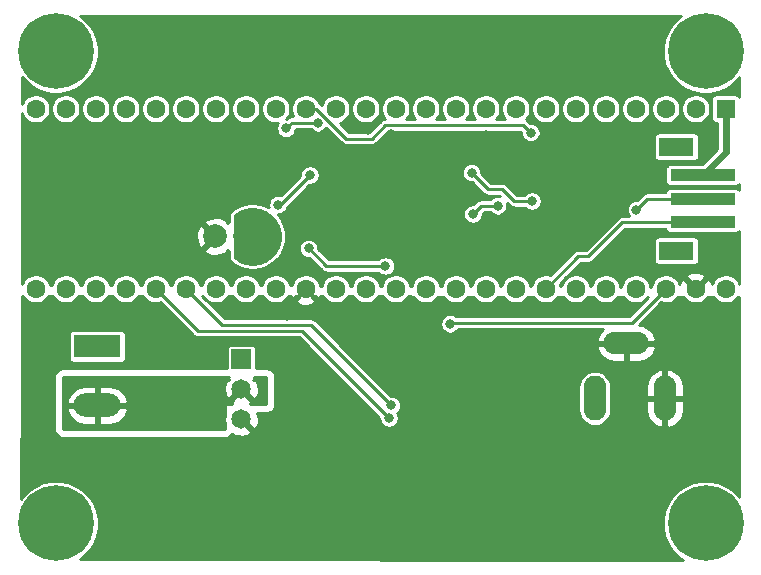
<source format=gbr>
%TF.GenerationSoftware,KiCad,Pcbnew,(5.1.8-0-10_14)*%
%TF.CreationDate,2021-03-11T12:17:02+11:00*%
%TF.ProjectId,Open-JIP(KiCad)_T3.6,4f70656e-2d4a-4495-9028-4b6943616429,rev?*%
%TF.SameCoordinates,Original*%
%TF.FileFunction,Copper,L2,Bot*%
%TF.FilePolarity,Positive*%
%FSLAX46Y46*%
G04 Gerber Fmt 4.6, Leading zero omitted, Abs format (unit mm)*
G04 Created by KiCad (PCBNEW (5.1.8-0-10_14)) date 2021-03-11 12:17:02*
%MOMM*%
%LPD*%
G01*
G04 APERTURE LIST*
%TA.AperFunction,EtchedComponent*%
%ADD10C,0.001000*%
%TD*%
%TA.AperFunction,ComponentPad*%
%ADD11C,1.600000*%
%TD*%
%TA.AperFunction,ComponentPad*%
%ADD12R,1.600000X1.600000*%
%TD*%
%TA.AperFunction,ComponentPad*%
%ADD13C,6.400000*%
%TD*%
%TA.AperFunction,ComponentPad*%
%ADD14C,0.800000*%
%TD*%
%TA.AperFunction,SMDPad,CuDef*%
%ADD15R,3.000000X1.600000*%
%TD*%
%TA.AperFunction,SMDPad,CuDef*%
%ADD16R,5.500000X1.000000*%
%TD*%
%TA.AperFunction,ComponentPad*%
%ADD17O,3.960000X1.980000*%
%TD*%
%TA.AperFunction,ComponentPad*%
%ADD18R,3.960000X1.980000*%
%TD*%
%TA.AperFunction,ComponentPad*%
%ADD19O,1.900000X3.800000*%
%TD*%
%TA.AperFunction,ComponentPad*%
%ADD20O,3.800000X1.900000*%
%TD*%
%TA.AperFunction,ComponentPad*%
%ADD21C,2.000000*%
%TD*%
%TA.AperFunction,ComponentPad*%
%ADD22C,1.651000*%
%TD*%
%TA.AperFunction,ComponentPad*%
%ADD23R,1.651000X1.651000*%
%TD*%
%TA.AperFunction,ViaPad*%
%ADD24C,0.800000*%
%TD*%
%TA.AperFunction,Conductor*%
%ADD25C,0.250000*%
%TD*%
%TA.AperFunction,Conductor*%
%ADD26C,0.600000*%
%TD*%
%TA.AperFunction,Conductor*%
%ADD27C,0.254000*%
%TD*%
%TA.AperFunction,Conductor*%
%ADD28C,0.100000*%
%TD*%
G04 APERTURE END LIST*
D10*
%TO.C,D2*%
G36*
X131050000Y-87760000D02*
G01*
X131050000Y-89490000D01*
X131105072Y-89538669D01*
X131149937Y-89576115D01*
X131195724Y-89612427D01*
X131242405Y-89647583D01*
X131289951Y-89681559D01*
X131338332Y-89714336D01*
X131387517Y-89745893D01*
X131437477Y-89776209D01*
X131488179Y-89805266D01*
X131539592Y-89833046D01*
X131591684Y-89859531D01*
X131644422Y-89884704D01*
X131697774Y-89908551D01*
X131751705Y-89931055D01*
X131806182Y-89952204D01*
X131861171Y-89971983D01*
X131916638Y-89990381D01*
X131972548Y-90007385D01*
X132028865Y-90022986D01*
X132085555Y-90037173D01*
X132142582Y-90049937D01*
X132199911Y-90061271D01*
X132257505Y-90071168D01*
X132315329Y-90079620D01*
X132373346Y-90086624D01*
X132431520Y-90092174D01*
X132489815Y-90096268D01*
X132548193Y-90098902D01*
X132606620Y-90100075D01*
X132650000Y-90100000D01*
X132675000Y-90100000D01*
X132807992Y-90094465D01*
X132932129Y-90082621D01*
X133055487Y-90064368D01*
X133177735Y-90039756D01*
X133298545Y-90008849D01*
X133417594Y-89971732D01*
X133534563Y-89928503D01*
X133649137Y-89879278D01*
X133761010Y-89824189D01*
X133869882Y-89763384D01*
X133975461Y-89697026D01*
X134077464Y-89625292D01*
X134175618Y-89548376D01*
X134269660Y-89466483D01*
X134359337Y-89379832D01*
X134444410Y-89288656D01*
X134524649Y-89193199D01*
X134599841Y-89093718D01*
X134669783Y-88990478D01*
X134734289Y-88883757D01*
X134793184Y-88773841D01*
X134846312Y-88661023D01*
X134893530Y-88545607D01*
X134934711Y-88427902D01*
X134969746Y-88308224D01*
X134998539Y-88186892D01*
X135021014Y-88064233D01*
X135037111Y-87940576D01*
X135046787Y-87816250D01*
X135050000Y-87700000D01*
X135046787Y-87583750D01*
X135037111Y-87459424D01*
X135021014Y-87335767D01*
X134998539Y-87213108D01*
X134969746Y-87091776D01*
X134934711Y-86972098D01*
X134893530Y-86854393D01*
X134846312Y-86738977D01*
X134793184Y-86626159D01*
X134734289Y-86516243D01*
X134669783Y-86409522D01*
X134599841Y-86306282D01*
X134524649Y-86206801D01*
X134444410Y-86111344D01*
X134359337Y-86020168D01*
X134269660Y-85933517D01*
X134175618Y-85851624D01*
X134077464Y-85774708D01*
X133975461Y-85702974D01*
X133869882Y-85636616D01*
X133761010Y-85575811D01*
X133649137Y-85520722D01*
X133534563Y-85471497D01*
X133417594Y-85428268D01*
X133298545Y-85391151D01*
X133177735Y-85360244D01*
X133055487Y-85335632D01*
X132932129Y-85317379D01*
X132807992Y-85305535D01*
X132675000Y-85300000D01*
X132575000Y-85300000D01*
X132650000Y-85300000D01*
X132606620Y-85299925D01*
X132548193Y-85301098D01*
X132489815Y-85303732D01*
X132431520Y-85307826D01*
X132373346Y-85313376D01*
X132315329Y-85320380D01*
X132257505Y-85328832D01*
X132199911Y-85338729D01*
X132142582Y-85350063D01*
X132085555Y-85362827D01*
X132028865Y-85377014D01*
X131972548Y-85392615D01*
X131916638Y-85409619D01*
X131861171Y-85428017D01*
X131806182Y-85447796D01*
X131751705Y-85468945D01*
X131697774Y-85491449D01*
X131644422Y-85515296D01*
X131591684Y-85540469D01*
X131539592Y-85566954D01*
X131488179Y-85594734D01*
X131437477Y-85623791D01*
X131387517Y-85654107D01*
X131338332Y-85685664D01*
X131289951Y-85718441D01*
X131242405Y-85752417D01*
X131195724Y-85787573D01*
X131149937Y-85823885D01*
X131105072Y-85861331D01*
X131050000Y-85910000D01*
X131050000Y-87760000D01*
G37*
X131050000Y-87760000D02*
X131050000Y-89490000D01*
X131105072Y-89538669D01*
X131149937Y-89576115D01*
X131195724Y-89612427D01*
X131242405Y-89647583D01*
X131289951Y-89681559D01*
X131338332Y-89714336D01*
X131387517Y-89745893D01*
X131437477Y-89776209D01*
X131488179Y-89805266D01*
X131539592Y-89833046D01*
X131591684Y-89859531D01*
X131644422Y-89884704D01*
X131697774Y-89908551D01*
X131751705Y-89931055D01*
X131806182Y-89952204D01*
X131861171Y-89971983D01*
X131916638Y-89990381D01*
X131972548Y-90007385D01*
X132028865Y-90022986D01*
X132085555Y-90037173D01*
X132142582Y-90049937D01*
X132199911Y-90061271D01*
X132257505Y-90071168D01*
X132315329Y-90079620D01*
X132373346Y-90086624D01*
X132431520Y-90092174D01*
X132489815Y-90096268D01*
X132548193Y-90098902D01*
X132606620Y-90100075D01*
X132650000Y-90100000D01*
X132675000Y-90100000D01*
X132807992Y-90094465D01*
X132932129Y-90082621D01*
X133055487Y-90064368D01*
X133177735Y-90039756D01*
X133298545Y-90008849D01*
X133417594Y-89971732D01*
X133534563Y-89928503D01*
X133649137Y-89879278D01*
X133761010Y-89824189D01*
X133869882Y-89763384D01*
X133975461Y-89697026D01*
X134077464Y-89625292D01*
X134175618Y-89548376D01*
X134269660Y-89466483D01*
X134359337Y-89379832D01*
X134444410Y-89288656D01*
X134524649Y-89193199D01*
X134599841Y-89093718D01*
X134669783Y-88990478D01*
X134734289Y-88883757D01*
X134793184Y-88773841D01*
X134846312Y-88661023D01*
X134893530Y-88545607D01*
X134934711Y-88427902D01*
X134969746Y-88308224D01*
X134998539Y-88186892D01*
X135021014Y-88064233D01*
X135037111Y-87940576D01*
X135046787Y-87816250D01*
X135050000Y-87700000D01*
X135046787Y-87583750D01*
X135037111Y-87459424D01*
X135021014Y-87335767D01*
X134998539Y-87213108D01*
X134969746Y-87091776D01*
X134934711Y-86972098D01*
X134893530Y-86854393D01*
X134846312Y-86738977D01*
X134793184Y-86626159D01*
X134734289Y-86516243D01*
X134669783Y-86409522D01*
X134599841Y-86306282D01*
X134524649Y-86206801D01*
X134444410Y-86111344D01*
X134359337Y-86020168D01*
X134269660Y-85933517D01*
X134175618Y-85851624D01*
X134077464Y-85774708D01*
X133975461Y-85702974D01*
X133869882Y-85636616D01*
X133761010Y-85575811D01*
X133649137Y-85520722D01*
X133534563Y-85471497D01*
X133417594Y-85428268D01*
X133298545Y-85391151D01*
X133177735Y-85360244D01*
X133055487Y-85335632D01*
X132932129Y-85317379D01*
X132807992Y-85305535D01*
X132675000Y-85300000D01*
X132575000Y-85300000D01*
X132650000Y-85300000D01*
X132606620Y-85299925D01*
X132548193Y-85301098D01*
X132489815Y-85303732D01*
X132431520Y-85307826D01*
X132373346Y-85313376D01*
X132315329Y-85320380D01*
X132257505Y-85328832D01*
X132199911Y-85338729D01*
X132142582Y-85350063D01*
X132085555Y-85362827D01*
X132028865Y-85377014D01*
X131972548Y-85392615D01*
X131916638Y-85409619D01*
X131861171Y-85428017D01*
X131806182Y-85447796D01*
X131751705Y-85468945D01*
X131697774Y-85491449D01*
X131644422Y-85515296D01*
X131591684Y-85540469D01*
X131539592Y-85566954D01*
X131488179Y-85594734D01*
X131437477Y-85623791D01*
X131387517Y-85654107D01*
X131338332Y-85685664D01*
X131289951Y-85718441D01*
X131242405Y-85752417D01*
X131195724Y-85787573D01*
X131149937Y-85823885D01*
X131105072Y-85861331D01*
X131050000Y-85910000D01*
X131050000Y-87760000D01*
%TD*%
D11*
%TO.P,U6,53*%
%TO.N,+5V*%
X172710000Y-92120000D03*
%TO.P,U6,52*%
%TO.N,GNDA*%
X170170000Y-92120000D03*
%TO.P,U6,51*%
%TO.N,+3V3*%
X167630000Y-92120000D03*
%TO.P,U6,50*%
%TO.N,FluoroGain1*%
X165090000Y-92120000D03*
%TO.P,U6,49*%
%TO.N,FluoroGain4*%
X162550000Y-92120000D03*
%TO.P,U6,48*%
%TO.N,Net-(U6-Pad48)*%
X160010000Y-92120000D03*
%TO.P,U6,47*%
%TO.N,ODEmitter*%
X157470000Y-92120000D03*
%TO.P,U6,46*%
%TO.N,Net-(U6-Pad46)*%
X154930000Y-92120000D03*
%TO.P,U6,45*%
%TO.N,Net-(U6-Pad45)*%
X152390000Y-92120000D03*
%TO.P,U6,44*%
%TO.N,ActinicGain4*%
X149850000Y-92120000D03*
%TO.P,U6,43*%
%TO.N,ActinicGain1*%
X147310000Y-92120000D03*
%TO.P,U6,42*%
%TO.N,Net-(U6-Pad42)*%
X144770000Y-92120000D03*
%TO.P,U6,41*%
%TO.N,FluoroRead*%
X142230000Y-92120000D03*
%TO.P,U6,40*%
%TO.N,Net-(U6-Pad40)*%
X139690000Y-92120000D03*
%TO.P,U6,39*%
%TO.N,GND*%
X137150000Y-92120000D03*
%TO.P,U6,38*%
%TO.N,Net-(U6-Pad38)*%
X134610000Y-92120000D03*
D12*
%TO.P,U6,1*%
%TO.N,GND*%
X172710000Y-76880000D03*
D11*
%TO.P,U6,2*%
%TO.N,Net-(U6-Pad2)*%
X170170000Y-76880000D03*
%TO.P,U6,3*%
%TO.N,Net-(U6-Pad3)*%
X167630000Y-76880000D03*
%TO.P,U6,4*%
%TO.N,Net-(U6-Pad4)*%
X165090000Y-76880000D03*
%TO.P,U6,5*%
%TO.N,Net-(U6-Pad5)*%
X162550000Y-76880000D03*
%TO.P,U6,6*%
%TO.N,Net-(U6-Pad6)*%
X160010000Y-76880000D03*
%TO.P,U6,7*%
%TO.N,Net-(U6-Pad7)*%
X157470000Y-76880000D03*
%TO.P,U6,8*%
%TO.N,FluoroGain2*%
X154930000Y-76880000D03*
%TO.P,U6,9*%
%TO.N,FluoroGain3*%
X152390000Y-76880000D03*
%TO.P,U6,10*%
%TO.N,Net-(U6-Pad10)*%
X149850000Y-76880000D03*
%TO.P,U6,11*%
%TO.N,Net-(U6-Pad11)*%
X147310000Y-76880000D03*
%TO.P,U6,12*%
%TO.N,Net-(U6-Pad12)*%
X144770000Y-76880000D03*
%TO.P,U6,13*%
%TO.N,Net-(U6-Pad13)*%
X142230000Y-76880000D03*
%TO.P,U6,37*%
%TO.N,Net-(U6-Pad37)*%
X132070000Y-92120000D03*
%TO.P,U6,36*%
%TO.N,Net-(U6-Pad36)*%
X129530000Y-92120000D03*
%TO.P,U6,35*%
%TO.N,ActinicGain2*%
X126990000Y-92120000D03*
%TO.P,U6,34*%
%TO.N,ActinicGain3*%
X124450000Y-92120000D03*
%TO.P,U6,33*%
%TO.N,Net-(U6-Pad33)*%
X121910000Y-92120000D03*
%TO.P,U6,32*%
%TO.N,Net-(U6-Pad32)*%
X119370000Y-92120000D03*
%TO.P,U6,31*%
%TO.N,Net-(U6-Pad31)*%
X116830000Y-92120000D03*
%TO.P,U6,30*%
%TO.N,Net-(U6-Pad30)*%
X114290000Y-92120000D03*
%TO.P,U6,24*%
%TO.N,Net-(U6-Pad24)*%
X114290000Y-76880000D03*
%TO.P,U6,23*%
%TO.N,Net-(U6-Pad23)*%
X116830000Y-76880000D03*
%TO.P,U6,22*%
%TO.N,Net-(U6-Pad22)*%
X119370000Y-76880000D03*
%TO.P,U6,21*%
%TO.N,Net-(U6-Pad21)*%
X121910000Y-76880000D03*
%TO.P,U6,14*%
%TO.N,Net-(U6-Pad14)*%
X139690000Y-76880000D03*
%TO.P,U6,15*%
%TO.N,+3V3*%
X137150000Y-76880000D03*
%TO.P,U6,16*%
%TO.N,Net-(U6-Pad16)*%
X134610000Y-76880000D03*
%TO.P,U6,20*%
%TO.N,Net-(U6-Pad20)*%
X124450000Y-76880000D03*
%TO.P,U6,19*%
%TO.N,Net-(U6-Pad19)*%
X126990000Y-76880000D03*
%TO.P,U6,18*%
%TO.N,Net-(U6-Pad18)*%
X129530000Y-76880000D03*
%TO.P,U6,17*%
%TO.N,Net-(U6-Pad17)*%
X132070000Y-76880000D03*
%TD*%
D13*
%TO.P,REF\u002A\u002A,1*%
%TO.N,N/C*%
X171000000Y-112000000D03*
D14*
X173400000Y-112000000D03*
X172697056Y-113697056D03*
X171000000Y-114400000D03*
X169302944Y-113697056D03*
X168600000Y-112000000D03*
X169302944Y-110302944D03*
X171000000Y-109600000D03*
X172697056Y-110302944D03*
%TD*%
D13*
%TO.P,REF\u002A\u002A,1*%
%TO.N,N/C*%
X116000000Y-112000000D03*
D14*
X118400000Y-112000000D03*
X117697056Y-113697056D03*
X116000000Y-114400000D03*
X114302944Y-113697056D03*
X113600000Y-112000000D03*
X114302944Y-110302944D03*
X116000000Y-109600000D03*
X117697056Y-110302944D03*
%TD*%
D13*
%TO.P,REF\u002A\u002A,1*%
%TO.N,N/C*%
X171000000Y-72000000D03*
D14*
X173400000Y-72000000D03*
X172697056Y-73697056D03*
X171000000Y-74400000D03*
X169302944Y-73697056D03*
X168600000Y-72000000D03*
X169302944Y-70302944D03*
X171000000Y-69600000D03*
X172697056Y-70302944D03*
%TD*%
D13*
%TO.P,REF\u002A\u002A,1*%
%TO.N,N/C*%
X116000000Y-72000000D03*
D14*
X118400000Y-72000000D03*
X117697056Y-73697056D03*
X116000000Y-74400000D03*
X114302944Y-73697056D03*
X113600000Y-72000000D03*
X114302944Y-70302944D03*
X116000000Y-69600000D03*
X117697056Y-70302944D03*
%TD*%
D15*
%TO.P,J4,5*%
%TO.N,N/C*%
X168525000Y-80100000D03*
%TO.P,J4,4*%
X168525000Y-88900000D03*
D16*
%TO.P,J4,3*%
%TO.N,ODEmitter*%
X170775000Y-86500000D03*
%TO.P,J4,2*%
%TO.N,+5V*%
X170775000Y-84500000D03*
%TO.P,J4,1*%
%TO.N,GND*%
X170775000Y-82500000D03*
%TD*%
D17*
%TO.P,J3,2*%
%TO.N,Net-(C5-Pad2)*%
X119500000Y-102000000D03*
D18*
%TO.P,J3,1*%
%TO.N,Net-(C4-Pad2)*%
X119500000Y-97000000D03*
%TD*%
D19*
%TO.P,J2,1*%
%TO.N,+12V*%
X161620000Y-101400000D03*
%TO.P,J2,2*%
%TO.N,GND*%
X167550000Y-101400000D03*
D20*
%TO.P,J2,3*%
X164300000Y-96750000D03*
%TD*%
D21*
%TO.P,D2,2*%
%TO.N,/-IN*%
X132050000Y-87700000D03*
%TO.P,D2,1*%
%TO.N,GNDA*%
X129510000Y-87700000D03*
%TD*%
D22*
%TO.P,CR1,3*%
%TO.N,GND*%
X131700000Y-103180000D03*
%TO.P,CR1,2*%
%TO.N,Net-(C5-Pad2)*%
X131700000Y-100640000D03*
D23*
%TO.P,CR1,1*%
%TO.N,/TrigOut*%
X131700000Y-98100000D03*
%TD*%
D24*
%TO.N,Net-(C1-Pad2)*%
X137500000Y-82500000D03*
X134800000Y-85000000D03*
%TO.N,GNDA*%
X152450000Y-79100000D03*
X144350000Y-79000000D03*
X142400000Y-78700000D03*
X141000000Y-80600000D03*
X134150000Y-81700000D03*
X141050000Y-84550000D03*
X172450000Y-88500000D03*
X168850000Y-78375000D03*
X166350000Y-78325000D03*
X161300000Y-78525000D03*
X164250000Y-84500000D03*
X164400000Y-87600000D03*
X163800000Y-85775000D03*
X136600000Y-90200000D03*
X140300000Y-88500000D03*
X135075000Y-80500000D03*
X132850000Y-80725000D03*
X129450000Y-79075000D03*
X168800000Y-90900000D03*
X150500000Y-90300000D03*
X152700000Y-90300000D03*
X154900000Y-90300000D03*
X156900000Y-90300000D03*
X136000000Y-88900000D03*
X135800000Y-86600000D03*
X130700000Y-85000000D03*
X128900000Y-85000000D03*
X127200000Y-85000000D03*
X127200000Y-90400000D03*
X128900000Y-90400000D03*
X130600000Y-90400000D03*
X129700000Y-89700000D03*
X129700000Y-85800000D03*
X134600000Y-90200000D03*
X135600000Y-90200000D03*
X137600000Y-90200000D03*
X138900000Y-88600000D03*
X151400000Y-87000000D03*
X151400000Y-80300000D03*
X155700000Y-80100000D03*
X165100000Y-83800000D03*
X166800000Y-90500000D03*
X172700000Y-90300000D03*
X144500000Y-87700000D03*
X144500000Y-89100000D03*
X144300000Y-83300000D03*
X144300000Y-84500000D03*
X144300000Y-85700000D03*
X158800000Y-85200000D03*
%TO.N,GND*%
X158500000Y-97000000D03*
X158500000Y-101300000D03*
X135550000Y-94450000D03*
X147100000Y-113700000D03*
X154400000Y-102500000D03*
X150000000Y-106400000D03*
X143900000Y-104700000D03*
X145100000Y-94800000D03*
X147300000Y-94800000D03*
X143700000Y-96800000D03*
X148200000Y-98600000D03*
X149300000Y-101000000D03*
X148400000Y-102800000D03*
X144200000Y-100300000D03*
X132500000Y-106400000D03*
X134900000Y-106400000D03*
X137800000Y-106400000D03*
X140600000Y-106400000D03*
X143400000Y-106400000D03*
X146500000Y-106400000D03*
X113500000Y-94200000D03*
X172900000Y-94500000D03*
X172900000Y-95800000D03*
X170900000Y-95800000D03*
X168300000Y-95800000D03*
X113500000Y-106400000D03*
X113500000Y-108000000D03*
X126800000Y-96800000D03*
X126800000Y-98200000D03*
X128500000Y-98200000D03*
X120000000Y-109200000D03*
X120000000Y-114400000D03*
%TO.N,/-IN*%
X143900000Y-90200000D03*
X137400000Y-88700000D03*
%TO.N,+3V3*%
X156200000Y-78900000D03*
X149371128Y-95091174D03*
%TO.N,Net-(R5-Pad2)*%
X151300000Y-85800000D03*
X153400000Y-85100000D03*
%TO.N,Net-(R11-Pad2)*%
X151200000Y-82300000D03*
X156300000Y-84700000D03*
%TO.N,+5V*%
X165150000Y-85425000D03*
%TO.N,ActinicGain2*%
X144400000Y-102003299D03*
%TO.N,ActinicGain3*%
X144200000Y-103075000D03*
%TO.N,Net-(R12-Pad2)*%
X138175000Y-78075000D03*
X135475000Y-78550000D03*
%TD*%
D25*
%TO.N,Net-(C1-Pad2)*%
X137500000Y-82500000D02*
X135000000Y-85000000D01*
X135000000Y-85000000D02*
X134800000Y-85000000D01*
D26*
%TO.N,GND*%
X172710000Y-80565000D02*
X170775000Y-82500000D01*
X172710000Y-76880000D02*
X172710000Y-80565000D01*
D25*
%TO.N,/-IN*%
X143900000Y-90200000D02*
X138900000Y-90200000D01*
X138900000Y-90200000D02*
X137400000Y-88700000D01*
%TO.N,+3V3*%
X138053002Y-76880000D02*
X137150000Y-76880000D01*
X142748001Y-79425001D02*
X140598003Y-79425001D01*
X140598003Y-79425001D02*
X138053002Y-76880000D01*
X155574999Y-78274999D02*
X143898003Y-78274999D01*
X143898003Y-78274999D02*
X142748001Y-79425001D01*
X156200000Y-78900000D02*
X155574999Y-78274999D01*
X167630000Y-92120000D02*
X164750000Y-95000000D01*
X149462302Y-95000000D02*
X149371128Y-95091174D01*
X164750000Y-95000000D02*
X149462302Y-95000000D01*
%TO.N,Net-(R5-Pad2)*%
X151300000Y-85800000D02*
X152000000Y-85100000D01*
X152000000Y-85100000D02*
X153400000Y-85100000D01*
%TO.N,Net-(R11-Pad2)*%
X151200000Y-82300000D02*
X152600000Y-83700000D01*
X152600000Y-83700000D02*
X153800000Y-83700000D01*
X153800000Y-83700000D02*
X154800000Y-84700000D01*
X154800000Y-84700000D02*
X156300000Y-84700000D01*
%TO.N,+5V*%
X170775000Y-84500000D02*
X166075000Y-84500000D01*
X166075000Y-84500000D02*
X165150000Y-85425000D01*
%TO.N,ActinicGain2*%
X130045001Y-95175001D02*
X126990000Y-92120000D01*
X137571702Y-95175001D02*
X130045001Y-95175001D01*
X144400000Y-102003299D02*
X137571702Y-95175001D01*
%TO.N,ActinicGain3*%
X144200000Y-103075000D02*
X136825000Y-95700000D01*
X128030000Y-95700000D02*
X124450000Y-92120000D01*
X136825000Y-95700000D02*
X128030000Y-95700000D01*
%TO.N,ODEmitter*%
X163964998Y-86500000D02*
X161089998Y-89375000D01*
X170775000Y-86500000D02*
X163964998Y-86500000D01*
X160215000Y-89375000D02*
X157470000Y-92120000D01*
X161089998Y-89375000D02*
X160215000Y-89375000D01*
%TO.N,Net-(R12-Pad2)*%
X138175000Y-78075000D02*
X135950000Y-78075000D01*
X135950000Y-78075000D02*
X135475000Y-78550000D01*
%TD*%
D27*
%TO.N,Net-(C5-Pad2)*%
X130572904Y-99692512D02*
X130689089Y-99808697D01*
X130442519Y-99883367D01*
X130319069Y-100143228D01*
X130248687Y-100422180D01*
X130234079Y-100709502D01*
X130275806Y-100994154D01*
X130372263Y-101265196D01*
X130442519Y-101396633D01*
X130689091Y-101471304D01*
X131520395Y-100640000D01*
X131506253Y-100625858D01*
X131685858Y-100446253D01*
X131700000Y-100460395D01*
X131714143Y-100446253D01*
X131893748Y-100625858D01*
X131879605Y-100640000D01*
X132710909Y-101471304D01*
X132957481Y-101396633D01*
X133080931Y-101136772D01*
X133151313Y-100857820D01*
X133165921Y-100570498D01*
X133124194Y-100285846D01*
X133027737Y-100014804D01*
X132957481Y-99883367D01*
X132710911Y-99808697D01*
X132827096Y-99692512D01*
X132761584Y-99627000D01*
X133773000Y-99627000D01*
X133773000Y-101873000D01*
X132464047Y-101873000D01*
X132531304Y-101650909D01*
X131700000Y-100819605D01*
X130868696Y-101650909D01*
X130935953Y-101873000D01*
X130400000Y-101873000D01*
X130375224Y-101875440D01*
X130351399Y-101882667D01*
X130329443Y-101894403D01*
X130310197Y-101910197D01*
X130294403Y-101929443D01*
X130282667Y-101951399D01*
X130275440Y-101975224D01*
X130273000Y-102000000D01*
X130273000Y-102867737D01*
X130239500Y-103036153D01*
X130239500Y-103323847D01*
X130273000Y-103492263D01*
X130273000Y-103973000D01*
X116627000Y-103973000D01*
X116627000Y-102378865D01*
X116929782Y-102378865D01*
X116960095Y-102504528D01*
X117088304Y-102797205D01*
X117271148Y-103059246D01*
X117501601Y-103280581D01*
X117770806Y-103452704D01*
X118068418Y-103569000D01*
X118383000Y-103625000D01*
X119373000Y-103625000D01*
X119373000Y-102127000D01*
X119627000Y-102127000D01*
X119627000Y-103625000D01*
X120617000Y-103625000D01*
X120931582Y-103569000D01*
X121229194Y-103452704D01*
X121498399Y-103280581D01*
X121728852Y-103059246D01*
X121911696Y-102797205D01*
X122039905Y-102504528D01*
X122070218Y-102378865D01*
X121950740Y-102127000D01*
X119627000Y-102127000D01*
X119373000Y-102127000D01*
X117049260Y-102127000D01*
X116929782Y-102378865D01*
X116627000Y-102378865D01*
X116627000Y-101621135D01*
X116929782Y-101621135D01*
X117049260Y-101873000D01*
X119373000Y-101873000D01*
X119373000Y-100375000D01*
X119627000Y-100375000D01*
X119627000Y-101873000D01*
X121950740Y-101873000D01*
X122070218Y-101621135D01*
X122039905Y-101495472D01*
X121911696Y-101202795D01*
X121728852Y-100940754D01*
X121498399Y-100719419D01*
X121229194Y-100547296D01*
X120931582Y-100431000D01*
X120617000Y-100375000D01*
X119627000Y-100375000D01*
X119373000Y-100375000D01*
X118383000Y-100375000D01*
X118068418Y-100431000D01*
X117770806Y-100547296D01*
X117501601Y-100719419D01*
X117271148Y-100940754D01*
X117088304Y-101202795D01*
X116960095Y-101495472D01*
X116929782Y-101621135D01*
X116627000Y-101621135D01*
X116627000Y-99627000D01*
X130638416Y-99627000D01*
X130572904Y-99692512D01*
%TA.AperFunction,Conductor*%
D28*
G36*
X130572904Y-99692512D02*
G01*
X130689089Y-99808697D01*
X130442519Y-99883367D01*
X130319069Y-100143228D01*
X130248687Y-100422180D01*
X130234079Y-100709502D01*
X130275806Y-100994154D01*
X130372263Y-101265196D01*
X130442519Y-101396633D01*
X130689091Y-101471304D01*
X131520395Y-100640000D01*
X131506253Y-100625858D01*
X131685858Y-100446253D01*
X131700000Y-100460395D01*
X131714143Y-100446253D01*
X131893748Y-100625858D01*
X131879605Y-100640000D01*
X132710909Y-101471304D01*
X132957481Y-101396633D01*
X133080931Y-101136772D01*
X133151313Y-100857820D01*
X133165921Y-100570498D01*
X133124194Y-100285846D01*
X133027737Y-100014804D01*
X132957481Y-99883367D01*
X132710911Y-99808697D01*
X132827096Y-99692512D01*
X132761584Y-99627000D01*
X133773000Y-99627000D01*
X133773000Y-101873000D01*
X132464047Y-101873000D01*
X132531304Y-101650909D01*
X131700000Y-100819605D01*
X130868696Y-101650909D01*
X130935953Y-101873000D01*
X130400000Y-101873000D01*
X130375224Y-101875440D01*
X130351399Y-101882667D01*
X130329443Y-101894403D01*
X130310197Y-101910197D01*
X130294403Y-101929443D01*
X130282667Y-101951399D01*
X130275440Y-101975224D01*
X130273000Y-102000000D01*
X130273000Y-102867737D01*
X130239500Y-103036153D01*
X130239500Y-103323847D01*
X130273000Y-103492263D01*
X130273000Y-103973000D01*
X116627000Y-103973000D01*
X116627000Y-102378865D01*
X116929782Y-102378865D01*
X116960095Y-102504528D01*
X117088304Y-102797205D01*
X117271148Y-103059246D01*
X117501601Y-103280581D01*
X117770806Y-103452704D01*
X118068418Y-103569000D01*
X118383000Y-103625000D01*
X119373000Y-103625000D01*
X119373000Y-102127000D01*
X119627000Y-102127000D01*
X119627000Y-103625000D01*
X120617000Y-103625000D01*
X120931582Y-103569000D01*
X121229194Y-103452704D01*
X121498399Y-103280581D01*
X121728852Y-103059246D01*
X121911696Y-102797205D01*
X122039905Y-102504528D01*
X122070218Y-102378865D01*
X121950740Y-102127000D01*
X119627000Y-102127000D01*
X119373000Y-102127000D01*
X117049260Y-102127000D01*
X116929782Y-102378865D01*
X116627000Y-102378865D01*
X116627000Y-101621135D01*
X116929782Y-101621135D01*
X117049260Y-101873000D01*
X119373000Y-101873000D01*
X119373000Y-100375000D01*
X119627000Y-100375000D01*
X119627000Y-101873000D01*
X121950740Y-101873000D01*
X122070218Y-101621135D01*
X122039905Y-101495472D01*
X121911696Y-101202795D01*
X121728852Y-100940754D01*
X121498399Y-100719419D01*
X121229194Y-100547296D01*
X120931582Y-100431000D01*
X120617000Y-100375000D01*
X119627000Y-100375000D01*
X119373000Y-100375000D01*
X118383000Y-100375000D01*
X118068418Y-100431000D01*
X117770806Y-100547296D01*
X117501601Y-100719419D01*
X117271148Y-100940754D01*
X117088304Y-101202795D01*
X116960095Y-101495472D01*
X116929782Y-101621135D01*
X116627000Y-101621135D01*
X116627000Y-99627000D01*
X130638416Y-99627000D01*
X130572904Y-99692512D01*
G37*
%TD.AperFunction*%
%TD*%
D27*
%TO.N,GNDA*%
X167604178Y-87083707D02*
X167628595Y-87164196D01*
X167668245Y-87238376D01*
X167721605Y-87303395D01*
X167786624Y-87356755D01*
X167860804Y-87396405D01*
X167941293Y-87420822D01*
X168025000Y-87429066D01*
X173525000Y-87429066D01*
X173608707Y-87420822D01*
X173689196Y-87396405D01*
X173763376Y-87356755D01*
X173828395Y-87303395D01*
X173873000Y-87249044D01*
X173873000Y-91721425D01*
X173797353Y-91538798D01*
X173663073Y-91337833D01*
X173492167Y-91166927D01*
X173291202Y-91032647D01*
X173067903Y-90940153D01*
X172830849Y-90893000D01*
X172589151Y-90893000D01*
X172352097Y-90940153D01*
X172128798Y-91032647D01*
X171927833Y-91166927D01*
X171756927Y-91337833D01*
X171622647Y-91538798D01*
X171549395Y-91715644D01*
X171473603Y-91503708D01*
X171406671Y-91378486D01*
X171162702Y-91306903D01*
X170508055Y-91961550D01*
X169829721Y-91959326D01*
X169177298Y-91306903D01*
X168933329Y-91378486D01*
X168812429Y-91633996D01*
X168791451Y-91717686D01*
X168717353Y-91538798D01*
X168583073Y-91337833D01*
X168412167Y-91166927D01*
X168352858Y-91127298D01*
X169356903Y-91127298D01*
X170170000Y-91940395D01*
X170983097Y-91127298D01*
X170911514Y-90883329D01*
X170656004Y-90762429D01*
X170381816Y-90693700D01*
X170099488Y-90679783D01*
X169819870Y-90721213D01*
X169553708Y-90816397D01*
X169428486Y-90883329D01*
X169356903Y-91127298D01*
X168352858Y-91127298D01*
X168211202Y-91032647D01*
X167987903Y-90940153D01*
X167750849Y-90893000D01*
X167509151Y-90893000D01*
X167272097Y-90940153D01*
X167048798Y-91032647D01*
X166847833Y-91166927D01*
X166676927Y-91337833D01*
X166542647Y-91538798D01*
X166450153Y-91762097D01*
X166413150Y-91948125D01*
X166306781Y-91947776D01*
X166269847Y-91762097D01*
X166177353Y-91538798D01*
X166043073Y-91337833D01*
X165872167Y-91166927D01*
X165671202Y-91032647D01*
X165447903Y-90940153D01*
X165210849Y-90893000D01*
X164969151Y-90893000D01*
X164732097Y-90940153D01*
X164508798Y-91032647D01*
X164307833Y-91166927D01*
X164136927Y-91337833D01*
X164002647Y-91538798D01*
X163910153Y-91762097D01*
X163874805Y-91939802D01*
X163765123Y-91939442D01*
X163729847Y-91762097D01*
X163637353Y-91538798D01*
X163503073Y-91337833D01*
X163332167Y-91166927D01*
X163131202Y-91032647D01*
X162907903Y-90940153D01*
X162670849Y-90893000D01*
X162429151Y-90893000D01*
X162192097Y-90940153D01*
X161968798Y-91032647D01*
X161767833Y-91166927D01*
X161596927Y-91337833D01*
X161462647Y-91538798D01*
X161370153Y-91762097D01*
X161336461Y-91931480D01*
X161223466Y-91931109D01*
X161189847Y-91762097D01*
X161097353Y-91538798D01*
X160963073Y-91337833D01*
X160792167Y-91166927D01*
X160591202Y-91032647D01*
X160367903Y-90940153D01*
X160130849Y-90893000D01*
X159889151Y-90893000D01*
X159652097Y-90940153D01*
X159428798Y-91032647D01*
X159227833Y-91166927D01*
X159056927Y-91337833D01*
X158922647Y-91538798D01*
X158830153Y-91762097D01*
X158798116Y-91923157D01*
X158681808Y-91922776D01*
X158649847Y-91762097D01*
X158637751Y-91732894D01*
X160443646Y-89927000D01*
X161062892Y-89927000D01*
X161089998Y-89929670D01*
X161117104Y-89927000D01*
X161117107Y-89927000D01*
X161198209Y-89919012D01*
X161302261Y-89887448D01*
X161398156Y-89836191D01*
X161482209Y-89767211D01*
X161499499Y-89746143D01*
X163145642Y-88100000D01*
X166595934Y-88100000D01*
X166595934Y-89700000D01*
X166604178Y-89783707D01*
X166628595Y-89864196D01*
X166668245Y-89938376D01*
X166721605Y-90003395D01*
X166786624Y-90056755D01*
X166860804Y-90096405D01*
X166941293Y-90120822D01*
X167025000Y-90129066D01*
X170025000Y-90129066D01*
X170108707Y-90120822D01*
X170189196Y-90096405D01*
X170263376Y-90056755D01*
X170328395Y-90003395D01*
X170381755Y-89938376D01*
X170421405Y-89864196D01*
X170445822Y-89783707D01*
X170454066Y-89700000D01*
X170454066Y-88100000D01*
X170445822Y-88016293D01*
X170421405Y-87935804D01*
X170381755Y-87861624D01*
X170328395Y-87796605D01*
X170263376Y-87743245D01*
X170189196Y-87703595D01*
X170108707Y-87679178D01*
X170025000Y-87670934D01*
X167025000Y-87670934D01*
X166941293Y-87679178D01*
X166860804Y-87703595D01*
X166786624Y-87743245D01*
X166721605Y-87796605D01*
X166668245Y-87861624D01*
X166628595Y-87935804D01*
X166604178Y-88016293D01*
X166595934Y-88100000D01*
X163145642Y-88100000D01*
X164193643Y-87052000D01*
X167601055Y-87052000D01*
X167604178Y-87083707D01*
%TA.AperFunction,Conductor*%
D28*
G36*
X167604178Y-87083707D02*
G01*
X167628595Y-87164196D01*
X167668245Y-87238376D01*
X167721605Y-87303395D01*
X167786624Y-87356755D01*
X167860804Y-87396405D01*
X167941293Y-87420822D01*
X168025000Y-87429066D01*
X173525000Y-87429066D01*
X173608707Y-87420822D01*
X173689196Y-87396405D01*
X173763376Y-87356755D01*
X173828395Y-87303395D01*
X173873000Y-87249044D01*
X173873000Y-91721425D01*
X173797353Y-91538798D01*
X173663073Y-91337833D01*
X173492167Y-91166927D01*
X173291202Y-91032647D01*
X173067903Y-90940153D01*
X172830849Y-90893000D01*
X172589151Y-90893000D01*
X172352097Y-90940153D01*
X172128798Y-91032647D01*
X171927833Y-91166927D01*
X171756927Y-91337833D01*
X171622647Y-91538798D01*
X171549395Y-91715644D01*
X171473603Y-91503708D01*
X171406671Y-91378486D01*
X171162702Y-91306903D01*
X170508055Y-91961550D01*
X169829721Y-91959326D01*
X169177298Y-91306903D01*
X168933329Y-91378486D01*
X168812429Y-91633996D01*
X168791451Y-91717686D01*
X168717353Y-91538798D01*
X168583073Y-91337833D01*
X168412167Y-91166927D01*
X168352858Y-91127298D01*
X169356903Y-91127298D01*
X170170000Y-91940395D01*
X170983097Y-91127298D01*
X170911514Y-90883329D01*
X170656004Y-90762429D01*
X170381816Y-90693700D01*
X170099488Y-90679783D01*
X169819870Y-90721213D01*
X169553708Y-90816397D01*
X169428486Y-90883329D01*
X169356903Y-91127298D01*
X168352858Y-91127298D01*
X168211202Y-91032647D01*
X167987903Y-90940153D01*
X167750849Y-90893000D01*
X167509151Y-90893000D01*
X167272097Y-90940153D01*
X167048798Y-91032647D01*
X166847833Y-91166927D01*
X166676927Y-91337833D01*
X166542647Y-91538798D01*
X166450153Y-91762097D01*
X166413150Y-91948125D01*
X166306781Y-91947776D01*
X166269847Y-91762097D01*
X166177353Y-91538798D01*
X166043073Y-91337833D01*
X165872167Y-91166927D01*
X165671202Y-91032647D01*
X165447903Y-90940153D01*
X165210849Y-90893000D01*
X164969151Y-90893000D01*
X164732097Y-90940153D01*
X164508798Y-91032647D01*
X164307833Y-91166927D01*
X164136927Y-91337833D01*
X164002647Y-91538798D01*
X163910153Y-91762097D01*
X163874805Y-91939802D01*
X163765123Y-91939442D01*
X163729847Y-91762097D01*
X163637353Y-91538798D01*
X163503073Y-91337833D01*
X163332167Y-91166927D01*
X163131202Y-91032647D01*
X162907903Y-90940153D01*
X162670849Y-90893000D01*
X162429151Y-90893000D01*
X162192097Y-90940153D01*
X161968798Y-91032647D01*
X161767833Y-91166927D01*
X161596927Y-91337833D01*
X161462647Y-91538798D01*
X161370153Y-91762097D01*
X161336461Y-91931480D01*
X161223466Y-91931109D01*
X161189847Y-91762097D01*
X161097353Y-91538798D01*
X160963073Y-91337833D01*
X160792167Y-91166927D01*
X160591202Y-91032647D01*
X160367903Y-90940153D01*
X160130849Y-90893000D01*
X159889151Y-90893000D01*
X159652097Y-90940153D01*
X159428798Y-91032647D01*
X159227833Y-91166927D01*
X159056927Y-91337833D01*
X158922647Y-91538798D01*
X158830153Y-91762097D01*
X158798116Y-91923157D01*
X158681808Y-91922776D01*
X158649847Y-91762097D01*
X158637751Y-91732894D01*
X160443646Y-89927000D01*
X161062892Y-89927000D01*
X161089998Y-89929670D01*
X161117104Y-89927000D01*
X161117107Y-89927000D01*
X161198209Y-89919012D01*
X161302261Y-89887448D01*
X161398156Y-89836191D01*
X161482209Y-89767211D01*
X161499499Y-89746143D01*
X163145642Y-88100000D01*
X166595934Y-88100000D01*
X166595934Y-89700000D01*
X166604178Y-89783707D01*
X166628595Y-89864196D01*
X166668245Y-89938376D01*
X166721605Y-90003395D01*
X166786624Y-90056755D01*
X166860804Y-90096405D01*
X166941293Y-90120822D01*
X167025000Y-90129066D01*
X170025000Y-90129066D01*
X170108707Y-90120822D01*
X170189196Y-90096405D01*
X170263376Y-90056755D01*
X170328395Y-90003395D01*
X170381755Y-89938376D01*
X170421405Y-89864196D01*
X170445822Y-89783707D01*
X170454066Y-89700000D01*
X170454066Y-88100000D01*
X170445822Y-88016293D01*
X170421405Y-87935804D01*
X170381755Y-87861624D01*
X170328395Y-87796605D01*
X170263376Y-87743245D01*
X170189196Y-87703595D01*
X170108707Y-87679178D01*
X170025000Y-87670934D01*
X167025000Y-87670934D01*
X166941293Y-87679178D01*
X166860804Y-87703595D01*
X166786624Y-87743245D01*
X166721605Y-87796605D01*
X166668245Y-87861624D01*
X166628595Y-87935804D01*
X166604178Y-88016293D01*
X166595934Y-88100000D01*
X163145642Y-88100000D01*
X164193643Y-87052000D01*
X167601055Y-87052000D01*
X167604178Y-87083707D01*
G37*
%TD.AperFunction*%
D27*
X168687922Y-69182725D02*
X168182725Y-69687922D01*
X167785794Y-70281971D01*
X167512383Y-70942043D01*
X167373000Y-71642772D01*
X167373000Y-72357228D01*
X167512383Y-73057957D01*
X167785794Y-73718029D01*
X168182725Y-74312078D01*
X168687922Y-74817275D01*
X169281971Y-75214206D01*
X169942043Y-75487617D01*
X170642772Y-75627000D01*
X171357228Y-75627000D01*
X172057957Y-75487617D01*
X172718029Y-75214206D01*
X173312078Y-74817275D01*
X173817275Y-74312078D01*
X173873000Y-74228680D01*
X173873000Y-75853308D01*
X173866755Y-75841624D01*
X173813395Y-75776605D01*
X173748376Y-75723245D01*
X173674196Y-75683595D01*
X173593707Y-75659178D01*
X173510000Y-75650934D01*
X171910000Y-75650934D01*
X171826293Y-75659178D01*
X171745804Y-75683595D01*
X171671624Y-75723245D01*
X171606605Y-75776605D01*
X171553245Y-75841624D01*
X171513595Y-75915804D01*
X171489178Y-75996293D01*
X171480934Y-76080000D01*
X171480934Y-77680000D01*
X171489178Y-77763707D01*
X171513595Y-77844196D01*
X171553245Y-77918376D01*
X171606605Y-77983395D01*
X171671624Y-78036755D01*
X171745804Y-78076405D01*
X171826293Y-78100822D01*
X171910000Y-78109066D01*
X171983000Y-78109066D01*
X171983001Y-80263866D01*
X170675934Y-81570934D01*
X168025000Y-81570934D01*
X167941293Y-81579178D01*
X167860804Y-81603595D01*
X167786624Y-81643245D01*
X167721605Y-81696605D01*
X167668245Y-81761624D01*
X167628595Y-81835804D01*
X167604178Y-81916293D01*
X167595934Y-82000000D01*
X167595934Y-83000000D01*
X167604178Y-83083707D01*
X167628595Y-83164196D01*
X167668245Y-83238376D01*
X167721605Y-83303395D01*
X167786624Y-83356755D01*
X167860804Y-83396405D01*
X167941293Y-83420822D01*
X168025000Y-83429066D01*
X173525000Y-83429066D01*
X173608707Y-83420822D01*
X173689196Y-83396405D01*
X173763376Y-83356755D01*
X173828395Y-83303395D01*
X173873000Y-83249044D01*
X173873000Y-83750956D01*
X173828395Y-83696605D01*
X173763376Y-83643245D01*
X173689196Y-83603595D01*
X173608707Y-83579178D01*
X173525000Y-83570934D01*
X168025000Y-83570934D01*
X167941293Y-83579178D01*
X167860804Y-83603595D01*
X167786624Y-83643245D01*
X167721605Y-83696605D01*
X167668245Y-83761624D01*
X167628595Y-83835804D01*
X167604178Y-83916293D01*
X167601055Y-83948000D01*
X166102108Y-83948000D01*
X166075000Y-83945330D01*
X166047891Y-83948000D01*
X165966789Y-83955988D01*
X165862737Y-83987552D01*
X165766842Y-84038809D01*
X165682789Y-84107789D01*
X165665508Y-84128846D01*
X165196355Y-84598000D01*
X165068548Y-84598000D01*
X164908773Y-84629782D01*
X164758269Y-84692123D01*
X164622819Y-84782628D01*
X164507628Y-84897819D01*
X164417123Y-85033269D01*
X164354782Y-85183773D01*
X164323000Y-85343548D01*
X164323000Y-85506452D01*
X164354782Y-85666227D01*
X164417123Y-85816731D01*
X164504834Y-85948000D01*
X163992104Y-85948000D01*
X163964998Y-85945330D01*
X163937892Y-85948000D01*
X163937889Y-85948000D01*
X163856787Y-85955988D01*
X163752735Y-85987552D01*
X163656840Y-86038809D01*
X163572787Y-86107789D01*
X163555502Y-86128851D01*
X160861354Y-88823000D01*
X160242097Y-88823000D01*
X160214999Y-88820331D01*
X160187901Y-88823000D01*
X160187891Y-88823000D01*
X160106789Y-88830988D01*
X160002737Y-88862552D01*
X159986139Y-88871424D01*
X159906841Y-88913809D01*
X159856495Y-88955127D01*
X159822789Y-88982789D01*
X159805508Y-89003846D01*
X157857106Y-90952249D01*
X157827903Y-90940153D01*
X157590849Y-90893000D01*
X157349151Y-90893000D01*
X157112097Y-90940153D01*
X156888798Y-91032647D01*
X156687833Y-91166927D01*
X156516927Y-91337833D01*
X156382647Y-91538798D01*
X156290153Y-91762097D01*
X156259772Y-91914835D01*
X156140150Y-91914443D01*
X156109847Y-91762097D01*
X156017353Y-91538798D01*
X155883073Y-91337833D01*
X155712167Y-91166927D01*
X155511202Y-91032647D01*
X155287903Y-90940153D01*
X155050849Y-90893000D01*
X154809151Y-90893000D01*
X154572097Y-90940153D01*
X154348798Y-91032647D01*
X154147833Y-91166927D01*
X153976927Y-91337833D01*
X153842647Y-91538798D01*
X153750153Y-91762097D01*
X153721427Y-91906512D01*
X153598493Y-91906109D01*
X153569847Y-91762097D01*
X153477353Y-91538798D01*
X153343073Y-91337833D01*
X153172167Y-91166927D01*
X152971202Y-91032647D01*
X152747903Y-90940153D01*
X152510849Y-90893000D01*
X152269151Y-90893000D01*
X152032097Y-90940153D01*
X151808798Y-91032647D01*
X151607833Y-91166927D01*
X151436927Y-91337833D01*
X151302647Y-91538798D01*
X151210153Y-91762097D01*
X151183082Y-91898190D01*
X151056835Y-91897776D01*
X151029847Y-91762097D01*
X150937353Y-91538798D01*
X150803073Y-91337833D01*
X150632167Y-91166927D01*
X150431202Y-91032647D01*
X150207903Y-90940153D01*
X149970849Y-90893000D01*
X149729151Y-90893000D01*
X149492097Y-90940153D01*
X149268798Y-91032647D01*
X149067833Y-91166927D01*
X148896927Y-91337833D01*
X148762647Y-91538798D01*
X148670153Y-91762097D01*
X148644738Y-91889867D01*
X148515178Y-91889443D01*
X148489847Y-91762097D01*
X148397353Y-91538798D01*
X148263073Y-91337833D01*
X148092167Y-91166927D01*
X147891202Y-91032647D01*
X147667903Y-90940153D01*
X147430849Y-90893000D01*
X147189151Y-90893000D01*
X146952097Y-90940153D01*
X146728798Y-91032647D01*
X146527833Y-91166927D01*
X146356927Y-91337833D01*
X146222647Y-91538798D01*
X146130153Y-91762097D01*
X146106393Y-91881545D01*
X145973520Y-91881109D01*
X145949847Y-91762097D01*
X145857353Y-91538798D01*
X145723073Y-91337833D01*
X145552167Y-91166927D01*
X145351202Y-91032647D01*
X145127903Y-90940153D01*
X144890849Y-90893000D01*
X144649151Y-90893000D01*
X144412097Y-90940153D01*
X144188798Y-91032647D01*
X143987833Y-91166927D01*
X143816927Y-91337833D01*
X143682647Y-91538798D01*
X143590153Y-91762097D01*
X143568049Y-91873223D01*
X143431862Y-91872776D01*
X143409847Y-91762097D01*
X143317353Y-91538798D01*
X143183073Y-91337833D01*
X143012167Y-91166927D01*
X142811202Y-91032647D01*
X142587903Y-90940153D01*
X142350849Y-90893000D01*
X142109151Y-90893000D01*
X141872097Y-90940153D01*
X141648798Y-91032647D01*
X141447833Y-91166927D01*
X141276927Y-91337833D01*
X141142647Y-91538798D01*
X141050153Y-91762097D01*
X141029704Y-91864900D01*
X140890205Y-91864443D01*
X140869847Y-91762097D01*
X140777353Y-91538798D01*
X140643073Y-91337833D01*
X140472167Y-91166927D01*
X140271202Y-91032647D01*
X140047903Y-90940153D01*
X139810849Y-90893000D01*
X139569151Y-90893000D01*
X139332097Y-90940153D01*
X139108798Y-91032647D01*
X138907833Y-91166927D01*
X138736927Y-91337833D01*
X138602647Y-91538798D01*
X138510153Y-91762097D01*
X138491360Y-91856578D01*
X138348547Y-91856110D01*
X138329847Y-91762097D01*
X138237353Y-91538798D01*
X138103073Y-91337833D01*
X137932167Y-91166927D01*
X137731202Y-91032647D01*
X137507903Y-90940153D01*
X137270849Y-90893000D01*
X137029151Y-90893000D01*
X136792097Y-90940153D01*
X136568798Y-91032647D01*
X136367833Y-91166927D01*
X136196927Y-91337833D01*
X136062647Y-91538798D01*
X135970153Y-91762097D01*
X135953015Y-91848255D01*
X135806890Y-91847776D01*
X135789847Y-91762097D01*
X135697353Y-91538798D01*
X135563073Y-91337833D01*
X135392167Y-91166927D01*
X135191202Y-91032647D01*
X134967903Y-90940153D01*
X134730849Y-90893000D01*
X134489151Y-90893000D01*
X134252097Y-90940153D01*
X134028798Y-91032647D01*
X133827833Y-91166927D01*
X133656927Y-91337833D01*
X133522647Y-91538798D01*
X133430153Y-91762097D01*
X133414670Y-91839933D01*
X133265232Y-91839443D01*
X133249847Y-91762097D01*
X133157353Y-91538798D01*
X133023073Y-91337833D01*
X132852167Y-91166927D01*
X132651202Y-91032647D01*
X132427903Y-90940153D01*
X132190849Y-90893000D01*
X131949151Y-90893000D01*
X131712097Y-90940153D01*
X131488798Y-91032647D01*
X131287833Y-91166927D01*
X131116927Y-91337833D01*
X130982647Y-91538798D01*
X130890153Y-91762097D01*
X130876326Y-91831610D01*
X130723574Y-91831110D01*
X130709847Y-91762097D01*
X130617353Y-91538798D01*
X130483073Y-91337833D01*
X130312167Y-91166927D01*
X130111202Y-91032647D01*
X129887903Y-90940153D01*
X129650849Y-90893000D01*
X129409151Y-90893000D01*
X129172097Y-90940153D01*
X128948798Y-91032647D01*
X128747833Y-91166927D01*
X128576927Y-91337833D01*
X128442647Y-91538798D01*
X128350153Y-91762097D01*
X128337981Y-91823288D01*
X128181917Y-91822776D01*
X128169847Y-91762097D01*
X128077353Y-91538798D01*
X127943073Y-91337833D01*
X127772167Y-91166927D01*
X127571202Y-91032647D01*
X127347903Y-90940153D01*
X127110849Y-90893000D01*
X126869151Y-90893000D01*
X126632097Y-90940153D01*
X126408798Y-91032647D01*
X126207833Y-91166927D01*
X126036927Y-91337833D01*
X125902647Y-91538798D01*
X125810153Y-91762097D01*
X125799637Y-91814966D01*
X125640259Y-91814443D01*
X125629847Y-91762097D01*
X125537353Y-91538798D01*
X125403073Y-91337833D01*
X125232167Y-91166927D01*
X125031202Y-91032647D01*
X124807903Y-90940153D01*
X124570849Y-90893000D01*
X124329151Y-90893000D01*
X124092097Y-90940153D01*
X123868798Y-91032647D01*
X123667833Y-91166927D01*
X123496927Y-91337833D01*
X123362647Y-91538798D01*
X123270153Y-91762097D01*
X123261292Y-91806643D01*
X123098602Y-91806110D01*
X123089847Y-91762097D01*
X122997353Y-91538798D01*
X122863073Y-91337833D01*
X122692167Y-91166927D01*
X122491202Y-91032647D01*
X122267903Y-90940153D01*
X122030849Y-90893000D01*
X121789151Y-90893000D01*
X121552097Y-90940153D01*
X121328798Y-91032647D01*
X121127833Y-91166927D01*
X120956927Y-91337833D01*
X120822647Y-91538798D01*
X120730153Y-91762097D01*
X120722948Y-91798321D01*
X120556944Y-91797776D01*
X120549847Y-91762097D01*
X120457353Y-91538798D01*
X120323073Y-91337833D01*
X120152167Y-91166927D01*
X119951202Y-91032647D01*
X119727903Y-90940153D01*
X119490849Y-90893000D01*
X119249151Y-90893000D01*
X119012097Y-90940153D01*
X118788798Y-91032647D01*
X118587833Y-91166927D01*
X118416927Y-91337833D01*
X118282647Y-91538798D01*
X118190153Y-91762097D01*
X118184603Y-91789998D01*
X118015286Y-91789443D01*
X118009847Y-91762097D01*
X117917353Y-91538798D01*
X117783073Y-91337833D01*
X117612167Y-91166927D01*
X117411202Y-91032647D01*
X117187903Y-90940153D01*
X116950849Y-90893000D01*
X116709151Y-90893000D01*
X116472097Y-90940153D01*
X116248798Y-91032647D01*
X116047833Y-91166927D01*
X115876927Y-91337833D01*
X115742647Y-91538798D01*
X115650153Y-91762097D01*
X115646259Y-91781676D01*
X115473629Y-91781110D01*
X115469847Y-91762097D01*
X115377353Y-91538798D01*
X115243073Y-91337833D01*
X115072167Y-91166927D01*
X114871202Y-91032647D01*
X114647903Y-90940153D01*
X114410849Y-90893000D01*
X114169151Y-90893000D01*
X113932097Y-90940153D01*
X113708798Y-91032647D01*
X113507833Y-91166927D01*
X113336927Y-91337833D01*
X113202647Y-91538798D01*
X113127000Y-91721425D01*
X113127000Y-87762595D01*
X127868282Y-87762595D01*
X127912039Y-88081675D01*
X128017205Y-88386088D01*
X128110186Y-88560044D01*
X128374587Y-88655808D01*
X129330395Y-87700000D01*
X128374587Y-86744192D01*
X128110186Y-86839956D01*
X127969296Y-87129571D01*
X127887616Y-87441108D01*
X127868282Y-87762595D01*
X113127000Y-87762595D01*
X113127000Y-86564587D01*
X128554192Y-86564587D01*
X129510000Y-87520395D01*
X129524143Y-87506253D01*
X129703748Y-87685858D01*
X129689605Y-87700000D01*
X129703748Y-87714143D01*
X129524143Y-87893748D01*
X129510000Y-87879605D01*
X128554192Y-88835413D01*
X128649956Y-89099814D01*
X128939571Y-89240704D01*
X129251108Y-89322384D01*
X129572595Y-89341718D01*
X129891675Y-89297961D01*
X130196088Y-89192795D01*
X130370044Y-89099814D01*
X130465807Y-88835415D01*
X130581475Y-88951083D01*
X130622500Y-88910058D01*
X130622500Y-89490000D01*
X130623570Y-89500915D01*
X130623060Y-89511866D01*
X130627633Y-89542351D01*
X130630642Y-89573035D01*
X130633811Y-89583532D01*
X130635438Y-89594376D01*
X130645846Y-89623392D01*
X130654757Y-89652908D01*
X130659906Y-89662592D01*
X130663607Y-89672910D01*
X130679447Y-89699344D01*
X130693926Y-89726575D01*
X130700858Y-89735074D01*
X130706493Y-89744478D01*
X130727175Y-89767342D01*
X130746659Y-89791231D01*
X130755107Y-89798220D01*
X130762463Y-89806352D01*
X130766908Y-89810336D01*
X130821980Y-89859005D01*
X130824466Y-89860802D01*
X130826585Y-89863016D01*
X130831141Y-89866873D01*
X130876006Y-89904319D01*
X130877965Y-89905653D01*
X130879648Y-89907325D01*
X130884299Y-89911067D01*
X130930086Y-89947379D01*
X130932081Y-89948666D01*
X130933802Y-89950292D01*
X130938544Y-89953916D01*
X130985226Y-89989073D01*
X130987258Y-89990312D01*
X130989023Y-89991899D01*
X130993855Y-89995404D01*
X131041401Y-90029380D01*
X131043457Y-90030565D01*
X131045256Y-90032102D01*
X131050175Y-90035485D01*
X131098555Y-90068262D01*
X131100643Y-90069396D01*
X131102478Y-90070887D01*
X131107479Y-90074146D01*
X131156664Y-90105703D01*
X131158783Y-90106786D01*
X131160663Y-90108237D01*
X131165744Y-90111369D01*
X131215704Y-90141686D01*
X131217845Y-90142714D01*
X131219754Y-90144112D01*
X131224912Y-90147117D01*
X131275614Y-90176174D01*
X131277781Y-90177149D01*
X131279725Y-90178499D01*
X131284957Y-90181374D01*
X131336369Y-90209154D01*
X131338563Y-90210075D01*
X131340542Y-90211378D01*
X131345843Y-90214120D01*
X131397935Y-90240605D01*
X131400148Y-90241470D01*
X131402163Y-90242725D01*
X131407532Y-90245334D01*
X131460270Y-90270507D01*
X131462497Y-90271314D01*
X131464541Y-90272517D01*
X131469974Y-90274991D01*
X131523326Y-90298838D01*
X131525577Y-90299591D01*
X131527654Y-90300744D01*
X131533147Y-90303081D01*
X131587078Y-90325585D01*
X131589342Y-90326279D01*
X131591442Y-90327378D01*
X131596991Y-90329577D01*
X131651468Y-90350726D01*
X131653758Y-90351366D01*
X131655887Y-90352413D01*
X131661490Y-90354473D01*
X131716479Y-90374252D01*
X131718781Y-90374834D01*
X131720931Y-90375825D01*
X131726583Y-90377744D01*
X131782050Y-90396142D01*
X131784366Y-90396666D01*
X131786549Y-90397607D01*
X131792247Y-90399384D01*
X131848158Y-90416388D01*
X131850484Y-90416854D01*
X131852679Y-90417735D01*
X131858420Y-90419369D01*
X131914737Y-90434970D01*
X131917077Y-90435378D01*
X131919301Y-90436207D01*
X131925081Y-90437697D01*
X131981771Y-90451884D01*
X131984123Y-90452233D01*
X131986365Y-90453006D01*
X131992181Y-90454351D01*
X132049208Y-90467115D01*
X132051561Y-90467405D01*
X132053822Y-90468121D01*
X132059670Y-90469320D01*
X132116999Y-90480654D01*
X132119363Y-90480885D01*
X132121635Y-90481543D01*
X132127510Y-90482596D01*
X132185104Y-90492493D01*
X132187481Y-90492665D01*
X132189775Y-90493268D01*
X132195675Y-90494173D01*
X132253499Y-90502625D01*
X132255868Y-90502737D01*
X132258171Y-90503281D01*
X132264092Y-90504038D01*
X132322109Y-90511042D01*
X132324482Y-90511095D01*
X132326807Y-90511583D01*
X132332745Y-90512192D01*
X132390919Y-90517742D01*
X132393290Y-90517736D01*
X132395619Y-90518164D01*
X132401571Y-90518624D01*
X132459866Y-90522718D01*
X132462241Y-90522652D01*
X132464585Y-90523023D01*
X132470546Y-90523334D01*
X132528924Y-90525967D01*
X132531292Y-90525842D01*
X132533645Y-90526154D01*
X132539612Y-90526316D01*
X132598039Y-90527489D01*
X132599718Y-90527358D01*
X132601390Y-90527543D01*
X132607359Y-90527574D01*
X132650161Y-90527500D01*
X132675000Y-90527500D01*
X132680903Y-90526921D01*
X132686811Y-90527336D01*
X132692777Y-90527130D01*
X132825769Y-90521595D01*
X132834172Y-90520417D01*
X132842650Y-90520557D01*
X132848596Y-90520032D01*
X132972733Y-90508188D01*
X132980689Y-90506634D01*
X132988793Y-90506349D01*
X132994704Y-90505517D01*
X133118062Y-90487264D01*
X133125930Y-90485300D01*
X133134002Y-90484596D01*
X133139862Y-90483459D01*
X133262110Y-90458847D01*
X133269870Y-90456477D01*
X133277897Y-90455356D01*
X133283691Y-90453917D01*
X133404501Y-90423010D01*
X133412122Y-90420244D01*
X133420079Y-90418709D01*
X133425790Y-90416973D01*
X133544839Y-90379856D01*
X133552310Y-90376698D01*
X133560178Y-90374753D01*
X133565791Y-90372723D01*
X133682760Y-90329494D01*
X133690054Y-90325955D01*
X133697816Y-90323604D01*
X133703316Y-90321286D01*
X133817890Y-90272061D01*
X133824993Y-90268148D01*
X133832619Y-90265400D01*
X133837993Y-90262801D01*
X133949866Y-90207712D01*
X133956756Y-90203437D01*
X133964230Y-90200298D01*
X133969462Y-90197424D01*
X134078334Y-90136619D01*
X134084996Y-90131992D01*
X134092295Y-90128471D01*
X134097371Y-90125330D01*
X134202950Y-90058972D01*
X134209359Y-90054009D01*
X134216473Y-90050112D01*
X134221379Y-90046712D01*
X134323382Y-89974978D01*
X134329525Y-89969691D01*
X134336424Y-89965433D01*
X134341148Y-89961784D01*
X134439302Y-89884868D01*
X134445166Y-89879268D01*
X134451834Y-89874659D01*
X134456363Y-89870771D01*
X134550405Y-89788878D01*
X134555973Y-89782980D01*
X134562395Y-89778031D01*
X134566717Y-89773914D01*
X134656394Y-89687263D01*
X134661649Y-89681084D01*
X134667802Y-89675814D01*
X134671905Y-89671478D01*
X134756978Y-89580302D01*
X134761905Y-89573862D01*
X134767783Y-89568274D01*
X134771656Y-89563731D01*
X134851895Y-89468274D01*
X134856482Y-89461588D01*
X134862057Y-89455709D01*
X134865690Y-89450973D01*
X134940882Y-89351491D01*
X134945117Y-89344575D01*
X134950385Y-89338411D01*
X134953768Y-89333493D01*
X135023710Y-89230253D01*
X135027580Y-89223131D01*
X135032520Y-89216704D01*
X135035643Y-89211617D01*
X135100149Y-89104896D01*
X135103646Y-89097580D01*
X135108249Y-89090904D01*
X135111105Y-89085662D01*
X135170000Y-88975746D01*
X135173113Y-88968262D01*
X135177364Y-88961356D01*
X135179945Y-88955974D01*
X135233073Y-88843155D01*
X135235796Y-88835515D01*
X135239681Y-88828404D01*
X135241980Y-88822895D01*
X135289198Y-88707480D01*
X135291522Y-88699709D01*
X135295035Y-88692404D01*
X135297046Y-88686784D01*
X135320919Y-88618548D01*
X136573000Y-88618548D01*
X136573000Y-88781452D01*
X136604782Y-88941227D01*
X136667123Y-89091731D01*
X136757628Y-89227181D01*
X136872819Y-89342372D01*
X137008269Y-89432877D01*
X137158773Y-89495218D01*
X137318548Y-89527000D01*
X137446355Y-89527000D01*
X138490508Y-90571154D01*
X138507789Y-90592211D01*
X138528845Y-90609491D01*
X138591841Y-90661191D01*
X138626625Y-90679783D01*
X138687737Y-90712448D01*
X138791789Y-90744012D01*
X138872891Y-90752000D01*
X138872901Y-90752000D01*
X138899999Y-90754669D01*
X138927097Y-90752000D01*
X143282447Y-90752000D01*
X143372819Y-90842372D01*
X143508269Y-90932877D01*
X143658773Y-90995218D01*
X143818548Y-91027000D01*
X143981452Y-91027000D01*
X144141227Y-90995218D01*
X144291731Y-90932877D01*
X144427181Y-90842372D01*
X144542372Y-90727181D01*
X144632877Y-90591731D01*
X144695218Y-90441227D01*
X144727000Y-90281452D01*
X144727000Y-90118548D01*
X144695218Y-89958773D01*
X144632877Y-89808269D01*
X144542372Y-89672819D01*
X144427181Y-89557628D01*
X144291731Y-89467123D01*
X144141227Y-89404782D01*
X143981452Y-89373000D01*
X143818548Y-89373000D01*
X143658773Y-89404782D01*
X143508269Y-89467123D01*
X143372819Y-89557628D01*
X143282447Y-89648000D01*
X139128646Y-89648000D01*
X138227000Y-88746355D01*
X138227000Y-88618548D01*
X138195218Y-88458773D01*
X138132877Y-88308269D01*
X138042372Y-88172819D01*
X137927181Y-88057628D01*
X137791731Y-87967123D01*
X137641227Y-87904782D01*
X137481452Y-87873000D01*
X137318548Y-87873000D01*
X137158773Y-87904782D01*
X137008269Y-87967123D01*
X136872819Y-88057628D01*
X136757628Y-88172819D01*
X136667123Y-88308269D01*
X136604782Y-88458773D01*
X136573000Y-88618548D01*
X135320919Y-88618548D01*
X135338227Y-88569079D01*
X135340144Y-88561205D01*
X135343275Y-88553726D01*
X135344992Y-88548009D01*
X135380027Y-88428331D01*
X135381536Y-88420360D01*
X135384275Y-88412730D01*
X135385694Y-88406932D01*
X135414487Y-88285599D01*
X135415580Y-88277565D01*
X135417921Y-88269804D01*
X135419038Y-88263941D01*
X135441513Y-88141282D01*
X135442189Y-88133203D01*
X135444125Y-88125331D01*
X135444937Y-88119417D01*
X135461034Y-87995760D01*
X135461291Y-87987657D01*
X135462817Y-87979695D01*
X135463322Y-87973747D01*
X135472998Y-87849421D01*
X135472843Y-87841687D01*
X135473917Y-87834027D01*
X135474124Y-87828061D01*
X135477337Y-87711811D01*
X135476717Y-87702977D01*
X135477460Y-87694156D01*
X135477337Y-87688189D01*
X135474124Y-87571939D01*
X135473156Y-87564259D01*
X135473419Y-87556533D01*
X135472998Y-87550579D01*
X135463322Y-87426253D01*
X135461907Y-87418268D01*
X135461763Y-87410164D01*
X135461034Y-87404240D01*
X135444937Y-87280583D01*
X135443111Y-87272685D01*
X135442548Y-87264597D01*
X135441513Y-87258718D01*
X135419038Y-87136059D01*
X135416806Y-87128267D01*
X135415825Y-87120218D01*
X135414487Y-87114401D01*
X135385694Y-86993068D01*
X135383061Y-86985399D01*
X135381664Y-86977409D01*
X135380027Y-86971669D01*
X135344992Y-86851991D01*
X135341966Y-86844471D01*
X135340159Y-86836569D01*
X135338227Y-86830921D01*
X135297046Y-86713216D01*
X135293634Y-86705861D01*
X135291420Y-86698061D01*
X135289198Y-86692520D01*
X135241980Y-86577105D01*
X135238193Y-86569938D01*
X135235578Y-86562263D01*
X135233073Y-86556845D01*
X135179945Y-86444026D01*
X135175789Y-86437058D01*
X135172782Y-86429535D01*
X135170000Y-86424254D01*
X135111105Y-86314338D01*
X135106596Y-86307598D01*
X135103201Y-86300234D01*
X135100149Y-86295104D01*
X135035643Y-86188383D01*
X135030793Y-86181889D01*
X135027023Y-86174712D01*
X135023710Y-86169747D01*
X134953768Y-86066507D01*
X134948585Y-86060267D01*
X134944448Y-86053296D01*
X134940882Y-86048509D01*
X134865690Y-85949027D01*
X134860192Y-85943065D01*
X134855703Y-85936322D01*
X134851895Y-85931726D01*
X134771656Y-85836269D01*
X134765857Y-85830600D01*
X134763182Y-85827000D01*
X134881452Y-85827000D01*
X135041227Y-85795218D01*
X135191731Y-85732877D01*
X135327181Y-85642372D01*
X135442372Y-85527181D01*
X135532877Y-85391731D01*
X135595218Y-85241227D01*
X135609074Y-85171570D01*
X137453645Y-83327000D01*
X137581452Y-83327000D01*
X137741227Y-83295218D01*
X137891731Y-83232877D01*
X138027181Y-83142372D01*
X138142372Y-83027181D01*
X138232877Y-82891731D01*
X138295218Y-82741227D01*
X138327000Y-82581452D01*
X138327000Y-82418548D01*
X138295218Y-82258773D01*
X138278557Y-82218548D01*
X150373000Y-82218548D01*
X150373000Y-82381452D01*
X150404782Y-82541227D01*
X150467123Y-82691731D01*
X150557628Y-82827181D01*
X150672819Y-82942372D01*
X150808269Y-83032877D01*
X150958773Y-83095218D01*
X151118548Y-83127000D01*
X151246356Y-83127000D01*
X152190504Y-84071149D01*
X152207789Y-84092211D01*
X152291842Y-84161191D01*
X152387737Y-84212448D01*
X152491789Y-84244012D01*
X152572891Y-84252000D01*
X152572894Y-84252000D01*
X152600000Y-84254670D01*
X152627106Y-84252000D01*
X153571356Y-84252000D01*
X153619894Y-84300539D01*
X153481452Y-84273000D01*
X153318548Y-84273000D01*
X153158773Y-84304782D01*
X153008269Y-84367123D01*
X152872819Y-84457628D01*
X152782447Y-84548000D01*
X152027097Y-84548000D01*
X151999999Y-84545331D01*
X151972901Y-84548000D01*
X151972891Y-84548000D01*
X151891789Y-84555988D01*
X151787737Y-84587552D01*
X151691842Y-84638809D01*
X151607789Y-84707789D01*
X151590508Y-84728846D01*
X151346355Y-84973000D01*
X151218548Y-84973000D01*
X151058773Y-85004782D01*
X150908269Y-85067123D01*
X150772819Y-85157628D01*
X150657628Y-85272819D01*
X150567123Y-85408269D01*
X150504782Y-85558773D01*
X150473000Y-85718548D01*
X150473000Y-85881452D01*
X150504782Y-86041227D01*
X150567123Y-86191731D01*
X150657628Y-86327181D01*
X150772819Y-86442372D01*
X150908269Y-86532877D01*
X151058773Y-86595218D01*
X151218548Y-86627000D01*
X151381452Y-86627000D01*
X151541227Y-86595218D01*
X151691731Y-86532877D01*
X151827181Y-86442372D01*
X151942372Y-86327181D01*
X152032877Y-86191731D01*
X152095218Y-86041227D01*
X152127000Y-85881452D01*
X152127000Y-85753645D01*
X152228646Y-85652000D01*
X152782447Y-85652000D01*
X152872819Y-85742372D01*
X153008269Y-85832877D01*
X153158773Y-85895218D01*
X153318548Y-85927000D01*
X153481452Y-85927000D01*
X153641227Y-85895218D01*
X153791731Y-85832877D01*
X153927181Y-85742372D01*
X154042372Y-85627181D01*
X154132877Y-85491731D01*
X154195218Y-85341227D01*
X154227000Y-85181452D01*
X154227000Y-85018548D01*
X154199462Y-84880107D01*
X154390508Y-85071154D01*
X154407789Y-85092211D01*
X154428845Y-85109491D01*
X154428846Y-85109492D01*
X154439615Y-85118330D01*
X154491842Y-85161191D01*
X154587737Y-85212448D01*
X154691789Y-85244012D01*
X154766942Y-85251414D01*
X154800000Y-85254670D01*
X154827108Y-85252000D01*
X155682447Y-85252000D01*
X155772819Y-85342372D01*
X155908269Y-85432877D01*
X156058773Y-85495218D01*
X156218548Y-85527000D01*
X156381452Y-85527000D01*
X156541227Y-85495218D01*
X156691731Y-85432877D01*
X156827181Y-85342372D01*
X156942372Y-85227181D01*
X157032877Y-85091731D01*
X157095218Y-84941227D01*
X157127000Y-84781452D01*
X157127000Y-84618548D01*
X157095218Y-84458773D01*
X157032877Y-84308269D01*
X156942372Y-84172819D01*
X156827181Y-84057628D01*
X156691731Y-83967123D01*
X156541227Y-83904782D01*
X156381452Y-83873000D01*
X156218548Y-83873000D01*
X156058773Y-83904782D01*
X155908269Y-83967123D01*
X155772819Y-84057628D01*
X155682447Y-84148000D01*
X155028646Y-84148000D01*
X154209500Y-83328856D01*
X154192211Y-83307789D01*
X154108158Y-83238809D01*
X154012263Y-83187552D01*
X153908211Y-83155988D01*
X153827109Y-83148000D01*
X153827106Y-83148000D01*
X153800000Y-83145330D01*
X153772894Y-83148000D01*
X152828645Y-83148000D01*
X152027000Y-82346356D01*
X152027000Y-82218548D01*
X151995218Y-82058773D01*
X151932877Y-81908269D01*
X151842372Y-81772819D01*
X151727181Y-81657628D01*
X151591731Y-81567123D01*
X151441227Y-81504782D01*
X151281452Y-81473000D01*
X151118548Y-81473000D01*
X150958773Y-81504782D01*
X150808269Y-81567123D01*
X150672819Y-81657628D01*
X150557628Y-81772819D01*
X150467123Y-81908269D01*
X150404782Y-82058773D01*
X150373000Y-82218548D01*
X138278557Y-82218548D01*
X138232877Y-82108269D01*
X138142372Y-81972819D01*
X138027181Y-81857628D01*
X137891731Y-81767123D01*
X137741227Y-81704782D01*
X137581452Y-81673000D01*
X137418548Y-81673000D01*
X137258773Y-81704782D01*
X137108269Y-81767123D01*
X136972819Y-81857628D01*
X136857628Y-81972819D01*
X136767123Y-82108269D01*
X136704782Y-82258773D01*
X136673000Y-82418548D01*
X136673000Y-82546355D01*
X135018996Y-84200360D01*
X134881452Y-84173000D01*
X134718548Y-84173000D01*
X134558773Y-84204782D01*
X134408269Y-84267123D01*
X134272819Y-84357628D01*
X134157628Y-84472819D01*
X134067123Y-84608269D01*
X134004782Y-84758773D01*
X133973000Y-84918548D01*
X133973000Y-85081452D01*
X134000547Y-85219937D01*
X133969462Y-85202576D01*
X133962026Y-85199330D01*
X133955202Y-85194963D01*
X133949866Y-85192288D01*
X133837993Y-85137199D01*
X133830400Y-85134342D01*
X133823358Y-85130334D01*
X133817890Y-85127939D01*
X133703316Y-85078714D01*
X133695588Y-85076255D01*
X133688345Y-85072615D01*
X133682760Y-85070506D01*
X133565791Y-85027277D01*
X133557945Y-85025221D01*
X133550524Y-85021961D01*
X133544839Y-85020144D01*
X133425790Y-84983027D01*
X133417849Y-84981380D01*
X133410273Y-84978510D01*
X133404501Y-84976990D01*
X133283691Y-84946083D01*
X133275677Y-84944849D01*
X133267953Y-84942372D01*
X133262110Y-84941153D01*
X133139862Y-84916541D01*
X133131792Y-84915724D01*
X133123960Y-84913652D01*
X133118062Y-84912736D01*
X132994704Y-84894483D01*
X132986604Y-84894085D01*
X132978671Y-84892420D01*
X132972733Y-84891812D01*
X132848596Y-84879968D01*
X132840113Y-84879990D01*
X132831731Y-84878695D01*
X132825769Y-84878405D01*
X132692777Y-84872870D01*
X132686859Y-84873203D01*
X132680969Y-84872542D01*
X132675000Y-84872500D01*
X132650161Y-84872500D01*
X132607359Y-84872426D01*
X132606591Y-84872500D01*
X132604737Y-84872500D01*
X132604008Y-84872433D01*
X132598881Y-84872500D01*
X132575000Y-84872500D01*
X132568927Y-84873095D01*
X132539612Y-84873684D01*
X132537255Y-84873963D01*
X132534888Y-84873805D01*
X132528924Y-84874033D01*
X132470546Y-84876666D01*
X132468192Y-84877005D01*
X132465824Y-84876906D01*
X132459866Y-84877282D01*
X132401571Y-84881376D01*
X132399232Y-84881772D01*
X132396865Y-84881733D01*
X132390919Y-84882258D01*
X132332745Y-84887808D01*
X132330410Y-84888264D01*
X132328040Y-84888284D01*
X132322109Y-84888958D01*
X132264092Y-84895962D01*
X132261781Y-84896474D01*
X132259411Y-84896553D01*
X132253499Y-84897375D01*
X132195675Y-84905827D01*
X132193366Y-84906399D01*
X132190994Y-84906538D01*
X132185104Y-84907507D01*
X132127510Y-84917404D01*
X132125220Y-84918033D01*
X132122863Y-84918230D01*
X132116999Y-84919346D01*
X132059670Y-84930680D01*
X132057397Y-84931365D01*
X132055042Y-84931622D01*
X132049208Y-84932885D01*
X131992181Y-84945649D01*
X131989922Y-84946392D01*
X131987572Y-84946708D01*
X131981771Y-84948116D01*
X131925081Y-84962303D01*
X131922842Y-84963103D01*
X131920500Y-84963477D01*
X131914737Y-84965030D01*
X131858420Y-84980631D01*
X131856207Y-84981484D01*
X131853881Y-84981916D01*
X131848158Y-84983612D01*
X131792247Y-85000616D01*
X131790050Y-85001527D01*
X131787729Y-85002018D01*
X131782050Y-85003858D01*
X131726583Y-85022256D01*
X131724417Y-85023218D01*
X131722110Y-85023767D01*
X131716479Y-85025748D01*
X131661490Y-85045527D01*
X131659342Y-85046546D01*
X131657048Y-85047153D01*
X131651468Y-85049274D01*
X131596991Y-85070423D01*
X131594875Y-85071493D01*
X131592603Y-85072155D01*
X131587078Y-85074415D01*
X131533147Y-85096919D01*
X131531053Y-85098044D01*
X131528792Y-85098765D01*
X131523326Y-85101162D01*
X131469974Y-85125009D01*
X131467915Y-85126183D01*
X131465675Y-85126959D01*
X131460270Y-85129493D01*
X131407532Y-85154666D01*
X131405499Y-85155893D01*
X131403275Y-85156727D01*
X131397935Y-85159395D01*
X131345843Y-85185880D01*
X131343841Y-85187158D01*
X131341641Y-85188046D01*
X131336369Y-85190846D01*
X131284957Y-85218626D01*
X131282987Y-85219954D01*
X131280814Y-85220895D01*
X131275614Y-85223826D01*
X131224912Y-85252883D01*
X131222976Y-85254260D01*
X131220829Y-85255254D01*
X131215704Y-85258314D01*
X131165744Y-85288631D01*
X131163844Y-85290055D01*
X131161710Y-85291109D01*
X131156664Y-85294297D01*
X131107479Y-85325854D01*
X131105619Y-85327322D01*
X131103520Y-85328425D01*
X131098555Y-85331738D01*
X131050175Y-85364515D01*
X131048352Y-85366030D01*
X131046282Y-85367184D01*
X131041401Y-85370620D01*
X130993855Y-85404596D01*
X130992063Y-85406162D01*
X130990019Y-85407370D01*
X130985226Y-85410927D01*
X130938544Y-85446084D01*
X130936797Y-85447689D01*
X130934789Y-85448945D01*
X130930086Y-85452621D01*
X130884299Y-85488933D01*
X130882594Y-85490581D01*
X130880615Y-85491888D01*
X130876006Y-85495681D01*
X130831141Y-85533127D01*
X130828991Y-85535311D01*
X130826481Y-85537073D01*
X130821980Y-85540995D01*
X130766908Y-85589664D01*
X130759440Y-85597692D01*
X130750894Y-85604563D01*
X130731074Y-85628183D01*
X130710080Y-85650751D01*
X130704314Y-85660075D01*
X130697264Y-85668477D01*
X130682410Y-85695496D01*
X130666198Y-85721713D01*
X130662352Y-85731982D01*
X130657070Y-85741590D01*
X130647751Y-85770967D01*
X130636935Y-85799846D01*
X130635157Y-85810669D01*
X130631842Y-85821118D01*
X130628406Y-85851754D01*
X130623407Y-85882175D01*
X130623764Y-85893134D01*
X130622542Y-85904031D01*
X130622500Y-85910000D01*
X130622500Y-86489942D01*
X130581475Y-86448917D01*
X130465807Y-86564585D01*
X130370044Y-86300186D01*
X130080429Y-86159296D01*
X129768892Y-86077616D01*
X129447405Y-86058282D01*
X129128325Y-86102039D01*
X128823912Y-86207205D01*
X128649956Y-86300186D01*
X128554192Y-86564587D01*
X113127000Y-86564587D01*
X113127000Y-77278575D01*
X113202647Y-77461202D01*
X113336927Y-77662167D01*
X113507833Y-77833073D01*
X113708798Y-77967353D01*
X113932097Y-78059847D01*
X114169151Y-78107000D01*
X114410849Y-78107000D01*
X114647903Y-78059847D01*
X114871202Y-77967353D01*
X115072167Y-77833073D01*
X115243073Y-77662167D01*
X115377353Y-77461202D01*
X115469847Y-77237903D01*
X115517000Y-77000849D01*
X115517000Y-76759151D01*
X115603000Y-76759151D01*
X115603000Y-77000849D01*
X115650153Y-77237903D01*
X115742647Y-77461202D01*
X115876927Y-77662167D01*
X116047833Y-77833073D01*
X116248798Y-77967353D01*
X116472097Y-78059847D01*
X116709151Y-78107000D01*
X116950849Y-78107000D01*
X117187903Y-78059847D01*
X117411202Y-77967353D01*
X117612167Y-77833073D01*
X117783073Y-77662167D01*
X117917353Y-77461202D01*
X118009847Y-77237903D01*
X118057000Y-77000849D01*
X118057000Y-76759151D01*
X118143000Y-76759151D01*
X118143000Y-77000849D01*
X118190153Y-77237903D01*
X118282647Y-77461202D01*
X118416927Y-77662167D01*
X118587833Y-77833073D01*
X118788798Y-77967353D01*
X119012097Y-78059847D01*
X119249151Y-78107000D01*
X119490849Y-78107000D01*
X119727903Y-78059847D01*
X119951202Y-77967353D01*
X120152167Y-77833073D01*
X120323073Y-77662167D01*
X120457353Y-77461202D01*
X120549847Y-77237903D01*
X120597000Y-77000849D01*
X120597000Y-76759151D01*
X120683000Y-76759151D01*
X120683000Y-77000849D01*
X120730153Y-77237903D01*
X120822647Y-77461202D01*
X120956927Y-77662167D01*
X121127833Y-77833073D01*
X121328798Y-77967353D01*
X121552097Y-78059847D01*
X121789151Y-78107000D01*
X122030849Y-78107000D01*
X122267903Y-78059847D01*
X122491202Y-77967353D01*
X122692167Y-77833073D01*
X122863073Y-77662167D01*
X122997353Y-77461202D01*
X123089847Y-77237903D01*
X123137000Y-77000849D01*
X123137000Y-76759151D01*
X123223000Y-76759151D01*
X123223000Y-77000849D01*
X123270153Y-77237903D01*
X123362647Y-77461202D01*
X123496927Y-77662167D01*
X123667833Y-77833073D01*
X123868798Y-77967353D01*
X124092097Y-78059847D01*
X124329151Y-78107000D01*
X124570849Y-78107000D01*
X124807903Y-78059847D01*
X125031202Y-77967353D01*
X125232167Y-77833073D01*
X125403073Y-77662167D01*
X125537353Y-77461202D01*
X125629847Y-77237903D01*
X125677000Y-77000849D01*
X125677000Y-76759151D01*
X125763000Y-76759151D01*
X125763000Y-77000849D01*
X125810153Y-77237903D01*
X125902647Y-77461202D01*
X126036927Y-77662167D01*
X126207833Y-77833073D01*
X126408798Y-77967353D01*
X126632097Y-78059847D01*
X126869151Y-78107000D01*
X127110849Y-78107000D01*
X127347903Y-78059847D01*
X127571202Y-77967353D01*
X127772167Y-77833073D01*
X127943073Y-77662167D01*
X128077353Y-77461202D01*
X128169847Y-77237903D01*
X128217000Y-77000849D01*
X128217000Y-76759151D01*
X128303000Y-76759151D01*
X128303000Y-77000849D01*
X128350153Y-77237903D01*
X128442647Y-77461202D01*
X128576927Y-77662167D01*
X128747833Y-77833073D01*
X128948798Y-77967353D01*
X129172097Y-78059847D01*
X129409151Y-78107000D01*
X129650849Y-78107000D01*
X129887903Y-78059847D01*
X130111202Y-77967353D01*
X130312167Y-77833073D01*
X130483073Y-77662167D01*
X130617353Y-77461202D01*
X130709847Y-77237903D01*
X130757000Y-77000849D01*
X130757000Y-76759151D01*
X130843000Y-76759151D01*
X130843000Y-77000849D01*
X130890153Y-77237903D01*
X130982647Y-77461202D01*
X131116927Y-77662167D01*
X131287833Y-77833073D01*
X131488798Y-77967353D01*
X131712097Y-78059847D01*
X131949151Y-78107000D01*
X132190849Y-78107000D01*
X132427903Y-78059847D01*
X132651202Y-77967353D01*
X132852167Y-77833073D01*
X133023073Y-77662167D01*
X133157353Y-77461202D01*
X133249847Y-77237903D01*
X133297000Y-77000849D01*
X133297000Y-76759151D01*
X133383000Y-76759151D01*
X133383000Y-77000849D01*
X133430153Y-77237903D01*
X133522647Y-77461202D01*
X133656927Y-77662167D01*
X133827833Y-77833073D01*
X134028798Y-77967353D01*
X134252097Y-78059847D01*
X134489151Y-78107000D01*
X134730849Y-78107000D01*
X134783359Y-78096555D01*
X134742123Y-78158269D01*
X134679782Y-78308773D01*
X134648000Y-78468548D01*
X134648000Y-78631452D01*
X134679782Y-78791227D01*
X134742123Y-78941731D01*
X134832628Y-79077181D01*
X134947819Y-79192372D01*
X135083269Y-79282877D01*
X135233773Y-79345218D01*
X135393548Y-79377000D01*
X135556452Y-79377000D01*
X135716227Y-79345218D01*
X135866731Y-79282877D01*
X136002181Y-79192372D01*
X136117372Y-79077181D01*
X136207877Y-78941731D01*
X136270218Y-78791227D01*
X136302000Y-78631452D01*
X136302000Y-78627000D01*
X137557447Y-78627000D01*
X137647819Y-78717372D01*
X137783269Y-78807877D01*
X137933773Y-78870218D01*
X138093548Y-78902000D01*
X138256452Y-78902000D01*
X138416227Y-78870218D01*
X138566731Y-78807877D01*
X138702181Y-78717372D01*
X138817372Y-78602181D01*
X138888335Y-78495978D01*
X140188507Y-79796150D01*
X140205792Y-79817212D01*
X140289845Y-79886192D01*
X140385740Y-79937449D01*
X140489792Y-79969013D01*
X140570894Y-79977001D01*
X140570897Y-79977001D01*
X140598003Y-79979671D01*
X140625109Y-79977001D01*
X142720895Y-79977001D01*
X142748001Y-79979671D01*
X142775107Y-79977001D01*
X142775110Y-79977001D01*
X142856212Y-79969013D01*
X142960264Y-79937449D01*
X143056159Y-79886192D01*
X143140212Y-79817212D01*
X143157501Y-79796145D01*
X144126649Y-78826999D01*
X155346355Y-78826999D01*
X155373000Y-78853644D01*
X155373000Y-78981452D01*
X155404782Y-79141227D01*
X155467123Y-79291731D01*
X155557628Y-79427181D01*
X155672819Y-79542372D01*
X155808269Y-79632877D01*
X155958773Y-79695218D01*
X156118548Y-79727000D01*
X156281452Y-79727000D01*
X156441227Y-79695218D01*
X156591731Y-79632877D01*
X156727181Y-79542372D01*
X156842372Y-79427181D01*
X156927351Y-79300000D01*
X166595934Y-79300000D01*
X166595934Y-80900000D01*
X166604178Y-80983707D01*
X166628595Y-81064196D01*
X166668245Y-81138376D01*
X166721605Y-81203395D01*
X166786624Y-81256755D01*
X166860804Y-81296405D01*
X166941293Y-81320822D01*
X167025000Y-81329066D01*
X170025000Y-81329066D01*
X170108707Y-81320822D01*
X170189196Y-81296405D01*
X170263376Y-81256755D01*
X170328395Y-81203395D01*
X170381755Y-81138376D01*
X170421405Y-81064196D01*
X170445822Y-80983707D01*
X170454066Y-80900000D01*
X170454066Y-79300000D01*
X170445822Y-79216293D01*
X170421405Y-79135804D01*
X170381755Y-79061624D01*
X170328395Y-78996605D01*
X170263376Y-78943245D01*
X170189196Y-78903595D01*
X170108707Y-78879178D01*
X170025000Y-78870934D01*
X167025000Y-78870934D01*
X166941293Y-78879178D01*
X166860804Y-78903595D01*
X166786624Y-78943245D01*
X166721605Y-78996605D01*
X166668245Y-79061624D01*
X166628595Y-79135804D01*
X166604178Y-79216293D01*
X166595934Y-79300000D01*
X156927351Y-79300000D01*
X156932877Y-79291731D01*
X156995218Y-79141227D01*
X157027000Y-78981452D01*
X157027000Y-78818548D01*
X156995218Y-78658773D01*
X156932877Y-78508269D01*
X156842372Y-78372819D01*
X156727181Y-78257628D01*
X156591731Y-78167123D01*
X156441227Y-78104782D01*
X156281452Y-78073000D01*
X156153644Y-78073000D01*
X155984499Y-77903855D01*
X155967210Y-77882788D01*
X155883157Y-77813808D01*
X155787262Y-77762551D01*
X155783753Y-77761487D01*
X155883073Y-77662167D01*
X156017353Y-77461202D01*
X156109847Y-77237903D01*
X156157000Y-77000849D01*
X156157000Y-76759151D01*
X156243000Y-76759151D01*
X156243000Y-77000849D01*
X156290153Y-77237903D01*
X156382647Y-77461202D01*
X156516927Y-77662167D01*
X156687833Y-77833073D01*
X156888798Y-77967353D01*
X157112097Y-78059847D01*
X157349151Y-78107000D01*
X157590849Y-78107000D01*
X157827903Y-78059847D01*
X158051202Y-77967353D01*
X158252167Y-77833073D01*
X158423073Y-77662167D01*
X158557353Y-77461202D01*
X158649847Y-77237903D01*
X158697000Y-77000849D01*
X158697000Y-76759151D01*
X158783000Y-76759151D01*
X158783000Y-77000849D01*
X158830153Y-77237903D01*
X158922647Y-77461202D01*
X159056927Y-77662167D01*
X159227833Y-77833073D01*
X159428798Y-77967353D01*
X159652097Y-78059847D01*
X159889151Y-78107000D01*
X160130849Y-78107000D01*
X160367903Y-78059847D01*
X160591202Y-77967353D01*
X160792167Y-77833073D01*
X160963073Y-77662167D01*
X161097353Y-77461202D01*
X161189847Y-77237903D01*
X161237000Y-77000849D01*
X161237000Y-76759151D01*
X161323000Y-76759151D01*
X161323000Y-77000849D01*
X161370153Y-77237903D01*
X161462647Y-77461202D01*
X161596927Y-77662167D01*
X161767833Y-77833073D01*
X161968798Y-77967353D01*
X162192097Y-78059847D01*
X162429151Y-78107000D01*
X162670849Y-78107000D01*
X162907903Y-78059847D01*
X163131202Y-77967353D01*
X163332167Y-77833073D01*
X163503073Y-77662167D01*
X163637353Y-77461202D01*
X163729847Y-77237903D01*
X163777000Y-77000849D01*
X163777000Y-76759151D01*
X163863000Y-76759151D01*
X163863000Y-77000849D01*
X163910153Y-77237903D01*
X164002647Y-77461202D01*
X164136927Y-77662167D01*
X164307833Y-77833073D01*
X164508798Y-77967353D01*
X164732097Y-78059847D01*
X164969151Y-78107000D01*
X165210849Y-78107000D01*
X165447903Y-78059847D01*
X165671202Y-77967353D01*
X165872167Y-77833073D01*
X166043073Y-77662167D01*
X166177353Y-77461202D01*
X166269847Y-77237903D01*
X166317000Y-77000849D01*
X166317000Y-76759151D01*
X166403000Y-76759151D01*
X166403000Y-77000849D01*
X166450153Y-77237903D01*
X166542647Y-77461202D01*
X166676927Y-77662167D01*
X166847833Y-77833073D01*
X167048798Y-77967353D01*
X167272097Y-78059847D01*
X167509151Y-78107000D01*
X167750849Y-78107000D01*
X167987903Y-78059847D01*
X168211202Y-77967353D01*
X168412167Y-77833073D01*
X168583073Y-77662167D01*
X168717353Y-77461202D01*
X168809847Y-77237903D01*
X168857000Y-77000849D01*
X168857000Y-76759151D01*
X168943000Y-76759151D01*
X168943000Y-77000849D01*
X168990153Y-77237903D01*
X169082647Y-77461202D01*
X169216927Y-77662167D01*
X169387833Y-77833073D01*
X169588798Y-77967353D01*
X169812097Y-78059847D01*
X170049151Y-78107000D01*
X170290849Y-78107000D01*
X170527903Y-78059847D01*
X170751202Y-77967353D01*
X170952167Y-77833073D01*
X171123073Y-77662167D01*
X171257353Y-77461202D01*
X171349847Y-77237903D01*
X171397000Y-77000849D01*
X171397000Y-76759151D01*
X171349847Y-76522097D01*
X171257353Y-76298798D01*
X171123073Y-76097833D01*
X170952167Y-75926927D01*
X170751202Y-75792647D01*
X170527903Y-75700153D01*
X170290849Y-75653000D01*
X170049151Y-75653000D01*
X169812097Y-75700153D01*
X169588798Y-75792647D01*
X169387833Y-75926927D01*
X169216927Y-76097833D01*
X169082647Y-76298798D01*
X168990153Y-76522097D01*
X168943000Y-76759151D01*
X168857000Y-76759151D01*
X168809847Y-76522097D01*
X168717353Y-76298798D01*
X168583073Y-76097833D01*
X168412167Y-75926927D01*
X168211202Y-75792647D01*
X167987903Y-75700153D01*
X167750849Y-75653000D01*
X167509151Y-75653000D01*
X167272097Y-75700153D01*
X167048798Y-75792647D01*
X166847833Y-75926927D01*
X166676927Y-76097833D01*
X166542647Y-76298798D01*
X166450153Y-76522097D01*
X166403000Y-76759151D01*
X166317000Y-76759151D01*
X166269847Y-76522097D01*
X166177353Y-76298798D01*
X166043073Y-76097833D01*
X165872167Y-75926927D01*
X165671202Y-75792647D01*
X165447903Y-75700153D01*
X165210849Y-75653000D01*
X164969151Y-75653000D01*
X164732097Y-75700153D01*
X164508798Y-75792647D01*
X164307833Y-75926927D01*
X164136927Y-76097833D01*
X164002647Y-76298798D01*
X163910153Y-76522097D01*
X163863000Y-76759151D01*
X163777000Y-76759151D01*
X163729847Y-76522097D01*
X163637353Y-76298798D01*
X163503073Y-76097833D01*
X163332167Y-75926927D01*
X163131202Y-75792647D01*
X162907903Y-75700153D01*
X162670849Y-75653000D01*
X162429151Y-75653000D01*
X162192097Y-75700153D01*
X161968798Y-75792647D01*
X161767833Y-75926927D01*
X161596927Y-76097833D01*
X161462647Y-76298798D01*
X161370153Y-76522097D01*
X161323000Y-76759151D01*
X161237000Y-76759151D01*
X161189847Y-76522097D01*
X161097353Y-76298798D01*
X160963073Y-76097833D01*
X160792167Y-75926927D01*
X160591202Y-75792647D01*
X160367903Y-75700153D01*
X160130849Y-75653000D01*
X159889151Y-75653000D01*
X159652097Y-75700153D01*
X159428798Y-75792647D01*
X159227833Y-75926927D01*
X159056927Y-76097833D01*
X158922647Y-76298798D01*
X158830153Y-76522097D01*
X158783000Y-76759151D01*
X158697000Y-76759151D01*
X158649847Y-76522097D01*
X158557353Y-76298798D01*
X158423073Y-76097833D01*
X158252167Y-75926927D01*
X158051202Y-75792647D01*
X157827903Y-75700153D01*
X157590849Y-75653000D01*
X157349151Y-75653000D01*
X157112097Y-75700153D01*
X156888798Y-75792647D01*
X156687833Y-75926927D01*
X156516927Y-76097833D01*
X156382647Y-76298798D01*
X156290153Y-76522097D01*
X156243000Y-76759151D01*
X156157000Y-76759151D01*
X156109847Y-76522097D01*
X156017353Y-76298798D01*
X155883073Y-76097833D01*
X155712167Y-75926927D01*
X155511202Y-75792647D01*
X155287903Y-75700153D01*
X155050849Y-75653000D01*
X154809151Y-75653000D01*
X154572097Y-75700153D01*
X154348798Y-75792647D01*
X154147833Y-75926927D01*
X153976927Y-76097833D01*
X153842647Y-76298798D01*
X153750153Y-76522097D01*
X153703000Y-76759151D01*
X153703000Y-77000849D01*
X153750153Y-77237903D01*
X153842647Y-77461202D01*
X153976927Y-77662167D01*
X154037759Y-77722999D01*
X153282241Y-77722999D01*
X153343073Y-77662167D01*
X153477353Y-77461202D01*
X153569847Y-77237903D01*
X153617000Y-77000849D01*
X153617000Y-76759151D01*
X153569847Y-76522097D01*
X153477353Y-76298798D01*
X153343073Y-76097833D01*
X153172167Y-75926927D01*
X152971202Y-75792647D01*
X152747903Y-75700153D01*
X152510849Y-75653000D01*
X152269151Y-75653000D01*
X152032097Y-75700153D01*
X151808798Y-75792647D01*
X151607833Y-75926927D01*
X151436927Y-76097833D01*
X151302647Y-76298798D01*
X151210153Y-76522097D01*
X151163000Y-76759151D01*
X151163000Y-77000849D01*
X151210153Y-77237903D01*
X151302647Y-77461202D01*
X151436927Y-77662167D01*
X151497759Y-77722999D01*
X150742241Y-77722999D01*
X150803073Y-77662167D01*
X150937353Y-77461202D01*
X151029847Y-77237903D01*
X151077000Y-77000849D01*
X151077000Y-76759151D01*
X151029847Y-76522097D01*
X150937353Y-76298798D01*
X150803073Y-76097833D01*
X150632167Y-75926927D01*
X150431202Y-75792647D01*
X150207903Y-75700153D01*
X149970849Y-75653000D01*
X149729151Y-75653000D01*
X149492097Y-75700153D01*
X149268798Y-75792647D01*
X149067833Y-75926927D01*
X148896927Y-76097833D01*
X148762647Y-76298798D01*
X148670153Y-76522097D01*
X148623000Y-76759151D01*
X148623000Y-77000849D01*
X148670153Y-77237903D01*
X148762647Y-77461202D01*
X148896927Y-77662167D01*
X148957759Y-77722999D01*
X148202241Y-77722999D01*
X148263073Y-77662167D01*
X148397353Y-77461202D01*
X148489847Y-77237903D01*
X148537000Y-77000849D01*
X148537000Y-76759151D01*
X148489847Y-76522097D01*
X148397353Y-76298798D01*
X148263073Y-76097833D01*
X148092167Y-75926927D01*
X147891202Y-75792647D01*
X147667903Y-75700153D01*
X147430849Y-75653000D01*
X147189151Y-75653000D01*
X146952097Y-75700153D01*
X146728798Y-75792647D01*
X146527833Y-75926927D01*
X146356927Y-76097833D01*
X146222647Y-76298798D01*
X146130153Y-76522097D01*
X146083000Y-76759151D01*
X146083000Y-77000849D01*
X146130153Y-77237903D01*
X146222647Y-77461202D01*
X146356927Y-77662167D01*
X146417759Y-77722999D01*
X145662241Y-77722999D01*
X145723073Y-77662167D01*
X145857353Y-77461202D01*
X145949847Y-77237903D01*
X145997000Y-77000849D01*
X145997000Y-76759151D01*
X145949847Y-76522097D01*
X145857353Y-76298798D01*
X145723073Y-76097833D01*
X145552167Y-75926927D01*
X145351202Y-75792647D01*
X145127903Y-75700153D01*
X144890849Y-75653000D01*
X144649151Y-75653000D01*
X144412097Y-75700153D01*
X144188798Y-75792647D01*
X143987833Y-75926927D01*
X143816927Y-76097833D01*
X143682647Y-76298798D01*
X143590153Y-76522097D01*
X143543000Y-76759151D01*
X143543000Y-77000849D01*
X143590153Y-77237903D01*
X143682647Y-77461202D01*
X143816927Y-77662167D01*
X143877144Y-77722384D01*
X143870904Y-77722999D01*
X143870894Y-77722999D01*
X143789792Y-77730987D01*
X143685740Y-77762551D01*
X143641101Y-77786411D01*
X143589844Y-77813808D01*
X143532682Y-77860720D01*
X143505792Y-77882788D01*
X143488511Y-77903845D01*
X142519357Y-78873001D01*
X140826648Y-78873001D01*
X140019203Y-78065556D01*
X140047903Y-78059847D01*
X140271202Y-77967353D01*
X140472167Y-77833073D01*
X140643073Y-77662167D01*
X140777353Y-77461202D01*
X140869847Y-77237903D01*
X140917000Y-77000849D01*
X140917000Y-76759151D01*
X141003000Y-76759151D01*
X141003000Y-77000849D01*
X141050153Y-77237903D01*
X141142647Y-77461202D01*
X141276927Y-77662167D01*
X141447833Y-77833073D01*
X141648798Y-77967353D01*
X141872097Y-78059847D01*
X142109151Y-78107000D01*
X142350849Y-78107000D01*
X142587903Y-78059847D01*
X142811202Y-77967353D01*
X143012167Y-77833073D01*
X143183073Y-77662167D01*
X143317353Y-77461202D01*
X143409847Y-77237903D01*
X143457000Y-77000849D01*
X143457000Y-76759151D01*
X143409847Y-76522097D01*
X143317353Y-76298798D01*
X143183073Y-76097833D01*
X143012167Y-75926927D01*
X142811202Y-75792647D01*
X142587903Y-75700153D01*
X142350849Y-75653000D01*
X142109151Y-75653000D01*
X141872097Y-75700153D01*
X141648798Y-75792647D01*
X141447833Y-75926927D01*
X141276927Y-76097833D01*
X141142647Y-76298798D01*
X141050153Y-76522097D01*
X141003000Y-76759151D01*
X140917000Y-76759151D01*
X140869847Y-76522097D01*
X140777353Y-76298798D01*
X140643073Y-76097833D01*
X140472167Y-75926927D01*
X140271202Y-75792647D01*
X140047903Y-75700153D01*
X139810849Y-75653000D01*
X139569151Y-75653000D01*
X139332097Y-75700153D01*
X139108798Y-75792647D01*
X138907833Y-75926927D01*
X138736927Y-76097833D01*
X138602647Y-76298798D01*
X138510153Y-76522097D01*
X138504444Y-76550798D01*
X138462503Y-76508857D01*
X138445213Y-76487789D01*
X138361160Y-76418809D01*
X138265993Y-76367941D01*
X138237353Y-76298798D01*
X138103073Y-76097833D01*
X137932167Y-75926927D01*
X137731202Y-75792647D01*
X137507903Y-75700153D01*
X137270849Y-75653000D01*
X137029151Y-75653000D01*
X136792097Y-75700153D01*
X136568798Y-75792647D01*
X136367833Y-75926927D01*
X136196927Y-76097833D01*
X136062647Y-76298798D01*
X135970153Y-76522097D01*
X135923000Y-76759151D01*
X135923000Y-77000849D01*
X135970153Y-77237903D01*
X136062647Y-77461202D01*
X136103939Y-77523000D01*
X135977097Y-77523000D01*
X135949999Y-77520331D01*
X135922901Y-77523000D01*
X135922891Y-77523000D01*
X135841789Y-77530988D01*
X135737737Y-77562552D01*
X135641842Y-77613809D01*
X135557789Y-77682789D01*
X135540508Y-77703846D01*
X135521354Y-77723000D01*
X135502240Y-77723000D01*
X135563073Y-77662167D01*
X135697353Y-77461202D01*
X135789847Y-77237903D01*
X135837000Y-77000849D01*
X135837000Y-76759151D01*
X135789847Y-76522097D01*
X135697353Y-76298798D01*
X135563073Y-76097833D01*
X135392167Y-75926927D01*
X135191202Y-75792647D01*
X134967903Y-75700153D01*
X134730849Y-75653000D01*
X134489151Y-75653000D01*
X134252097Y-75700153D01*
X134028798Y-75792647D01*
X133827833Y-75926927D01*
X133656927Y-76097833D01*
X133522647Y-76298798D01*
X133430153Y-76522097D01*
X133383000Y-76759151D01*
X133297000Y-76759151D01*
X133249847Y-76522097D01*
X133157353Y-76298798D01*
X133023073Y-76097833D01*
X132852167Y-75926927D01*
X132651202Y-75792647D01*
X132427903Y-75700153D01*
X132190849Y-75653000D01*
X131949151Y-75653000D01*
X131712097Y-75700153D01*
X131488798Y-75792647D01*
X131287833Y-75926927D01*
X131116927Y-76097833D01*
X130982647Y-76298798D01*
X130890153Y-76522097D01*
X130843000Y-76759151D01*
X130757000Y-76759151D01*
X130709847Y-76522097D01*
X130617353Y-76298798D01*
X130483073Y-76097833D01*
X130312167Y-75926927D01*
X130111202Y-75792647D01*
X129887903Y-75700153D01*
X129650849Y-75653000D01*
X129409151Y-75653000D01*
X129172097Y-75700153D01*
X128948798Y-75792647D01*
X128747833Y-75926927D01*
X128576927Y-76097833D01*
X128442647Y-76298798D01*
X128350153Y-76522097D01*
X128303000Y-76759151D01*
X128217000Y-76759151D01*
X128169847Y-76522097D01*
X128077353Y-76298798D01*
X127943073Y-76097833D01*
X127772167Y-75926927D01*
X127571202Y-75792647D01*
X127347903Y-75700153D01*
X127110849Y-75653000D01*
X126869151Y-75653000D01*
X126632097Y-75700153D01*
X126408798Y-75792647D01*
X126207833Y-75926927D01*
X126036927Y-76097833D01*
X125902647Y-76298798D01*
X125810153Y-76522097D01*
X125763000Y-76759151D01*
X125677000Y-76759151D01*
X125629847Y-76522097D01*
X125537353Y-76298798D01*
X125403073Y-76097833D01*
X125232167Y-75926927D01*
X125031202Y-75792647D01*
X124807903Y-75700153D01*
X124570849Y-75653000D01*
X124329151Y-75653000D01*
X124092097Y-75700153D01*
X123868798Y-75792647D01*
X123667833Y-75926927D01*
X123496927Y-76097833D01*
X123362647Y-76298798D01*
X123270153Y-76522097D01*
X123223000Y-76759151D01*
X123137000Y-76759151D01*
X123089847Y-76522097D01*
X122997353Y-76298798D01*
X122863073Y-76097833D01*
X122692167Y-75926927D01*
X122491202Y-75792647D01*
X122267903Y-75700153D01*
X122030849Y-75653000D01*
X121789151Y-75653000D01*
X121552097Y-75700153D01*
X121328798Y-75792647D01*
X121127833Y-75926927D01*
X120956927Y-76097833D01*
X120822647Y-76298798D01*
X120730153Y-76522097D01*
X120683000Y-76759151D01*
X120597000Y-76759151D01*
X120549847Y-76522097D01*
X120457353Y-76298798D01*
X120323073Y-76097833D01*
X120152167Y-75926927D01*
X119951202Y-75792647D01*
X119727903Y-75700153D01*
X119490849Y-75653000D01*
X119249151Y-75653000D01*
X119012097Y-75700153D01*
X118788798Y-75792647D01*
X118587833Y-75926927D01*
X118416927Y-76097833D01*
X118282647Y-76298798D01*
X118190153Y-76522097D01*
X118143000Y-76759151D01*
X118057000Y-76759151D01*
X118009847Y-76522097D01*
X117917353Y-76298798D01*
X117783073Y-76097833D01*
X117612167Y-75926927D01*
X117411202Y-75792647D01*
X117187903Y-75700153D01*
X116950849Y-75653000D01*
X116709151Y-75653000D01*
X116472097Y-75700153D01*
X116248798Y-75792647D01*
X116047833Y-75926927D01*
X115876927Y-76097833D01*
X115742647Y-76298798D01*
X115650153Y-76522097D01*
X115603000Y-76759151D01*
X115517000Y-76759151D01*
X115469847Y-76522097D01*
X115377353Y-76298798D01*
X115243073Y-76097833D01*
X115072167Y-75926927D01*
X114871202Y-75792647D01*
X114647903Y-75700153D01*
X114410849Y-75653000D01*
X114169151Y-75653000D01*
X113932097Y-75700153D01*
X113708798Y-75792647D01*
X113507833Y-75926927D01*
X113336927Y-76097833D01*
X113202647Y-76298798D01*
X113127000Y-76481425D01*
X113127000Y-74228680D01*
X113182725Y-74312078D01*
X113687922Y-74817275D01*
X114281971Y-75214206D01*
X114942043Y-75487617D01*
X115642772Y-75627000D01*
X116357228Y-75627000D01*
X117057957Y-75487617D01*
X117718029Y-75214206D01*
X118312078Y-74817275D01*
X118817275Y-74312078D01*
X119214206Y-73718029D01*
X119487617Y-73057957D01*
X119627000Y-72357228D01*
X119627000Y-71642772D01*
X119487617Y-70942043D01*
X119214206Y-70281971D01*
X118817275Y-69687922D01*
X118312078Y-69182725D01*
X118079019Y-69027000D01*
X168920981Y-69027000D01*
X168687922Y-69182725D01*
%TA.AperFunction,Conductor*%
D28*
G36*
X168687922Y-69182725D02*
G01*
X168182725Y-69687922D01*
X167785794Y-70281971D01*
X167512383Y-70942043D01*
X167373000Y-71642772D01*
X167373000Y-72357228D01*
X167512383Y-73057957D01*
X167785794Y-73718029D01*
X168182725Y-74312078D01*
X168687922Y-74817275D01*
X169281971Y-75214206D01*
X169942043Y-75487617D01*
X170642772Y-75627000D01*
X171357228Y-75627000D01*
X172057957Y-75487617D01*
X172718029Y-75214206D01*
X173312078Y-74817275D01*
X173817275Y-74312078D01*
X173873000Y-74228680D01*
X173873000Y-75853308D01*
X173866755Y-75841624D01*
X173813395Y-75776605D01*
X173748376Y-75723245D01*
X173674196Y-75683595D01*
X173593707Y-75659178D01*
X173510000Y-75650934D01*
X171910000Y-75650934D01*
X171826293Y-75659178D01*
X171745804Y-75683595D01*
X171671624Y-75723245D01*
X171606605Y-75776605D01*
X171553245Y-75841624D01*
X171513595Y-75915804D01*
X171489178Y-75996293D01*
X171480934Y-76080000D01*
X171480934Y-77680000D01*
X171489178Y-77763707D01*
X171513595Y-77844196D01*
X171553245Y-77918376D01*
X171606605Y-77983395D01*
X171671624Y-78036755D01*
X171745804Y-78076405D01*
X171826293Y-78100822D01*
X171910000Y-78109066D01*
X171983000Y-78109066D01*
X171983001Y-80263866D01*
X170675934Y-81570934D01*
X168025000Y-81570934D01*
X167941293Y-81579178D01*
X167860804Y-81603595D01*
X167786624Y-81643245D01*
X167721605Y-81696605D01*
X167668245Y-81761624D01*
X167628595Y-81835804D01*
X167604178Y-81916293D01*
X167595934Y-82000000D01*
X167595934Y-83000000D01*
X167604178Y-83083707D01*
X167628595Y-83164196D01*
X167668245Y-83238376D01*
X167721605Y-83303395D01*
X167786624Y-83356755D01*
X167860804Y-83396405D01*
X167941293Y-83420822D01*
X168025000Y-83429066D01*
X173525000Y-83429066D01*
X173608707Y-83420822D01*
X173689196Y-83396405D01*
X173763376Y-83356755D01*
X173828395Y-83303395D01*
X173873000Y-83249044D01*
X173873000Y-83750956D01*
X173828395Y-83696605D01*
X173763376Y-83643245D01*
X173689196Y-83603595D01*
X173608707Y-83579178D01*
X173525000Y-83570934D01*
X168025000Y-83570934D01*
X167941293Y-83579178D01*
X167860804Y-83603595D01*
X167786624Y-83643245D01*
X167721605Y-83696605D01*
X167668245Y-83761624D01*
X167628595Y-83835804D01*
X167604178Y-83916293D01*
X167601055Y-83948000D01*
X166102108Y-83948000D01*
X166075000Y-83945330D01*
X166047891Y-83948000D01*
X165966789Y-83955988D01*
X165862737Y-83987552D01*
X165766842Y-84038809D01*
X165682789Y-84107789D01*
X165665508Y-84128846D01*
X165196355Y-84598000D01*
X165068548Y-84598000D01*
X164908773Y-84629782D01*
X164758269Y-84692123D01*
X164622819Y-84782628D01*
X164507628Y-84897819D01*
X164417123Y-85033269D01*
X164354782Y-85183773D01*
X164323000Y-85343548D01*
X164323000Y-85506452D01*
X164354782Y-85666227D01*
X164417123Y-85816731D01*
X164504834Y-85948000D01*
X163992104Y-85948000D01*
X163964998Y-85945330D01*
X163937892Y-85948000D01*
X163937889Y-85948000D01*
X163856787Y-85955988D01*
X163752735Y-85987552D01*
X163656840Y-86038809D01*
X163572787Y-86107789D01*
X163555502Y-86128851D01*
X160861354Y-88823000D01*
X160242097Y-88823000D01*
X160214999Y-88820331D01*
X160187901Y-88823000D01*
X160187891Y-88823000D01*
X160106789Y-88830988D01*
X160002737Y-88862552D01*
X159986139Y-88871424D01*
X159906841Y-88913809D01*
X159856495Y-88955127D01*
X159822789Y-88982789D01*
X159805508Y-89003846D01*
X157857106Y-90952249D01*
X157827903Y-90940153D01*
X157590849Y-90893000D01*
X157349151Y-90893000D01*
X157112097Y-90940153D01*
X156888798Y-91032647D01*
X156687833Y-91166927D01*
X156516927Y-91337833D01*
X156382647Y-91538798D01*
X156290153Y-91762097D01*
X156259772Y-91914835D01*
X156140150Y-91914443D01*
X156109847Y-91762097D01*
X156017353Y-91538798D01*
X155883073Y-91337833D01*
X155712167Y-91166927D01*
X155511202Y-91032647D01*
X155287903Y-90940153D01*
X155050849Y-90893000D01*
X154809151Y-90893000D01*
X154572097Y-90940153D01*
X154348798Y-91032647D01*
X154147833Y-91166927D01*
X153976927Y-91337833D01*
X153842647Y-91538798D01*
X153750153Y-91762097D01*
X153721427Y-91906512D01*
X153598493Y-91906109D01*
X153569847Y-91762097D01*
X153477353Y-91538798D01*
X153343073Y-91337833D01*
X153172167Y-91166927D01*
X152971202Y-91032647D01*
X152747903Y-90940153D01*
X152510849Y-90893000D01*
X152269151Y-90893000D01*
X152032097Y-90940153D01*
X151808798Y-91032647D01*
X151607833Y-91166927D01*
X151436927Y-91337833D01*
X151302647Y-91538798D01*
X151210153Y-91762097D01*
X151183082Y-91898190D01*
X151056835Y-91897776D01*
X151029847Y-91762097D01*
X150937353Y-91538798D01*
X150803073Y-91337833D01*
X150632167Y-91166927D01*
X150431202Y-91032647D01*
X150207903Y-90940153D01*
X149970849Y-90893000D01*
X149729151Y-90893000D01*
X149492097Y-90940153D01*
X149268798Y-91032647D01*
X149067833Y-91166927D01*
X148896927Y-91337833D01*
X148762647Y-91538798D01*
X148670153Y-91762097D01*
X148644738Y-91889867D01*
X148515178Y-91889443D01*
X148489847Y-91762097D01*
X148397353Y-91538798D01*
X148263073Y-91337833D01*
X148092167Y-91166927D01*
X147891202Y-91032647D01*
X147667903Y-90940153D01*
X147430849Y-90893000D01*
X147189151Y-90893000D01*
X146952097Y-90940153D01*
X146728798Y-91032647D01*
X146527833Y-91166927D01*
X146356927Y-91337833D01*
X146222647Y-91538798D01*
X146130153Y-91762097D01*
X146106393Y-91881545D01*
X145973520Y-91881109D01*
X145949847Y-91762097D01*
X145857353Y-91538798D01*
X145723073Y-91337833D01*
X145552167Y-91166927D01*
X145351202Y-91032647D01*
X145127903Y-90940153D01*
X144890849Y-90893000D01*
X144649151Y-90893000D01*
X144412097Y-90940153D01*
X144188798Y-91032647D01*
X143987833Y-91166927D01*
X143816927Y-91337833D01*
X143682647Y-91538798D01*
X143590153Y-91762097D01*
X143568049Y-91873223D01*
X143431862Y-91872776D01*
X143409847Y-91762097D01*
X143317353Y-91538798D01*
X143183073Y-91337833D01*
X143012167Y-91166927D01*
X142811202Y-91032647D01*
X142587903Y-90940153D01*
X142350849Y-90893000D01*
X142109151Y-90893000D01*
X141872097Y-90940153D01*
X141648798Y-91032647D01*
X141447833Y-91166927D01*
X141276927Y-91337833D01*
X141142647Y-91538798D01*
X141050153Y-91762097D01*
X141029704Y-91864900D01*
X140890205Y-91864443D01*
X140869847Y-91762097D01*
X140777353Y-91538798D01*
X140643073Y-91337833D01*
X140472167Y-91166927D01*
X140271202Y-91032647D01*
X140047903Y-90940153D01*
X139810849Y-90893000D01*
X139569151Y-90893000D01*
X139332097Y-90940153D01*
X139108798Y-91032647D01*
X138907833Y-91166927D01*
X138736927Y-91337833D01*
X138602647Y-91538798D01*
X138510153Y-91762097D01*
X138491360Y-91856578D01*
X138348547Y-91856110D01*
X138329847Y-91762097D01*
X138237353Y-91538798D01*
X138103073Y-91337833D01*
X137932167Y-91166927D01*
X137731202Y-91032647D01*
X137507903Y-90940153D01*
X137270849Y-90893000D01*
X137029151Y-90893000D01*
X136792097Y-90940153D01*
X136568798Y-91032647D01*
X136367833Y-91166927D01*
X136196927Y-91337833D01*
X136062647Y-91538798D01*
X135970153Y-91762097D01*
X135953015Y-91848255D01*
X135806890Y-91847776D01*
X135789847Y-91762097D01*
X135697353Y-91538798D01*
X135563073Y-91337833D01*
X135392167Y-91166927D01*
X135191202Y-91032647D01*
X134967903Y-90940153D01*
X134730849Y-90893000D01*
X134489151Y-90893000D01*
X134252097Y-90940153D01*
X134028798Y-91032647D01*
X133827833Y-91166927D01*
X133656927Y-91337833D01*
X133522647Y-91538798D01*
X133430153Y-91762097D01*
X133414670Y-91839933D01*
X133265232Y-91839443D01*
X133249847Y-91762097D01*
X133157353Y-91538798D01*
X133023073Y-91337833D01*
X132852167Y-91166927D01*
X132651202Y-91032647D01*
X132427903Y-90940153D01*
X132190849Y-90893000D01*
X131949151Y-90893000D01*
X131712097Y-90940153D01*
X131488798Y-91032647D01*
X131287833Y-91166927D01*
X131116927Y-91337833D01*
X130982647Y-91538798D01*
X130890153Y-91762097D01*
X130876326Y-91831610D01*
X130723574Y-91831110D01*
X130709847Y-91762097D01*
X130617353Y-91538798D01*
X130483073Y-91337833D01*
X130312167Y-91166927D01*
X130111202Y-91032647D01*
X129887903Y-90940153D01*
X129650849Y-90893000D01*
X129409151Y-90893000D01*
X129172097Y-90940153D01*
X128948798Y-91032647D01*
X128747833Y-91166927D01*
X128576927Y-91337833D01*
X128442647Y-91538798D01*
X128350153Y-91762097D01*
X128337981Y-91823288D01*
X128181917Y-91822776D01*
X128169847Y-91762097D01*
X128077353Y-91538798D01*
X127943073Y-91337833D01*
X127772167Y-91166927D01*
X127571202Y-91032647D01*
X127347903Y-90940153D01*
X127110849Y-90893000D01*
X126869151Y-90893000D01*
X126632097Y-90940153D01*
X126408798Y-91032647D01*
X126207833Y-91166927D01*
X126036927Y-91337833D01*
X125902647Y-91538798D01*
X125810153Y-91762097D01*
X125799637Y-91814966D01*
X125640259Y-91814443D01*
X125629847Y-91762097D01*
X125537353Y-91538798D01*
X125403073Y-91337833D01*
X125232167Y-91166927D01*
X125031202Y-91032647D01*
X124807903Y-90940153D01*
X124570849Y-90893000D01*
X124329151Y-90893000D01*
X124092097Y-90940153D01*
X123868798Y-91032647D01*
X123667833Y-91166927D01*
X123496927Y-91337833D01*
X123362647Y-91538798D01*
X123270153Y-91762097D01*
X123261292Y-91806643D01*
X123098602Y-91806110D01*
X123089847Y-91762097D01*
X122997353Y-91538798D01*
X122863073Y-91337833D01*
X122692167Y-91166927D01*
X122491202Y-91032647D01*
X122267903Y-90940153D01*
X122030849Y-90893000D01*
X121789151Y-90893000D01*
X121552097Y-90940153D01*
X121328798Y-91032647D01*
X121127833Y-91166927D01*
X120956927Y-91337833D01*
X120822647Y-91538798D01*
X120730153Y-91762097D01*
X120722948Y-91798321D01*
X120556944Y-91797776D01*
X120549847Y-91762097D01*
X120457353Y-91538798D01*
X120323073Y-91337833D01*
X120152167Y-91166927D01*
X119951202Y-91032647D01*
X119727903Y-90940153D01*
X119490849Y-90893000D01*
X119249151Y-90893000D01*
X119012097Y-90940153D01*
X118788798Y-91032647D01*
X118587833Y-91166927D01*
X118416927Y-91337833D01*
X118282647Y-91538798D01*
X118190153Y-91762097D01*
X118184603Y-91789998D01*
X118015286Y-91789443D01*
X118009847Y-91762097D01*
X117917353Y-91538798D01*
X117783073Y-91337833D01*
X117612167Y-91166927D01*
X117411202Y-91032647D01*
X117187903Y-90940153D01*
X116950849Y-90893000D01*
X116709151Y-90893000D01*
X116472097Y-90940153D01*
X116248798Y-91032647D01*
X116047833Y-91166927D01*
X115876927Y-91337833D01*
X115742647Y-91538798D01*
X115650153Y-91762097D01*
X115646259Y-91781676D01*
X115473629Y-91781110D01*
X115469847Y-91762097D01*
X115377353Y-91538798D01*
X115243073Y-91337833D01*
X115072167Y-91166927D01*
X114871202Y-91032647D01*
X114647903Y-90940153D01*
X114410849Y-90893000D01*
X114169151Y-90893000D01*
X113932097Y-90940153D01*
X113708798Y-91032647D01*
X113507833Y-91166927D01*
X113336927Y-91337833D01*
X113202647Y-91538798D01*
X113127000Y-91721425D01*
X113127000Y-87762595D01*
X127868282Y-87762595D01*
X127912039Y-88081675D01*
X128017205Y-88386088D01*
X128110186Y-88560044D01*
X128374587Y-88655808D01*
X129330395Y-87700000D01*
X128374587Y-86744192D01*
X128110186Y-86839956D01*
X127969296Y-87129571D01*
X127887616Y-87441108D01*
X127868282Y-87762595D01*
X113127000Y-87762595D01*
X113127000Y-86564587D01*
X128554192Y-86564587D01*
X129510000Y-87520395D01*
X129524143Y-87506253D01*
X129703748Y-87685858D01*
X129689605Y-87700000D01*
X129703748Y-87714143D01*
X129524143Y-87893748D01*
X129510000Y-87879605D01*
X128554192Y-88835413D01*
X128649956Y-89099814D01*
X128939571Y-89240704D01*
X129251108Y-89322384D01*
X129572595Y-89341718D01*
X129891675Y-89297961D01*
X130196088Y-89192795D01*
X130370044Y-89099814D01*
X130465807Y-88835415D01*
X130581475Y-88951083D01*
X130622500Y-88910058D01*
X130622500Y-89490000D01*
X130623570Y-89500915D01*
X130623060Y-89511866D01*
X130627633Y-89542351D01*
X130630642Y-89573035D01*
X130633811Y-89583532D01*
X130635438Y-89594376D01*
X130645846Y-89623392D01*
X130654757Y-89652908D01*
X130659906Y-89662592D01*
X130663607Y-89672910D01*
X130679447Y-89699344D01*
X130693926Y-89726575D01*
X130700858Y-89735074D01*
X130706493Y-89744478D01*
X130727175Y-89767342D01*
X130746659Y-89791231D01*
X130755107Y-89798220D01*
X130762463Y-89806352D01*
X130766908Y-89810336D01*
X130821980Y-89859005D01*
X130824466Y-89860802D01*
X130826585Y-89863016D01*
X130831141Y-89866873D01*
X130876006Y-89904319D01*
X130877965Y-89905653D01*
X130879648Y-89907325D01*
X130884299Y-89911067D01*
X130930086Y-89947379D01*
X130932081Y-89948666D01*
X130933802Y-89950292D01*
X130938544Y-89953916D01*
X130985226Y-89989073D01*
X130987258Y-89990312D01*
X130989023Y-89991899D01*
X130993855Y-89995404D01*
X131041401Y-90029380D01*
X131043457Y-90030565D01*
X131045256Y-90032102D01*
X131050175Y-90035485D01*
X131098555Y-90068262D01*
X131100643Y-90069396D01*
X131102478Y-90070887D01*
X131107479Y-90074146D01*
X131156664Y-90105703D01*
X131158783Y-90106786D01*
X131160663Y-90108237D01*
X131165744Y-90111369D01*
X131215704Y-90141686D01*
X131217845Y-90142714D01*
X131219754Y-90144112D01*
X131224912Y-90147117D01*
X131275614Y-90176174D01*
X131277781Y-90177149D01*
X131279725Y-90178499D01*
X131284957Y-90181374D01*
X131336369Y-90209154D01*
X131338563Y-90210075D01*
X131340542Y-90211378D01*
X131345843Y-90214120D01*
X131397935Y-90240605D01*
X131400148Y-90241470D01*
X131402163Y-90242725D01*
X131407532Y-90245334D01*
X131460270Y-90270507D01*
X131462497Y-90271314D01*
X131464541Y-90272517D01*
X131469974Y-90274991D01*
X131523326Y-90298838D01*
X131525577Y-90299591D01*
X131527654Y-90300744D01*
X131533147Y-90303081D01*
X131587078Y-90325585D01*
X131589342Y-90326279D01*
X131591442Y-90327378D01*
X131596991Y-90329577D01*
X131651468Y-90350726D01*
X131653758Y-90351366D01*
X131655887Y-90352413D01*
X131661490Y-90354473D01*
X131716479Y-90374252D01*
X131718781Y-90374834D01*
X131720931Y-90375825D01*
X131726583Y-90377744D01*
X131782050Y-90396142D01*
X131784366Y-90396666D01*
X131786549Y-90397607D01*
X131792247Y-90399384D01*
X131848158Y-90416388D01*
X131850484Y-90416854D01*
X131852679Y-90417735D01*
X131858420Y-90419369D01*
X131914737Y-90434970D01*
X131917077Y-90435378D01*
X131919301Y-90436207D01*
X131925081Y-90437697D01*
X131981771Y-90451884D01*
X131984123Y-90452233D01*
X131986365Y-90453006D01*
X131992181Y-90454351D01*
X132049208Y-90467115D01*
X132051561Y-90467405D01*
X132053822Y-90468121D01*
X132059670Y-90469320D01*
X132116999Y-90480654D01*
X132119363Y-90480885D01*
X132121635Y-90481543D01*
X132127510Y-90482596D01*
X132185104Y-90492493D01*
X132187481Y-90492665D01*
X132189775Y-90493268D01*
X132195675Y-90494173D01*
X132253499Y-90502625D01*
X132255868Y-90502737D01*
X132258171Y-90503281D01*
X132264092Y-90504038D01*
X132322109Y-90511042D01*
X132324482Y-90511095D01*
X132326807Y-90511583D01*
X132332745Y-90512192D01*
X132390919Y-90517742D01*
X132393290Y-90517736D01*
X132395619Y-90518164D01*
X132401571Y-90518624D01*
X132459866Y-90522718D01*
X132462241Y-90522652D01*
X132464585Y-90523023D01*
X132470546Y-90523334D01*
X132528924Y-90525967D01*
X132531292Y-90525842D01*
X132533645Y-90526154D01*
X132539612Y-90526316D01*
X132598039Y-90527489D01*
X132599718Y-90527358D01*
X132601390Y-90527543D01*
X132607359Y-90527574D01*
X132650161Y-90527500D01*
X132675000Y-90527500D01*
X132680903Y-90526921D01*
X132686811Y-90527336D01*
X132692777Y-90527130D01*
X132825769Y-90521595D01*
X132834172Y-90520417D01*
X132842650Y-90520557D01*
X132848596Y-90520032D01*
X132972733Y-90508188D01*
X132980689Y-90506634D01*
X132988793Y-90506349D01*
X132994704Y-90505517D01*
X133118062Y-90487264D01*
X133125930Y-90485300D01*
X133134002Y-90484596D01*
X133139862Y-90483459D01*
X133262110Y-90458847D01*
X133269870Y-90456477D01*
X133277897Y-90455356D01*
X133283691Y-90453917D01*
X133404501Y-90423010D01*
X133412122Y-90420244D01*
X133420079Y-90418709D01*
X133425790Y-90416973D01*
X133544839Y-90379856D01*
X133552310Y-90376698D01*
X133560178Y-90374753D01*
X133565791Y-90372723D01*
X133682760Y-90329494D01*
X133690054Y-90325955D01*
X133697816Y-90323604D01*
X133703316Y-90321286D01*
X133817890Y-90272061D01*
X133824993Y-90268148D01*
X133832619Y-90265400D01*
X133837993Y-90262801D01*
X133949866Y-90207712D01*
X133956756Y-90203437D01*
X133964230Y-90200298D01*
X133969462Y-90197424D01*
X134078334Y-90136619D01*
X134084996Y-90131992D01*
X134092295Y-90128471D01*
X134097371Y-90125330D01*
X134202950Y-90058972D01*
X134209359Y-90054009D01*
X134216473Y-90050112D01*
X134221379Y-90046712D01*
X134323382Y-89974978D01*
X134329525Y-89969691D01*
X134336424Y-89965433D01*
X134341148Y-89961784D01*
X134439302Y-89884868D01*
X134445166Y-89879268D01*
X134451834Y-89874659D01*
X134456363Y-89870771D01*
X134550405Y-89788878D01*
X134555973Y-89782980D01*
X134562395Y-89778031D01*
X134566717Y-89773914D01*
X134656394Y-89687263D01*
X134661649Y-89681084D01*
X134667802Y-89675814D01*
X134671905Y-89671478D01*
X134756978Y-89580302D01*
X134761905Y-89573862D01*
X134767783Y-89568274D01*
X134771656Y-89563731D01*
X134851895Y-89468274D01*
X134856482Y-89461588D01*
X134862057Y-89455709D01*
X134865690Y-89450973D01*
X134940882Y-89351491D01*
X134945117Y-89344575D01*
X134950385Y-89338411D01*
X134953768Y-89333493D01*
X135023710Y-89230253D01*
X135027580Y-89223131D01*
X135032520Y-89216704D01*
X135035643Y-89211617D01*
X135100149Y-89104896D01*
X135103646Y-89097580D01*
X135108249Y-89090904D01*
X135111105Y-89085662D01*
X135170000Y-88975746D01*
X135173113Y-88968262D01*
X135177364Y-88961356D01*
X135179945Y-88955974D01*
X135233073Y-88843155D01*
X135235796Y-88835515D01*
X135239681Y-88828404D01*
X135241980Y-88822895D01*
X135289198Y-88707480D01*
X135291522Y-88699709D01*
X135295035Y-88692404D01*
X135297046Y-88686784D01*
X135320919Y-88618548D01*
X136573000Y-88618548D01*
X136573000Y-88781452D01*
X136604782Y-88941227D01*
X136667123Y-89091731D01*
X136757628Y-89227181D01*
X136872819Y-89342372D01*
X137008269Y-89432877D01*
X137158773Y-89495218D01*
X137318548Y-89527000D01*
X137446355Y-89527000D01*
X138490508Y-90571154D01*
X138507789Y-90592211D01*
X138528845Y-90609491D01*
X138591841Y-90661191D01*
X138626625Y-90679783D01*
X138687737Y-90712448D01*
X138791789Y-90744012D01*
X138872891Y-90752000D01*
X138872901Y-90752000D01*
X138899999Y-90754669D01*
X138927097Y-90752000D01*
X143282447Y-90752000D01*
X143372819Y-90842372D01*
X143508269Y-90932877D01*
X143658773Y-90995218D01*
X143818548Y-91027000D01*
X143981452Y-91027000D01*
X144141227Y-90995218D01*
X144291731Y-90932877D01*
X144427181Y-90842372D01*
X144542372Y-90727181D01*
X144632877Y-90591731D01*
X144695218Y-90441227D01*
X144727000Y-90281452D01*
X144727000Y-90118548D01*
X144695218Y-89958773D01*
X144632877Y-89808269D01*
X144542372Y-89672819D01*
X144427181Y-89557628D01*
X144291731Y-89467123D01*
X144141227Y-89404782D01*
X143981452Y-89373000D01*
X143818548Y-89373000D01*
X143658773Y-89404782D01*
X143508269Y-89467123D01*
X143372819Y-89557628D01*
X143282447Y-89648000D01*
X139128646Y-89648000D01*
X138227000Y-88746355D01*
X138227000Y-88618548D01*
X138195218Y-88458773D01*
X138132877Y-88308269D01*
X138042372Y-88172819D01*
X137927181Y-88057628D01*
X137791731Y-87967123D01*
X137641227Y-87904782D01*
X137481452Y-87873000D01*
X137318548Y-87873000D01*
X137158773Y-87904782D01*
X137008269Y-87967123D01*
X136872819Y-88057628D01*
X136757628Y-88172819D01*
X136667123Y-88308269D01*
X136604782Y-88458773D01*
X136573000Y-88618548D01*
X135320919Y-88618548D01*
X135338227Y-88569079D01*
X135340144Y-88561205D01*
X135343275Y-88553726D01*
X135344992Y-88548009D01*
X135380027Y-88428331D01*
X135381536Y-88420360D01*
X135384275Y-88412730D01*
X135385694Y-88406932D01*
X135414487Y-88285599D01*
X135415580Y-88277565D01*
X135417921Y-88269804D01*
X135419038Y-88263941D01*
X135441513Y-88141282D01*
X135442189Y-88133203D01*
X135444125Y-88125331D01*
X135444937Y-88119417D01*
X135461034Y-87995760D01*
X135461291Y-87987657D01*
X135462817Y-87979695D01*
X135463322Y-87973747D01*
X135472998Y-87849421D01*
X135472843Y-87841687D01*
X135473917Y-87834027D01*
X135474124Y-87828061D01*
X135477337Y-87711811D01*
X135476717Y-87702977D01*
X135477460Y-87694156D01*
X135477337Y-87688189D01*
X135474124Y-87571939D01*
X135473156Y-87564259D01*
X135473419Y-87556533D01*
X135472998Y-87550579D01*
X135463322Y-87426253D01*
X135461907Y-87418268D01*
X135461763Y-87410164D01*
X135461034Y-87404240D01*
X135444937Y-87280583D01*
X135443111Y-87272685D01*
X135442548Y-87264597D01*
X135441513Y-87258718D01*
X135419038Y-87136059D01*
X135416806Y-87128267D01*
X135415825Y-87120218D01*
X135414487Y-87114401D01*
X135385694Y-86993068D01*
X135383061Y-86985399D01*
X135381664Y-86977409D01*
X135380027Y-86971669D01*
X135344992Y-86851991D01*
X135341966Y-86844471D01*
X135340159Y-86836569D01*
X135338227Y-86830921D01*
X135297046Y-86713216D01*
X135293634Y-86705861D01*
X135291420Y-86698061D01*
X135289198Y-86692520D01*
X135241980Y-86577105D01*
X135238193Y-86569938D01*
X135235578Y-86562263D01*
X135233073Y-86556845D01*
X135179945Y-86444026D01*
X135175789Y-86437058D01*
X135172782Y-86429535D01*
X135170000Y-86424254D01*
X135111105Y-86314338D01*
X135106596Y-86307598D01*
X135103201Y-86300234D01*
X135100149Y-86295104D01*
X135035643Y-86188383D01*
X135030793Y-86181889D01*
X135027023Y-86174712D01*
X135023710Y-86169747D01*
X134953768Y-86066507D01*
X134948585Y-86060267D01*
X134944448Y-86053296D01*
X134940882Y-86048509D01*
X134865690Y-85949027D01*
X134860192Y-85943065D01*
X134855703Y-85936322D01*
X134851895Y-85931726D01*
X134771656Y-85836269D01*
X134765857Y-85830600D01*
X134763182Y-85827000D01*
X134881452Y-85827000D01*
X135041227Y-85795218D01*
X135191731Y-85732877D01*
X135327181Y-85642372D01*
X135442372Y-85527181D01*
X135532877Y-85391731D01*
X135595218Y-85241227D01*
X135609074Y-85171570D01*
X137453645Y-83327000D01*
X137581452Y-83327000D01*
X137741227Y-83295218D01*
X137891731Y-83232877D01*
X138027181Y-83142372D01*
X138142372Y-83027181D01*
X138232877Y-82891731D01*
X138295218Y-82741227D01*
X138327000Y-82581452D01*
X138327000Y-82418548D01*
X138295218Y-82258773D01*
X138278557Y-82218548D01*
X150373000Y-82218548D01*
X150373000Y-82381452D01*
X150404782Y-82541227D01*
X150467123Y-82691731D01*
X150557628Y-82827181D01*
X150672819Y-82942372D01*
X150808269Y-83032877D01*
X150958773Y-83095218D01*
X151118548Y-83127000D01*
X151246356Y-83127000D01*
X152190504Y-84071149D01*
X152207789Y-84092211D01*
X152291842Y-84161191D01*
X152387737Y-84212448D01*
X152491789Y-84244012D01*
X152572891Y-84252000D01*
X152572894Y-84252000D01*
X152600000Y-84254670D01*
X152627106Y-84252000D01*
X153571356Y-84252000D01*
X153619894Y-84300539D01*
X153481452Y-84273000D01*
X153318548Y-84273000D01*
X153158773Y-84304782D01*
X153008269Y-84367123D01*
X152872819Y-84457628D01*
X152782447Y-84548000D01*
X152027097Y-84548000D01*
X151999999Y-84545331D01*
X151972901Y-84548000D01*
X151972891Y-84548000D01*
X151891789Y-84555988D01*
X151787737Y-84587552D01*
X151691842Y-84638809D01*
X151607789Y-84707789D01*
X151590508Y-84728846D01*
X151346355Y-84973000D01*
X151218548Y-84973000D01*
X151058773Y-85004782D01*
X150908269Y-85067123D01*
X150772819Y-85157628D01*
X150657628Y-85272819D01*
X150567123Y-85408269D01*
X150504782Y-85558773D01*
X150473000Y-85718548D01*
X150473000Y-85881452D01*
X150504782Y-86041227D01*
X150567123Y-86191731D01*
X150657628Y-86327181D01*
X150772819Y-86442372D01*
X150908269Y-86532877D01*
X151058773Y-86595218D01*
X151218548Y-86627000D01*
X151381452Y-86627000D01*
X151541227Y-86595218D01*
X151691731Y-86532877D01*
X151827181Y-86442372D01*
X151942372Y-86327181D01*
X152032877Y-86191731D01*
X152095218Y-86041227D01*
X152127000Y-85881452D01*
X152127000Y-85753645D01*
X152228646Y-85652000D01*
X152782447Y-85652000D01*
X152872819Y-85742372D01*
X153008269Y-85832877D01*
X153158773Y-85895218D01*
X153318548Y-85927000D01*
X153481452Y-85927000D01*
X153641227Y-85895218D01*
X153791731Y-85832877D01*
X153927181Y-85742372D01*
X154042372Y-85627181D01*
X154132877Y-85491731D01*
X154195218Y-85341227D01*
X154227000Y-85181452D01*
X154227000Y-85018548D01*
X154199462Y-84880107D01*
X154390508Y-85071154D01*
X154407789Y-85092211D01*
X154428845Y-85109491D01*
X154428846Y-85109492D01*
X154439615Y-85118330D01*
X154491842Y-85161191D01*
X154587737Y-85212448D01*
X154691789Y-85244012D01*
X154766942Y-85251414D01*
X154800000Y-85254670D01*
X154827108Y-85252000D01*
X155682447Y-85252000D01*
X155772819Y-85342372D01*
X155908269Y-85432877D01*
X156058773Y-85495218D01*
X156218548Y-85527000D01*
X156381452Y-85527000D01*
X156541227Y-85495218D01*
X156691731Y-85432877D01*
X156827181Y-85342372D01*
X156942372Y-85227181D01*
X157032877Y-85091731D01*
X157095218Y-84941227D01*
X157127000Y-84781452D01*
X157127000Y-84618548D01*
X157095218Y-84458773D01*
X157032877Y-84308269D01*
X156942372Y-84172819D01*
X156827181Y-84057628D01*
X156691731Y-83967123D01*
X156541227Y-83904782D01*
X156381452Y-83873000D01*
X156218548Y-83873000D01*
X156058773Y-83904782D01*
X155908269Y-83967123D01*
X155772819Y-84057628D01*
X155682447Y-84148000D01*
X155028646Y-84148000D01*
X154209500Y-83328856D01*
X154192211Y-83307789D01*
X154108158Y-83238809D01*
X154012263Y-83187552D01*
X153908211Y-83155988D01*
X153827109Y-83148000D01*
X153827106Y-83148000D01*
X153800000Y-83145330D01*
X153772894Y-83148000D01*
X152828645Y-83148000D01*
X152027000Y-82346356D01*
X152027000Y-82218548D01*
X151995218Y-82058773D01*
X151932877Y-81908269D01*
X151842372Y-81772819D01*
X151727181Y-81657628D01*
X151591731Y-81567123D01*
X151441227Y-81504782D01*
X151281452Y-81473000D01*
X151118548Y-81473000D01*
X150958773Y-81504782D01*
X150808269Y-81567123D01*
X150672819Y-81657628D01*
X150557628Y-81772819D01*
X150467123Y-81908269D01*
X150404782Y-82058773D01*
X150373000Y-82218548D01*
X138278557Y-82218548D01*
X138232877Y-82108269D01*
X138142372Y-81972819D01*
X138027181Y-81857628D01*
X137891731Y-81767123D01*
X137741227Y-81704782D01*
X137581452Y-81673000D01*
X137418548Y-81673000D01*
X137258773Y-81704782D01*
X137108269Y-81767123D01*
X136972819Y-81857628D01*
X136857628Y-81972819D01*
X136767123Y-82108269D01*
X136704782Y-82258773D01*
X136673000Y-82418548D01*
X136673000Y-82546355D01*
X135018996Y-84200360D01*
X134881452Y-84173000D01*
X134718548Y-84173000D01*
X134558773Y-84204782D01*
X134408269Y-84267123D01*
X134272819Y-84357628D01*
X134157628Y-84472819D01*
X134067123Y-84608269D01*
X134004782Y-84758773D01*
X133973000Y-84918548D01*
X133973000Y-85081452D01*
X134000547Y-85219937D01*
X133969462Y-85202576D01*
X133962026Y-85199330D01*
X133955202Y-85194963D01*
X133949866Y-85192288D01*
X133837993Y-85137199D01*
X133830400Y-85134342D01*
X133823358Y-85130334D01*
X133817890Y-85127939D01*
X133703316Y-85078714D01*
X133695588Y-85076255D01*
X133688345Y-85072615D01*
X133682760Y-85070506D01*
X133565791Y-85027277D01*
X133557945Y-85025221D01*
X133550524Y-85021961D01*
X133544839Y-85020144D01*
X133425790Y-84983027D01*
X133417849Y-84981380D01*
X133410273Y-84978510D01*
X133404501Y-84976990D01*
X133283691Y-84946083D01*
X133275677Y-84944849D01*
X133267953Y-84942372D01*
X133262110Y-84941153D01*
X133139862Y-84916541D01*
X133131792Y-84915724D01*
X133123960Y-84913652D01*
X133118062Y-84912736D01*
X132994704Y-84894483D01*
X132986604Y-84894085D01*
X132978671Y-84892420D01*
X132972733Y-84891812D01*
X132848596Y-84879968D01*
X132840113Y-84879990D01*
X132831731Y-84878695D01*
X132825769Y-84878405D01*
X132692777Y-84872870D01*
X132686859Y-84873203D01*
X132680969Y-84872542D01*
X132675000Y-84872500D01*
X132650161Y-84872500D01*
X132607359Y-84872426D01*
X132606591Y-84872500D01*
X132604737Y-84872500D01*
X132604008Y-84872433D01*
X132598881Y-84872500D01*
X132575000Y-84872500D01*
X132568927Y-84873095D01*
X132539612Y-84873684D01*
X132537255Y-84873963D01*
X132534888Y-84873805D01*
X132528924Y-84874033D01*
X132470546Y-84876666D01*
X132468192Y-84877005D01*
X132465824Y-84876906D01*
X132459866Y-84877282D01*
X132401571Y-84881376D01*
X132399232Y-84881772D01*
X132396865Y-84881733D01*
X132390919Y-84882258D01*
X132332745Y-84887808D01*
X132330410Y-84888264D01*
X132328040Y-84888284D01*
X132322109Y-84888958D01*
X132264092Y-84895962D01*
X132261781Y-84896474D01*
X132259411Y-84896553D01*
X132253499Y-84897375D01*
X132195675Y-84905827D01*
X132193366Y-84906399D01*
X132190994Y-84906538D01*
X132185104Y-84907507D01*
X132127510Y-84917404D01*
X132125220Y-84918033D01*
X132122863Y-84918230D01*
X132116999Y-84919346D01*
X132059670Y-84930680D01*
X132057397Y-84931365D01*
X132055042Y-84931622D01*
X132049208Y-84932885D01*
X131992181Y-84945649D01*
X131989922Y-84946392D01*
X131987572Y-84946708D01*
X131981771Y-84948116D01*
X131925081Y-84962303D01*
X131922842Y-84963103D01*
X131920500Y-84963477D01*
X131914737Y-84965030D01*
X131858420Y-84980631D01*
X131856207Y-84981484D01*
X131853881Y-84981916D01*
X131848158Y-84983612D01*
X131792247Y-85000616D01*
X131790050Y-85001527D01*
X131787729Y-85002018D01*
X131782050Y-85003858D01*
X131726583Y-85022256D01*
X131724417Y-85023218D01*
X131722110Y-85023767D01*
X131716479Y-85025748D01*
X131661490Y-85045527D01*
X131659342Y-85046546D01*
X131657048Y-85047153D01*
X131651468Y-85049274D01*
X131596991Y-85070423D01*
X131594875Y-85071493D01*
X131592603Y-85072155D01*
X131587078Y-85074415D01*
X131533147Y-85096919D01*
X131531053Y-85098044D01*
X131528792Y-85098765D01*
X131523326Y-85101162D01*
X131469974Y-85125009D01*
X131467915Y-85126183D01*
X131465675Y-85126959D01*
X131460270Y-85129493D01*
X131407532Y-85154666D01*
X131405499Y-85155893D01*
X131403275Y-85156727D01*
X131397935Y-85159395D01*
X131345843Y-85185880D01*
X131343841Y-85187158D01*
X131341641Y-85188046D01*
X131336369Y-85190846D01*
X131284957Y-85218626D01*
X131282987Y-85219954D01*
X131280814Y-85220895D01*
X131275614Y-85223826D01*
X131224912Y-85252883D01*
X131222976Y-85254260D01*
X131220829Y-85255254D01*
X131215704Y-85258314D01*
X131165744Y-85288631D01*
X131163844Y-85290055D01*
X131161710Y-85291109D01*
X131156664Y-85294297D01*
X131107479Y-85325854D01*
X131105619Y-85327322D01*
X131103520Y-85328425D01*
X131098555Y-85331738D01*
X131050175Y-85364515D01*
X131048352Y-85366030D01*
X131046282Y-85367184D01*
X131041401Y-85370620D01*
X130993855Y-85404596D01*
X130992063Y-85406162D01*
X130990019Y-85407370D01*
X130985226Y-85410927D01*
X130938544Y-85446084D01*
X130936797Y-85447689D01*
X130934789Y-85448945D01*
X130930086Y-85452621D01*
X130884299Y-85488933D01*
X130882594Y-85490581D01*
X130880615Y-85491888D01*
X130876006Y-85495681D01*
X130831141Y-85533127D01*
X130828991Y-85535311D01*
X130826481Y-85537073D01*
X130821980Y-85540995D01*
X130766908Y-85589664D01*
X130759440Y-85597692D01*
X130750894Y-85604563D01*
X130731074Y-85628183D01*
X130710080Y-85650751D01*
X130704314Y-85660075D01*
X130697264Y-85668477D01*
X130682410Y-85695496D01*
X130666198Y-85721713D01*
X130662352Y-85731982D01*
X130657070Y-85741590D01*
X130647751Y-85770967D01*
X130636935Y-85799846D01*
X130635157Y-85810669D01*
X130631842Y-85821118D01*
X130628406Y-85851754D01*
X130623407Y-85882175D01*
X130623764Y-85893134D01*
X130622542Y-85904031D01*
X130622500Y-85910000D01*
X130622500Y-86489942D01*
X130581475Y-86448917D01*
X130465807Y-86564585D01*
X130370044Y-86300186D01*
X130080429Y-86159296D01*
X129768892Y-86077616D01*
X129447405Y-86058282D01*
X129128325Y-86102039D01*
X128823912Y-86207205D01*
X128649956Y-86300186D01*
X128554192Y-86564587D01*
X113127000Y-86564587D01*
X113127000Y-77278575D01*
X113202647Y-77461202D01*
X113336927Y-77662167D01*
X113507833Y-77833073D01*
X113708798Y-77967353D01*
X113932097Y-78059847D01*
X114169151Y-78107000D01*
X114410849Y-78107000D01*
X114647903Y-78059847D01*
X114871202Y-77967353D01*
X115072167Y-77833073D01*
X115243073Y-77662167D01*
X115377353Y-77461202D01*
X115469847Y-77237903D01*
X115517000Y-77000849D01*
X115517000Y-76759151D01*
X115603000Y-76759151D01*
X115603000Y-77000849D01*
X115650153Y-77237903D01*
X115742647Y-77461202D01*
X115876927Y-77662167D01*
X116047833Y-77833073D01*
X116248798Y-77967353D01*
X116472097Y-78059847D01*
X116709151Y-78107000D01*
X116950849Y-78107000D01*
X117187903Y-78059847D01*
X117411202Y-77967353D01*
X117612167Y-77833073D01*
X117783073Y-77662167D01*
X117917353Y-77461202D01*
X118009847Y-77237903D01*
X118057000Y-77000849D01*
X118057000Y-76759151D01*
X118143000Y-76759151D01*
X118143000Y-77000849D01*
X118190153Y-77237903D01*
X118282647Y-77461202D01*
X118416927Y-77662167D01*
X118587833Y-77833073D01*
X118788798Y-77967353D01*
X119012097Y-78059847D01*
X119249151Y-78107000D01*
X119490849Y-78107000D01*
X119727903Y-78059847D01*
X119951202Y-77967353D01*
X120152167Y-77833073D01*
X120323073Y-77662167D01*
X120457353Y-77461202D01*
X120549847Y-77237903D01*
X120597000Y-77000849D01*
X120597000Y-76759151D01*
X120683000Y-76759151D01*
X120683000Y-77000849D01*
X120730153Y-77237903D01*
X120822647Y-77461202D01*
X120956927Y-77662167D01*
X121127833Y-77833073D01*
X121328798Y-77967353D01*
X121552097Y-78059847D01*
X121789151Y-78107000D01*
X122030849Y-78107000D01*
X122267903Y-78059847D01*
X122491202Y-77967353D01*
X122692167Y-77833073D01*
X122863073Y-77662167D01*
X122997353Y-77461202D01*
X123089847Y-77237903D01*
X123137000Y-77000849D01*
X123137000Y-76759151D01*
X123223000Y-76759151D01*
X123223000Y-77000849D01*
X123270153Y-77237903D01*
X123362647Y-77461202D01*
X123496927Y-77662167D01*
X123667833Y-77833073D01*
X123868798Y-77967353D01*
X124092097Y-78059847D01*
X124329151Y-78107000D01*
X124570849Y-78107000D01*
X124807903Y-78059847D01*
X125031202Y-77967353D01*
X125232167Y-77833073D01*
X125403073Y-77662167D01*
X125537353Y-77461202D01*
X125629847Y-77237903D01*
X125677000Y-77000849D01*
X125677000Y-76759151D01*
X125763000Y-76759151D01*
X125763000Y-77000849D01*
X125810153Y-77237903D01*
X125902647Y-77461202D01*
X126036927Y-77662167D01*
X126207833Y-77833073D01*
X126408798Y-77967353D01*
X126632097Y-78059847D01*
X126869151Y-78107000D01*
X127110849Y-78107000D01*
X127347903Y-78059847D01*
X127571202Y-77967353D01*
X127772167Y-77833073D01*
X127943073Y-77662167D01*
X128077353Y-77461202D01*
X128169847Y-77237903D01*
X128217000Y-77000849D01*
X128217000Y-76759151D01*
X128303000Y-76759151D01*
X128303000Y-77000849D01*
X128350153Y-77237903D01*
X128442647Y-77461202D01*
X128576927Y-77662167D01*
X128747833Y-77833073D01*
X128948798Y-77967353D01*
X129172097Y-78059847D01*
X129409151Y-78107000D01*
X129650849Y-78107000D01*
X129887903Y-78059847D01*
X130111202Y-77967353D01*
X130312167Y-77833073D01*
X130483073Y-77662167D01*
X130617353Y-77461202D01*
X130709847Y-77237903D01*
X130757000Y-77000849D01*
X130757000Y-76759151D01*
X130843000Y-76759151D01*
X130843000Y-77000849D01*
X130890153Y-77237903D01*
X130982647Y-77461202D01*
X131116927Y-77662167D01*
X131287833Y-77833073D01*
X131488798Y-77967353D01*
X131712097Y-78059847D01*
X131949151Y-78107000D01*
X132190849Y-78107000D01*
X132427903Y-78059847D01*
X132651202Y-77967353D01*
X132852167Y-77833073D01*
X133023073Y-77662167D01*
X133157353Y-77461202D01*
X133249847Y-77237903D01*
X133297000Y-77000849D01*
X133297000Y-76759151D01*
X133383000Y-76759151D01*
X133383000Y-77000849D01*
X133430153Y-77237903D01*
X133522647Y-77461202D01*
X133656927Y-77662167D01*
X133827833Y-77833073D01*
X134028798Y-77967353D01*
X134252097Y-78059847D01*
X134489151Y-78107000D01*
X134730849Y-78107000D01*
X134783359Y-78096555D01*
X134742123Y-78158269D01*
X134679782Y-78308773D01*
X134648000Y-78468548D01*
X134648000Y-78631452D01*
X134679782Y-78791227D01*
X134742123Y-78941731D01*
X134832628Y-79077181D01*
X134947819Y-79192372D01*
X135083269Y-79282877D01*
X135233773Y-79345218D01*
X135393548Y-79377000D01*
X135556452Y-79377000D01*
X135716227Y-79345218D01*
X135866731Y-79282877D01*
X136002181Y-79192372D01*
X136117372Y-79077181D01*
X136207877Y-78941731D01*
X136270218Y-78791227D01*
X136302000Y-78631452D01*
X136302000Y-78627000D01*
X137557447Y-78627000D01*
X137647819Y-78717372D01*
X137783269Y-78807877D01*
X137933773Y-78870218D01*
X138093548Y-78902000D01*
X138256452Y-78902000D01*
X138416227Y-78870218D01*
X138566731Y-78807877D01*
X138702181Y-78717372D01*
X138817372Y-78602181D01*
X138888335Y-78495978D01*
X140188507Y-79796150D01*
X140205792Y-79817212D01*
X140289845Y-79886192D01*
X140385740Y-79937449D01*
X140489792Y-79969013D01*
X140570894Y-79977001D01*
X140570897Y-79977001D01*
X140598003Y-79979671D01*
X140625109Y-79977001D01*
X142720895Y-79977001D01*
X142748001Y-79979671D01*
X142775107Y-79977001D01*
X142775110Y-79977001D01*
X142856212Y-79969013D01*
X142960264Y-79937449D01*
X143056159Y-79886192D01*
X143140212Y-79817212D01*
X143157501Y-79796145D01*
X144126649Y-78826999D01*
X155346355Y-78826999D01*
X155373000Y-78853644D01*
X155373000Y-78981452D01*
X155404782Y-79141227D01*
X155467123Y-79291731D01*
X155557628Y-79427181D01*
X155672819Y-79542372D01*
X155808269Y-79632877D01*
X155958773Y-79695218D01*
X156118548Y-79727000D01*
X156281452Y-79727000D01*
X156441227Y-79695218D01*
X156591731Y-79632877D01*
X156727181Y-79542372D01*
X156842372Y-79427181D01*
X156927351Y-79300000D01*
X166595934Y-79300000D01*
X166595934Y-80900000D01*
X166604178Y-80983707D01*
X166628595Y-81064196D01*
X166668245Y-81138376D01*
X166721605Y-81203395D01*
X166786624Y-81256755D01*
X166860804Y-81296405D01*
X166941293Y-81320822D01*
X167025000Y-81329066D01*
X170025000Y-81329066D01*
X170108707Y-81320822D01*
X170189196Y-81296405D01*
X170263376Y-81256755D01*
X170328395Y-81203395D01*
X170381755Y-81138376D01*
X170421405Y-81064196D01*
X170445822Y-80983707D01*
X170454066Y-80900000D01*
X170454066Y-79300000D01*
X170445822Y-79216293D01*
X170421405Y-79135804D01*
X170381755Y-79061624D01*
X170328395Y-78996605D01*
X170263376Y-78943245D01*
X170189196Y-78903595D01*
X170108707Y-78879178D01*
X170025000Y-78870934D01*
X167025000Y-78870934D01*
X166941293Y-78879178D01*
X166860804Y-78903595D01*
X166786624Y-78943245D01*
X166721605Y-78996605D01*
X166668245Y-79061624D01*
X166628595Y-79135804D01*
X166604178Y-79216293D01*
X166595934Y-79300000D01*
X156927351Y-79300000D01*
X156932877Y-79291731D01*
X156995218Y-79141227D01*
X157027000Y-78981452D01*
X157027000Y-78818548D01*
X156995218Y-78658773D01*
X156932877Y-78508269D01*
X156842372Y-78372819D01*
X156727181Y-78257628D01*
X156591731Y-78167123D01*
X156441227Y-78104782D01*
X156281452Y-78073000D01*
X156153644Y-78073000D01*
X155984499Y-77903855D01*
X155967210Y-77882788D01*
X155883157Y-77813808D01*
X155787262Y-77762551D01*
X155783753Y-77761487D01*
X155883073Y-77662167D01*
X156017353Y-77461202D01*
X156109847Y-77237903D01*
X156157000Y-77000849D01*
X156157000Y-76759151D01*
X156243000Y-76759151D01*
X156243000Y-77000849D01*
X156290153Y-77237903D01*
X156382647Y-77461202D01*
X156516927Y-77662167D01*
X156687833Y-77833073D01*
X156888798Y-77967353D01*
X157112097Y-78059847D01*
X157349151Y-78107000D01*
X157590849Y-78107000D01*
X157827903Y-78059847D01*
X158051202Y-77967353D01*
X158252167Y-77833073D01*
X158423073Y-77662167D01*
X158557353Y-77461202D01*
X158649847Y-77237903D01*
X158697000Y-77000849D01*
X158697000Y-76759151D01*
X158783000Y-76759151D01*
X158783000Y-77000849D01*
X158830153Y-77237903D01*
X158922647Y-77461202D01*
X159056927Y-77662167D01*
X159227833Y-77833073D01*
X159428798Y-77967353D01*
X159652097Y-78059847D01*
X159889151Y-78107000D01*
X160130849Y-78107000D01*
X160367903Y-78059847D01*
X160591202Y-77967353D01*
X160792167Y-77833073D01*
X160963073Y-77662167D01*
X161097353Y-77461202D01*
X161189847Y-77237903D01*
X161237000Y-77000849D01*
X161237000Y-76759151D01*
X161323000Y-76759151D01*
X161323000Y-77000849D01*
X161370153Y-77237903D01*
X161462647Y-77461202D01*
X161596927Y-77662167D01*
X161767833Y-77833073D01*
X161968798Y-77967353D01*
X162192097Y-78059847D01*
X162429151Y-78107000D01*
X162670849Y-78107000D01*
X162907903Y-78059847D01*
X163131202Y-77967353D01*
X163332167Y-77833073D01*
X163503073Y-77662167D01*
X163637353Y-77461202D01*
X163729847Y-77237903D01*
X163777000Y-77000849D01*
X163777000Y-76759151D01*
X163863000Y-76759151D01*
X163863000Y-77000849D01*
X163910153Y-77237903D01*
X164002647Y-77461202D01*
X164136927Y-77662167D01*
X164307833Y-77833073D01*
X164508798Y-77967353D01*
X164732097Y-78059847D01*
X164969151Y-78107000D01*
X165210849Y-78107000D01*
X165447903Y-78059847D01*
X165671202Y-77967353D01*
X165872167Y-77833073D01*
X166043073Y-77662167D01*
X166177353Y-77461202D01*
X166269847Y-77237903D01*
X166317000Y-77000849D01*
X166317000Y-76759151D01*
X166403000Y-76759151D01*
X166403000Y-77000849D01*
X166450153Y-77237903D01*
X166542647Y-77461202D01*
X166676927Y-77662167D01*
X166847833Y-77833073D01*
X167048798Y-77967353D01*
X167272097Y-78059847D01*
X167509151Y-78107000D01*
X167750849Y-78107000D01*
X167987903Y-78059847D01*
X168211202Y-77967353D01*
X168412167Y-77833073D01*
X168583073Y-77662167D01*
X168717353Y-77461202D01*
X168809847Y-77237903D01*
X168857000Y-77000849D01*
X168857000Y-76759151D01*
X168943000Y-76759151D01*
X168943000Y-77000849D01*
X168990153Y-77237903D01*
X169082647Y-77461202D01*
X169216927Y-77662167D01*
X169387833Y-77833073D01*
X169588798Y-77967353D01*
X169812097Y-78059847D01*
X170049151Y-78107000D01*
X170290849Y-78107000D01*
X170527903Y-78059847D01*
X170751202Y-77967353D01*
X170952167Y-77833073D01*
X171123073Y-77662167D01*
X171257353Y-77461202D01*
X171349847Y-77237903D01*
X171397000Y-77000849D01*
X171397000Y-76759151D01*
X171349847Y-76522097D01*
X171257353Y-76298798D01*
X171123073Y-76097833D01*
X170952167Y-75926927D01*
X170751202Y-75792647D01*
X170527903Y-75700153D01*
X170290849Y-75653000D01*
X170049151Y-75653000D01*
X169812097Y-75700153D01*
X169588798Y-75792647D01*
X169387833Y-75926927D01*
X169216927Y-76097833D01*
X169082647Y-76298798D01*
X168990153Y-76522097D01*
X168943000Y-76759151D01*
X168857000Y-76759151D01*
X168809847Y-76522097D01*
X168717353Y-76298798D01*
X168583073Y-76097833D01*
X168412167Y-75926927D01*
X168211202Y-75792647D01*
X167987903Y-75700153D01*
X167750849Y-75653000D01*
X167509151Y-75653000D01*
X167272097Y-75700153D01*
X167048798Y-75792647D01*
X166847833Y-75926927D01*
X166676927Y-76097833D01*
X166542647Y-76298798D01*
X166450153Y-76522097D01*
X166403000Y-76759151D01*
X166317000Y-76759151D01*
X166269847Y-76522097D01*
X166177353Y-76298798D01*
X166043073Y-76097833D01*
X165872167Y-75926927D01*
X165671202Y-75792647D01*
X165447903Y-75700153D01*
X165210849Y-75653000D01*
X164969151Y-75653000D01*
X164732097Y-75700153D01*
X164508798Y-75792647D01*
X164307833Y-75926927D01*
X164136927Y-76097833D01*
X164002647Y-76298798D01*
X163910153Y-76522097D01*
X163863000Y-76759151D01*
X163777000Y-76759151D01*
X163729847Y-76522097D01*
X163637353Y-76298798D01*
X163503073Y-76097833D01*
X163332167Y-75926927D01*
X163131202Y-75792647D01*
X162907903Y-75700153D01*
X162670849Y-75653000D01*
X162429151Y-75653000D01*
X162192097Y-75700153D01*
X161968798Y-75792647D01*
X161767833Y-75926927D01*
X161596927Y-76097833D01*
X161462647Y-76298798D01*
X161370153Y-76522097D01*
X161323000Y-76759151D01*
X161237000Y-76759151D01*
X161189847Y-76522097D01*
X161097353Y-76298798D01*
X160963073Y-76097833D01*
X160792167Y-75926927D01*
X160591202Y-75792647D01*
X160367903Y-75700153D01*
X160130849Y-75653000D01*
X159889151Y-75653000D01*
X159652097Y-75700153D01*
X159428798Y-75792647D01*
X159227833Y-75926927D01*
X159056927Y-76097833D01*
X158922647Y-76298798D01*
X158830153Y-76522097D01*
X158783000Y-76759151D01*
X158697000Y-76759151D01*
X158649847Y-76522097D01*
X158557353Y-76298798D01*
X158423073Y-76097833D01*
X158252167Y-75926927D01*
X158051202Y-75792647D01*
X157827903Y-75700153D01*
X157590849Y-75653000D01*
X157349151Y-75653000D01*
X157112097Y-75700153D01*
X156888798Y-75792647D01*
X156687833Y-75926927D01*
X156516927Y-76097833D01*
X156382647Y-76298798D01*
X156290153Y-76522097D01*
X156243000Y-76759151D01*
X156157000Y-76759151D01*
X156109847Y-76522097D01*
X156017353Y-76298798D01*
X155883073Y-76097833D01*
X155712167Y-75926927D01*
X155511202Y-75792647D01*
X155287903Y-75700153D01*
X155050849Y-75653000D01*
X154809151Y-75653000D01*
X154572097Y-75700153D01*
X154348798Y-75792647D01*
X154147833Y-75926927D01*
X153976927Y-76097833D01*
X153842647Y-76298798D01*
X153750153Y-76522097D01*
X153703000Y-76759151D01*
X153703000Y-77000849D01*
X153750153Y-77237903D01*
X153842647Y-77461202D01*
X153976927Y-77662167D01*
X154037759Y-77722999D01*
X153282241Y-77722999D01*
X153343073Y-77662167D01*
X153477353Y-77461202D01*
X153569847Y-77237903D01*
X153617000Y-77000849D01*
X153617000Y-76759151D01*
X153569847Y-76522097D01*
X153477353Y-76298798D01*
X153343073Y-76097833D01*
X153172167Y-75926927D01*
X152971202Y-75792647D01*
X152747903Y-75700153D01*
X152510849Y-75653000D01*
X152269151Y-75653000D01*
X152032097Y-75700153D01*
X151808798Y-75792647D01*
X151607833Y-75926927D01*
X151436927Y-76097833D01*
X151302647Y-76298798D01*
X151210153Y-76522097D01*
X151163000Y-76759151D01*
X151163000Y-77000849D01*
X151210153Y-77237903D01*
X151302647Y-77461202D01*
X151436927Y-77662167D01*
X151497759Y-77722999D01*
X150742241Y-77722999D01*
X150803073Y-77662167D01*
X150937353Y-77461202D01*
X151029847Y-77237903D01*
X151077000Y-77000849D01*
X151077000Y-76759151D01*
X151029847Y-76522097D01*
X150937353Y-76298798D01*
X150803073Y-76097833D01*
X150632167Y-75926927D01*
X150431202Y-75792647D01*
X150207903Y-75700153D01*
X149970849Y-75653000D01*
X149729151Y-75653000D01*
X149492097Y-75700153D01*
X149268798Y-75792647D01*
X149067833Y-75926927D01*
X148896927Y-76097833D01*
X148762647Y-76298798D01*
X148670153Y-76522097D01*
X148623000Y-76759151D01*
X148623000Y-77000849D01*
X148670153Y-77237903D01*
X148762647Y-77461202D01*
X148896927Y-77662167D01*
X148957759Y-77722999D01*
X148202241Y-77722999D01*
X148263073Y-77662167D01*
X148397353Y-77461202D01*
X148489847Y-77237903D01*
X148537000Y-77000849D01*
X148537000Y-76759151D01*
X148489847Y-76522097D01*
X148397353Y-76298798D01*
X148263073Y-76097833D01*
X148092167Y-75926927D01*
X147891202Y-75792647D01*
X147667903Y-75700153D01*
X147430849Y-75653000D01*
X147189151Y-75653000D01*
X146952097Y-75700153D01*
X146728798Y-75792647D01*
X146527833Y-75926927D01*
X146356927Y-76097833D01*
X146222647Y-76298798D01*
X146130153Y-76522097D01*
X146083000Y-76759151D01*
X146083000Y-77000849D01*
X146130153Y-77237903D01*
X146222647Y-77461202D01*
X146356927Y-77662167D01*
X146417759Y-77722999D01*
X145662241Y-77722999D01*
X145723073Y-77662167D01*
X145857353Y-77461202D01*
X145949847Y-77237903D01*
X145997000Y-77000849D01*
X145997000Y-76759151D01*
X145949847Y-76522097D01*
X145857353Y-76298798D01*
X145723073Y-76097833D01*
X145552167Y-75926927D01*
X145351202Y-75792647D01*
X145127903Y-75700153D01*
X144890849Y-75653000D01*
X144649151Y-75653000D01*
X144412097Y-75700153D01*
X144188798Y-75792647D01*
X143987833Y-75926927D01*
X143816927Y-76097833D01*
X143682647Y-76298798D01*
X143590153Y-76522097D01*
X143543000Y-76759151D01*
X143543000Y-77000849D01*
X143590153Y-77237903D01*
X143682647Y-77461202D01*
X143816927Y-77662167D01*
X143877144Y-77722384D01*
X143870904Y-77722999D01*
X143870894Y-77722999D01*
X143789792Y-77730987D01*
X143685740Y-77762551D01*
X143641101Y-77786411D01*
X143589844Y-77813808D01*
X143532682Y-77860720D01*
X143505792Y-77882788D01*
X143488511Y-77903845D01*
X142519357Y-78873001D01*
X140826648Y-78873001D01*
X140019203Y-78065556D01*
X140047903Y-78059847D01*
X140271202Y-77967353D01*
X140472167Y-77833073D01*
X140643073Y-77662167D01*
X140777353Y-77461202D01*
X140869847Y-77237903D01*
X140917000Y-77000849D01*
X140917000Y-76759151D01*
X141003000Y-76759151D01*
X141003000Y-77000849D01*
X141050153Y-77237903D01*
X141142647Y-77461202D01*
X141276927Y-77662167D01*
X141447833Y-77833073D01*
X141648798Y-77967353D01*
X141872097Y-78059847D01*
X142109151Y-78107000D01*
X142350849Y-78107000D01*
X142587903Y-78059847D01*
X142811202Y-77967353D01*
X143012167Y-77833073D01*
X143183073Y-77662167D01*
X143317353Y-77461202D01*
X143409847Y-77237903D01*
X143457000Y-77000849D01*
X143457000Y-76759151D01*
X143409847Y-76522097D01*
X143317353Y-76298798D01*
X143183073Y-76097833D01*
X143012167Y-75926927D01*
X142811202Y-75792647D01*
X142587903Y-75700153D01*
X142350849Y-75653000D01*
X142109151Y-75653000D01*
X141872097Y-75700153D01*
X141648798Y-75792647D01*
X141447833Y-75926927D01*
X141276927Y-76097833D01*
X141142647Y-76298798D01*
X141050153Y-76522097D01*
X141003000Y-76759151D01*
X140917000Y-76759151D01*
X140869847Y-76522097D01*
X140777353Y-76298798D01*
X140643073Y-76097833D01*
X140472167Y-75926927D01*
X140271202Y-75792647D01*
X140047903Y-75700153D01*
X139810849Y-75653000D01*
X139569151Y-75653000D01*
X139332097Y-75700153D01*
X139108798Y-75792647D01*
X138907833Y-75926927D01*
X138736927Y-76097833D01*
X138602647Y-76298798D01*
X138510153Y-76522097D01*
X138504444Y-76550798D01*
X138462503Y-76508857D01*
X138445213Y-76487789D01*
X138361160Y-76418809D01*
X138265993Y-76367941D01*
X138237353Y-76298798D01*
X138103073Y-76097833D01*
X137932167Y-75926927D01*
X137731202Y-75792647D01*
X137507903Y-75700153D01*
X137270849Y-75653000D01*
X137029151Y-75653000D01*
X136792097Y-75700153D01*
X136568798Y-75792647D01*
X136367833Y-75926927D01*
X136196927Y-76097833D01*
X136062647Y-76298798D01*
X135970153Y-76522097D01*
X135923000Y-76759151D01*
X135923000Y-77000849D01*
X135970153Y-77237903D01*
X136062647Y-77461202D01*
X136103939Y-77523000D01*
X135977097Y-77523000D01*
X135949999Y-77520331D01*
X135922901Y-77523000D01*
X135922891Y-77523000D01*
X135841789Y-77530988D01*
X135737737Y-77562552D01*
X135641842Y-77613809D01*
X135557789Y-77682789D01*
X135540508Y-77703846D01*
X135521354Y-77723000D01*
X135502240Y-77723000D01*
X135563073Y-77662167D01*
X135697353Y-77461202D01*
X135789847Y-77237903D01*
X135837000Y-77000849D01*
X135837000Y-76759151D01*
X135789847Y-76522097D01*
X135697353Y-76298798D01*
X135563073Y-76097833D01*
X135392167Y-75926927D01*
X135191202Y-75792647D01*
X134967903Y-75700153D01*
X134730849Y-75653000D01*
X134489151Y-75653000D01*
X134252097Y-75700153D01*
X134028798Y-75792647D01*
X133827833Y-75926927D01*
X133656927Y-76097833D01*
X133522647Y-76298798D01*
X133430153Y-76522097D01*
X133383000Y-76759151D01*
X133297000Y-76759151D01*
X133249847Y-76522097D01*
X133157353Y-76298798D01*
X133023073Y-76097833D01*
X132852167Y-75926927D01*
X132651202Y-75792647D01*
X132427903Y-75700153D01*
X132190849Y-75653000D01*
X131949151Y-75653000D01*
X131712097Y-75700153D01*
X131488798Y-75792647D01*
X131287833Y-75926927D01*
X131116927Y-76097833D01*
X130982647Y-76298798D01*
X130890153Y-76522097D01*
X130843000Y-76759151D01*
X130757000Y-76759151D01*
X130709847Y-76522097D01*
X130617353Y-76298798D01*
X130483073Y-76097833D01*
X130312167Y-75926927D01*
X130111202Y-75792647D01*
X129887903Y-75700153D01*
X129650849Y-75653000D01*
X129409151Y-75653000D01*
X129172097Y-75700153D01*
X128948798Y-75792647D01*
X128747833Y-75926927D01*
X128576927Y-76097833D01*
X128442647Y-76298798D01*
X128350153Y-76522097D01*
X128303000Y-76759151D01*
X128217000Y-76759151D01*
X128169847Y-76522097D01*
X128077353Y-76298798D01*
X127943073Y-76097833D01*
X127772167Y-75926927D01*
X127571202Y-75792647D01*
X127347903Y-75700153D01*
X127110849Y-75653000D01*
X126869151Y-75653000D01*
X126632097Y-75700153D01*
X126408798Y-75792647D01*
X126207833Y-75926927D01*
X126036927Y-76097833D01*
X125902647Y-76298798D01*
X125810153Y-76522097D01*
X125763000Y-76759151D01*
X125677000Y-76759151D01*
X125629847Y-76522097D01*
X125537353Y-76298798D01*
X125403073Y-76097833D01*
X125232167Y-75926927D01*
X125031202Y-75792647D01*
X124807903Y-75700153D01*
X124570849Y-75653000D01*
X124329151Y-75653000D01*
X124092097Y-75700153D01*
X123868798Y-75792647D01*
X123667833Y-75926927D01*
X123496927Y-76097833D01*
X123362647Y-76298798D01*
X123270153Y-76522097D01*
X123223000Y-76759151D01*
X123137000Y-76759151D01*
X123089847Y-76522097D01*
X122997353Y-76298798D01*
X122863073Y-76097833D01*
X122692167Y-75926927D01*
X122491202Y-75792647D01*
X122267903Y-75700153D01*
X122030849Y-75653000D01*
X121789151Y-75653000D01*
X121552097Y-75700153D01*
X121328798Y-75792647D01*
X121127833Y-75926927D01*
X120956927Y-76097833D01*
X120822647Y-76298798D01*
X120730153Y-76522097D01*
X120683000Y-76759151D01*
X120597000Y-76759151D01*
X120549847Y-76522097D01*
X120457353Y-76298798D01*
X120323073Y-76097833D01*
X120152167Y-75926927D01*
X119951202Y-75792647D01*
X119727903Y-75700153D01*
X119490849Y-75653000D01*
X119249151Y-75653000D01*
X119012097Y-75700153D01*
X118788798Y-75792647D01*
X118587833Y-75926927D01*
X118416927Y-76097833D01*
X118282647Y-76298798D01*
X118190153Y-76522097D01*
X118143000Y-76759151D01*
X118057000Y-76759151D01*
X118009847Y-76522097D01*
X117917353Y-76298798D01*
X117783073Y-76097833D01*
X117612167Y-75926927D01*
X117411202Y-75792647D01*
X117187903Y-75700153D01*
X116950849Y-75653000D01*
X116709151Y-75653000D01*
X116472097Y-75700153D01*
X116248798Y-75792647D01*
X116047833Y-75926927D01*
X115876927Y-76097833D01*
X115742647Y-76298798D01*
X115650153Y-76522097D01*
X115603000Y-76759151D01*
X115517000Y-76759151D01*
X115469847Y-76522097D01*
X115377353Y-76298798D01*
X115243073Y-76097833D01*
X115072167Y-75926927D01*
X114871202Y-75792647D01*
X114647903Y-75700153D01*
X114410849Y-75653000D01*
X114169151Y-75653000D01*
X113932097Y-75700153D01*
X113708798Y-75792647D01*
X113507833Y-75926927D01*
X113336927Y-76097833D01*
X113202647Y-76298798D01*
X113127000Y-76481425D01*
X113127000Y-74228680D01*
X113182725Y-74312078D01*
X113687922Y-74817275D01*
X114281971Y-75214206D01*
X114942043Y-75487617D01*
X115642772Y-75627000D01*
X116357228Y-75627000D01*
X117057957Y-75487617D01*
X117718029Y-75214206D01*
X118312078Y-74817275D01*
X118817275Y-74312078D01*
X119214206Y-73718029D01*
X119487617Y-73057957D01*
X119627000Y-72357228D01*
X119627000Y-71642772D01*
X119487617Y-70942043D01*
X119214206Y-70281971D01*
X118817275Y-69687922D01*
X118312078Y-69182725D01*
X118079019Y-69027000D01*
X168920981Y-69027000D01*
X168687922Y-69182725D01*
G37*
%TD.AperFunction*%
%TD*%
D27*
%TO.N,GND*%
X113220126Y-92727361D02*
X113336927Y-92902167D01*
X113507833Y-93073073D01*
X113708798Y-93207353D01*
X113932097Y-93299847D01*
X114169151Y-93347000D01*
X114410849Y-93347000D01*
X114647903Y-93299847D01*
X114871202Y-93207353D01*
X115072167Y-93073073D01*
X115243073Y-92902167D01*
X115357533Y-92730865D01*
X115762911Y-92731529D01*
X115876927Y-92902167D01*
X116047833Y-93073073D01*
X116248798Y-93207353D01*
X116472097Y-93299847D01*
X116709151Y-93347000D01*
X116950849Y-93347000D01*
X117187903Y-93299847D01*
X117411202Y-93207353D01*
X117612167Y-93073073D01*
X117783073Y-92902167D01*
X117894754Y-92735024D01*
X118305696Y-92735698D01*
X118416927Y-92902167D01*
X118587833Y-93073073D01*
X118788798Y-93207353D01*
X119012097Y-93299847D01*
X119249151Y-93347000D01*
X119490849Y-93347000D01*
X119727903Y-93299847D01*
X119951202Y-93207353D01*
X120152167Y-93073073D01*
X120323073Y-92902167D01*
X120431975Y-92739183D01*
X120848482Y-92739866D01*
X120956927Y-92902167D01*
X121127833Y-93073073D01*
X121328798Y-93207353D01*
X121552097Y-93299847D01*
X121789151Y-93347000D01*
X122030849Y-93347000D01*
X122267903Y-93299847D01*
X122491202Y-93207353D01*
X122692167Y-93073073D01*
X122863073Y-92902167D01*
X122969195Y-92743343D01*
X123391267Y-92744035D01*
X123496927Y-92902167D01*
X123667833Y-93073073D01*
X123868798Y-93207353D01*
X124092097Y-93299847D01*
X124329151Y-93347000D01*
X124570849Y-93347000D01*
X124807903Y-93299847D01*
X124837106Y-93287751D01*
X127620507Y-96071153D01*
X127637789Y-96092211D01*
X127658845Y-96109491D01*
X127658846Y-96109492D01*
X127721842Y-96161191D01*
X127817737Y-96212448D01*
X127921789Y-96244012D01*
X128030000Y-96254670D01*
X128057108Y-96252000D01*
X136596356Y-96252000D01*
X143373000Y-103028646D01*
X143373000Y-103156452D01*
X143404782Y-103316227D01*
X143467123Y-103466731D01*
X143557628Y-103602181D01*
X143672819Y-103717372D01*
X143808269Y-103807877D01*
X143958773Y-103870218D01*
X144118548Y-103902000D01*
X144281452Y-103902000D01*
X144441227Y-103870218D01*
X144591731Y-103807877D01*
X144727181Y-103717372D01*
X144842372Y-103602181D01*
X144932877Y-103466731D01*
X144995218Y-103316227D01*
X145027000Y-103156452D01*
X145027000Y-102993548D01*
X144995218Y-102833773D01*
X144932877Y-102683269D01*
X144913751Y-102654645D01*
X144927181Y-102645671D01*
X145042372Y-102530480D01*
X145132877Y-102395030D01*
X145195218Y-102244526D01*
X145227000Y-102084751D01*
X145227000Y-101921847D01*
X145195218Y-101762072D01*
X145132877Y-101611568D01*
X145042372Y-101476118D01*
X144927181Y-101360927D01*
X144791731Y-101270422D01*
X144641227Y-101208081D01*
X144481452Y-101176299D01*
X144353646Y-101176299D01*
X143559708Y-100382361D01*
X160243000Y-100382361D01*
X160243001Y-102417640D01*
X160262926Y-102619939D01*
X160341664Y-102879505D01*
X160469528Y-103118721D01*
X160641604Y-103328397D01*
X160851280Y-103500473D01*
X161090496Y-103628337D01*
X161350062Y-103707075D01*
X161620000Y-103733662D01*
X161889939Y-103707075D01*
X162149505Y-103628337D01*
X162388721Y-103500473D01*
X162598397Y-103328397D01*
X162770473Y-103118721D01*
X162898337Y-102879505D01*
X162977075Y-102619939D01*
X162997000Y-102417640D01*
X162997000Y-101527000D01*
X165965000Y-101527000D01*
X165965000Y-102477000D01*
X166020232Y-102783778D01*
X166134252Y-103073886D01*
X166302678Y-103336175D01*
X166519038Y-103560566D01*
X166775017Y-103738436D01*
X167060779Y-103862949D01*
X167177412Y-103890586D01*
X167423000Y-103770584D01*
X167423000Y-101527000D01*
X167677000Y-101527000D01*
X167677000Y-103770584D01*
X167922588Y-103890586D01*
X168039221Y-103862949D01*
X168324983Y-103738436D01*
X168580962Y-103560566D01*
X168797322Y-103336175D01*
X168965748Y-103073886D01*
X169079768Y-102783778D01*
X169135000Y-102477000D01*
X169135000Y-101527000D01*
X167677000Y-101527000D01*
X167423000Y-101527000D01*
X165965000Y-101527000D01*
X162997000Y-101527000D01*
X162997000Y-100382360D01*
X162991154Y-100323000D01*
X165965000Y-100323000D01*
X165965000Y-101273000D01*
X167423000Y-101273000D01*
X167423000Y-99029416D01*
X167677000Y-99029416D01*
X167677000Y-101273000D01*
X169135000Y-101273000D01*
X169135000Y-100323000D01*
X169079768Y-100016222D01*
X168965748Y-99726114D01*
X168797322Y-99463825D01*
X168580962Y-99239434D01*
X168324983Y-99061564D01*
X168039221Y-98937051D01*
X167922588Y-98909414D01*
X167677000Y-99029416D01*
X167423000Y-99029416D01*
X167177412Y-98909414D01*
X167060779Y-98937051D01*
X166775017Y-99061564D01*
X166519038Y-99239434D01*
X166302678Y-99463825D01*
X166134252Y-99726114D01*
X166020232Y-100016222D01*
X165965000Y-100323000D01*
X162991154Y-100323000D01*
X162977075Y-100180061D01*
X162898337Y-99920495D01*
X162770473Y-99681279D01*
X162598396Y-99471603D01*
X162388720Y-99299527D01*
X162149504Y-99171663D01*
X161889938Y-99092925D01*
X161620000Y-99066338D01*
X161350061Y-99092925D01*
X161090495Y-99171663D01*
X160851279Y-99299527D01*
X160641603Y-99471604D01*
X160469527Y-99681280D01*
X160341663Y-99920496D01*
X160262925Y-100180062D01*
X160243000Y-100382361D01*
X143559708Y-100382361D01*
X140299934Y-97122588D01*
X161809414Y-97122588D01*
X161837051Y-97239221D01*
X161961564Y-97524983D01*
X162139434Y-97780962D01*
X162363825Y-97997322D01*
X162626114Y-98165748D01*
X162916222Y-98279768D01*
X163223000Y-98335000D01*
X164173000Y-98335000D01*
X164173000Y-96877000D01*
X164427000Y-96877000D01*
X164427000Y-98335000D01*
X165377000Y-98335000D01*
X165683778Y-98279768D01*
X165973886Y-98165748D01*
X166236175Y-97997322D01*
X166460566Y-97780962D01*
X166638436Y-97524983D01*
X166762949Y-97239221D01*
X166790586Y-97122588D01*
X166670584Y-96877000D01*
X164427000Y-96877000D01*
X164173000Y-96877000D01*
X161929416Y-96877000D01*
X161809414Y-97122588D01*
X140299934Y-97122588D01*
X137981203Y-94803858D01*
X137963913Y-94782790D01*
X137879860Y-94713810D01*
X137783965Y-94662553D01*
X137679913Y-94630989D01*
X137598811Y-94623001D01*
X137598808Y-94623001D01*
X137571702Y-94620331D01*
X137544596Y-94623001D01*
X130273647Y-94623001D01*
X128402896Y-92752251D01*
X128476837Y-92752372D01*
X128576927Y-92902167D01*
X128747833Y-93073073D01*
X128948798Y-93207353D01*
X129172097Y-93299847D01*
X129409151Y-93347000D01*
X129650849Y-93347000D01*
X129887903Y-93299847D01*
X130111202Y-93207353D01*
X130312167Y-93073073D01*
X130483073Y-92902167D01*
X130580858Y-92755821D01*
X131019623Y-92756540D01*
X131116927Y-92902167D01*
X131287833Y-93073073D01*
X131488798Y-93207353D01*
X131712097Y-93299847D01*
X131949151Y-93347000D01*
X132190849Y-93347000D01*
X132427903Y-93299847D01*
X132651202Y-93207353D01*
X132852167Y-93073073D01*
X133023073Y-92902167D01*
X133118079Y-92759980D01*
X133562408Y-92760709D01*
X133656927Y-92902167D01*
X133827833Y-93073073D01*
X134028798Y-93207353D01*
X134252097Y-93299847D01*
X134489151Y-93347000D01*
X134730849Y-93347000D01*
X134967903Y-93299847D01*
X135191202Y-93207353D01*
X135392167Y-93073073D01*
X135563073Y-92902167D01*
X135655299Y-92764140D01*
X135861463Y-92764478D01*
X135913329Y-92861514D01*
X136157298Y-92933097D01*
X136325157Y-92765238D01*
X136683779Y-92765826D01*
X136336903Y-93112702D01*
X136408486Y-93356671D01*
X136663996Y-93477571D01*
X136938184Y-93546300D01*
X137220512Y-93560217D01*
X137500130Y-93518787D01*
X137766292Y-93423603D01*
X137891514Y-93356671D01*
X137963097Y-93112702D01*
X137617752Y-92767357D01*
X137977552Y-92767947D01*
X138142702Y-92933097D01*
X138386671Y-92861514D01*
X138430593Y-92768690D01*
X138647979Y-92769046D01*
X138736927Y-92902167D01*
X138907833Y-93073073D01*
X139108798Y-93207353D01*
X139332097Y-93299847D01*
X139569151Y-93347000D01*
X139810849Y-93347000D01*
X140047903Y-93299847D01*
X140271202Y-93207353D01*
X140472167Y-93073073D01*
X140643073Y-92902167D01*
X140729741Y-92772459D01*
X141190764Y-92773214D01*
X141276927Y-92902167D01*
X141447833Y-93073073D01*
X141648798Y-93207353D01*
X141872097Y-93299847D01*
X142109151Y-93347000D01*
X142350849Y-93347000D01*
X142587903Y-93299847D01*
X142811202Y-93207353D01*
X143012167Y-93073073D01*
X143183073Y-92902167D01*
X143266962Y-92776618D01*
X143733549Y-92777383D01*
X143816927Y-92902167D01*
X143987833Y-93073073D01*
X144188798Y-93207353D01*
X144412097Y-93299847D01*
X144649151Y-93347000D01*
X144890849Y-93347000D01*
X145127903Y-93299847D01*
X145351202Y-93207353D01*
X145552167Y-93073073D01*
X145723073Y-92902167D01*
X145804183Y-92780777D01*
X146276335Y-92781551D01*
X146356927Y-92902167D01*
X146527833Y-93073073D01*
X146728798Y-93207353D01*
X146952097Y-93299847D01*
X147189151Y-93347000D01*
X147430849Y-93347000D01*
X147667903Y-93299847D01*
X147891202Y-93207353D01*
X148092167Y-93073073D01*
X148263073Y-92902167D01*
X148341403Y-92784937D01*
X148819120Y-92785720D01*
X148896927Y-92902167D01*
X149067833Y-93073073D01*
X149268798Y-93207353D01*
X149492097Y-93299847D01*
X149729151Y-93347000D01*
X149970849Y-93347000D01*
X150207903Y-93299847D01*
X150431202Y-93207353D01*
X150632167Y-93073073D01*
X150803073Y-92902167D01*
X150878624Y-92789096D01*
X151361905Y-92789888D01*
X151436927Y-92902167D01*
X151607833Y-93073073D01*
X151808798Y-93207353D01*
X152032097Y-93299847D01*
X152269151Y-93347000D01*
X152510849Y-93347000D01*
X152747903Y-93299847D01*
X152971202Y-93207353D01*
X153172167Y-93073073D01*
X153343073Y-92902167D01*
X153415845Y-92793256D01*
X153904690Y-92794057D01*
X153976927Y-92902167D01*
X154147833Y-93073073D01*
X154348798Y-93207353D01*
X154572097Y-93299847D01*
X154809151Y-93347000D01*
X155050849Y-93347000D01*
X155287903Y-93299847D01*
X155511202Y-93207353D01*
X155712167Y-93073073D01*
X155883073Y-92902167D01*
X155953066Y-92797415D01*
X156447476Y-92798225D01*
X156516927Y-92902167D01*
X156687833Y-93073073D01*
X156888798Y-93207353D01*
X157112097Y-93299847D01*
X157349151Y-93347000D01*
X157590849Y-93347000D01*
X157827903Y-93299847D01*
X158051202Y-93207353D01*
X158252167Y-93073073D01*
X158423073Y-92902167D01*
X158490287Y-92801574D01*
X158990261Y-92802394D01*
X159056927Y-92902167D01*
X159227833Y-93073073D01*
X159428798Y-93207353D01*
X159652097Y-93299847D01*
X159889151Y-93347000D01*
X160130849Y-93347000D01*
X160367903Y-93299847D01*
X160591202Y-93207353D01*
X160792167Y-93073073D01*
X160963073Y-92902167D01*
X161027507Y-92805734D01*
X161533046Y-92806563D01*
X161596927Y-92902167D01*
X161767833Y-93073073D01*
X161968798Y-93207353D01*
X162192097Y-93299847D01*
X162429151Y-93347000D01*
X162670849Y-93347000D01*
X162907903Y-93299847D01*
X163131202Y-93207353D01*
X163332167Y-93073073D01*
X163503073Y-92902167D01*
X163564728Y-92809893D01*
X164075832Y-92810731D01*
X164136927Y-92902167D01*
X164307833Y-93073073D01*
X164508798Y-93207353D01*
X164732097Y-93299847D01*
X164969151Y-93347000D01*
X165210849Y-93347000D01*
X165447903Y-93299847D01*
X165671202Y-93207353D01*
X165872167Y-93073073D01*
X166043073Y-92902167D01*
X166101949Y-92814053D01*
X166155214Y-92814140D01*
X164521356Y-94448000D01*
X149897109Y-94448000D01*
X149762859Y-94358297D01*
X149612355Y-94295956D01*
X149452580Y-94264174D01*
X149289676Y-94264174D01*
X149129901Y-94295956D01*
X148979397Y-94358297D01*
X148843947Y-94448802D01*
X148728756Y-94563993D01*
X148638251Y-94699443D01*
X148575910Y-94849947D01*
X148544128Y-95009722D01*
X148544128Y-95172626D01*
X148575910Y-95332401D01*
X148638251Y-95482905D01*
X148728756Y-95618355D01*
X148843947Y-95733546D01*
X148979397Y-95824051D01*
X149129901Y-95886392D01*
X149289676Y-95918174D01*
X149452580Y-95918174D01*
X149612355Y-95886392D01*
X149762859Y-95824051D01*
X149898309Y-95733546D01*
X150013500Y-95618355D01*
X150057837Y-95552000D01*
X162312672Y-95552000D01*
X162139434Y-95719038D01*
X161961564Y-95975017D01*
X161837051Y-96260779D01*
X161809414Y-96377412D01*
X161929416Y-96623000D01*
X164173000Y-96623000D01*
X164173000Y-96603000D01*
X164427000Y-96603000D01*
X164427000Y-96623000D01*
X166670584Y-96623000D01*
X166790586Y-96377412D01*
X166762949Y-96260779D01*
X166638436Y-95975017D01*
X166460566Y-95719038D01*
X166236175Y-95502678D01*
X165973886Y-95334252D01*
X165683778Y-95220232D01*
X165377000Y-95165000D01*
X165365644Y-95165000D01*
X167242895Y-93287751D01*
X167272097Y-93299847D01*
X167509151Y-93347000D01*
X167750849Y-93347000D01*
X167987903Y-93299847D01*
X168211202Y-93207353D01*
X168412167Y-93073073D01*
X168583073Y-92902167D01*
X168639170Y-92818212D01*
X169161402Y-92819068D01*
X169216927Y-92902167D01*
X169387833Y-93073073D01*
X169588798Y-93207353D01*
X169812097Y-93299847D01*
X170049151Y-93347000D01*
X170290849Y-93347000D01*
X170527903Y-93299847D01*
X170751202Y-93207353D01*
X170952167Y-93073073D01*
X171123073Y-92902167D01*
X171176391Y-92822371D01*
X171704188Y-92823237D01*
X171756927Y-92902167D01*
X171927833Y-93073073D01*
X172128798Y-93207353D01*
X172352097Y-93299847D01*
X172589151Y-93347000D01*
X172830849Y-93347000D01*
X173067903Y-93299847D01*
X173291202Y-93207353D01*
X173492167Y-93073073D01*
X173663073Y-92902167D01*
X173713611Y-92826531D01*
X173873000Y-92826792D01*
X173873000Y-109771320D01*
X173817275Y-109687922D01*
X173312078Y-109182725D01*
X172718029Y-108785794D01*
X172057957Y-108512383D01*
X171357228Y-108373000D01*
X170642772Y-108373000D01*
X169942043Y-108512383D01*
X169281971Y-108785794D01*
X168687922Y-109182725D01*
X168182725Y-109687922D01*
X167785794Y-110281971D01*
X167512383Y-110942043D01*
X167373000Y-111642772D01*
X167373000Y-112357228D01*
X167512383Y-113057957D01*
X167785794Y-113718029D01*
X168182725Y-114312078D01*
X168687922Y-114817275D01*
X169065377Y-115069482D01*
X118073377Y-114976770D01*
X118312078Y-114817275D01*
X118817275Y-114312078D01*
X119214206Y-113718029D01*
X119487617Y-113057957D01*
X119627000Y-112357228D01*
X119627000Y-111642772D01*
X119487617Y-110942043D01*
X119214206Y-110281971D01*
X118817275Y-109687922D01*
X118312078Y-109182725D01*
X117718029Y-108785794D01*
X117057957Y-108512383D01*
X116357228Y-108373000D01*
X115642772Y-108373000D01*
X114942043Y-108512383D01*
X114281971Y-108785794D01*
X113687922Y-109182725D01*
X113182725Y-109687922D01*
X113036865Y-109906217D01*
X113091064Y-99500000D01*
X115865000Y-99500000D01*
X115865000Y-104100000D01*
X115877201Y-104223882D01*
X115913336Y-104343004D01*
X115972017Y-104452787D01*
X116050987Y-104549013D01*
X116147213Y-104627983D01*
X116256996Y-104686664D01*
X116376118Y-104722799D01*
X116500000Y-104735000D01*
X130400000Y-104735000D01*
X130523882Y-104722799D01*
X130643004Y-104686664D01*
X130752787Y-104627983D01*
X130849013Y-104549013D01*
X130927983Y-104452787D01*
X130940762Y-104428879D01*
X130943367Y-104437481D01*
X131203228Y-104560931D01*
X131482180Y-104631313D01*
X131769502Y-104645921D01*
X132054154Y-104604194D01*
X132325196Y-104507737D01*
X132456633Y-104437481D01*
X132531304Y-104190909D01*
X131700000Y-103359605D01*
X131685858Y-103373748D01*
X131506253Y-103194143D01*
X131520395Y-103180000D01*
X131506253Y-103165858D01*
X131685858Y-102986253D01*
X131700000Y-103000395D01*
X131714143Y-102986253D01*
X131893748Y-103165858D01*
X131879605Y-103180000D01*
X132710909Y-104011304D01*
X132957481Y-103936633D01*
X133080931Y-103676772D01*
X133151313Y-103397820D01*
X133165921Y-103110498D01*
X133124194Y-102825846D01*
X133056277Y-102635000D01*
X133900000Y-102635000D01*
X134023882Y-102622799D01*
X134143004Y-102586664D01*
X134252787Y-102527983D01*
X134349013Y-102449013D01*
X134427983Y-102352787D01*
X134486664Y-102243004D01*
X134522799Y-102123882D01*
X134535000Y-102000000D01*
X134535000Y-99500000D01*
X134522799Y-99376118D01*
X134486664Y-99256996D01*
X134427983Y-99147213D01*
X134349013Y-99050987D01*
X134252787Y-98972017D01*
X134143004Y-98913336D01*
X134023882Y-98877201D01*
X133900000Y-98865000D01*
X132954566Y-98865000D01*
X132954566Y-97274500D01*
X132946322Y-97190793D01*
X132921905Y-97110304D01*
X132882255Y-97036124D01*
X132828895Y-96971105D01*
X132763876Y-96917745D01*
X132689696Y-96878095D01*
X132609207Y-96853678D01*
X132525500Y-96845434D01*
X130874500Y-96845434D01*
X130790793Y-96853678D01*
X130710304Y-96878095D01*
X130636124Y-96917745D01*
X130571105Y-96971105D01*
X130517745Y-97036124D01*
X130478095Y-97110304D01*
X130453678Y-97190793D01*
X130445434Y-97274500D01*
X130445434Y-98865000D01*
X116500000Y-98865000D01*
X116376118Y-98877201D01*
X116256996Y-98913336D01*
X116147213Y-98972017D01*
X116050987Y-99050987D01*
X115972017Y-99147213D01*
X115913336Y-99256996D01*
X115877201Y-99376118D01*
X115865000Y-99500000D01*
X113091064Y-99500000D01*
X113109241Y-96010000D01*
X117090934Y-96010000D01*
X117090934Y-97990000D01*
X117099178Y-98073707D01*
X117123595Y-98154196D01*
X117163245Y-98228376D01*
X117216605Y-98293395D01*
X117281624Y-98346755D01*
X117355804Y-98386405D01*
X117436293Y-98410822D01*
X117520000Y-98419066D01*
X121480000Y-98419066D01*
X121563707Y-98410822D01*
X121644196Y-98386405D01*
X121718376Y-98346755D01*
X121783395Y-98293395D01*
X121836755Y-98228376D01*
X121876405Y-98154196D01*
X121900822Y-98073707D01*
X121909066Y-97990000D01*
X121909066Y-96010000D01*
X121900822Y-95926293D01*
X121876405Y-95845804D01*
X121836755Y-95771624D01*
X121783395Y-95706605D01*
X121718376Y-95653245D01*
X121644196Y-95613595D01*
X121563707Y-95589178D01*
X121480000Y-95580934D01*
X117520000Y-95580934D01*
X117436293Y-95589178D01*
X117355804Y-95613595D01*
X117281624Y-95653245D01*
X117216605Y-95706605D01*
X117163245Y-95771624D01*
X117123595Y-95845804D01*
X117099178Y-95926293D01*
X117090934Y-96010000D01*
X113109241Y-96010000D01*
X113126339Y-92727207D01*
X113220126Y-92727361D01*
%TA.AperFunction,Conductor*%
D28*
G36*
X113220126Y-92727361D02*
G01*
X113336927Y-92902167D01*
X113507833Y-93073073D01*
X113708798Y-93207353D01*
X113932097Y-93299847D01*
X114169151Y-93347000D01*
X114410849Y-93347000D01*
X114647903Y-93299847D01*
X114871202Y-93207353D01*
X115072167Y-93073073D01*
X115243073Y-92902167D01*
X115357533Y-92730865D01*
X115762911Y-92731529D01*
X115876927Y-92902167D01*
X116047833Y-93073073D01*
X116248798Y-93207353D01*
X116472097Y-93299847D01*
X116709151Y-93347000D01*
X116950849Y-93347000D01*
X117187903Y-93299847D01*
X117411202Y-93207353D01*
X117612167Y-93073073D01*
X117783073Y-92902167D01*
X117894754Y-92735024D01*
X118305696Y-92735698D01*
X118416927Y-92902167D01*
X118587833Y-93073073D01*
X118788798Y-93207353D01*
X119012097Y-93299847D01*
X119249151Y-93347000D01*
X119490849Y-93347000D01*
X119727903Y-93299847D01*
X119951202Y-93207353D01*
X120152167Y-93073073D01*
X120323073Y-92902167D01*
X120431975Y-92739183D01*
X120848482Y-92739866D01*
X120956927Y-92902167D01*
X121127833Y-93073073D01*
X121328798Y-93207353D01*
X121552097Y-93299847D01*
X121789151Y-93347000D01*
X122030849Y-93347000D01*
X122267903Y-93299847D01*
X122491202Y-93207353D01*
X122692167Y-93073073D01*
X122863073Y-92902167D01*
X122969195Y-92743343D01*
X123391267Y-92744035D01*
X123496927Y-92902167D01*
X123667833Y-93073073D01*
X123868798Y-93207353D01*
X124092097Y-93299847D01*
X124329151Y-93347000D01*
X124570849Y-93347000D01*
X124807903Y-93299847D01*
X124837106Y-93287751D01*
X127620507Y-96071153D01*
X127637789Y-96092211D01*
X127658845Y-96109491D01*
X127658846Y-96109492D01*
X127721842Y-96161191D01*
X127817737Y-96212448D01*
X127921789Y-96244012D01*
X128030000Y-96254670D01*
X128057108Y-96252000D01*
X136596356Y-96252000D01*
X143373000Y-103028646D01*
X143373000Y-103156452D01*
X143404782Y-103316227D01*
X143467123Y-103466731D01*
X143557628Y-103602181D01*
X143672819Y-103717372D01*
X143808269Y-103807877D01*
X143958773Y-103870218D01*
X144118548Y-103902000D01*
X144281452Y-103902000D01*
X144441227Y-103870218D01*
X144591731Y-103807877D01*
X144727181Y-103717372D01*
X144842372Y-103602181D01*
X144932877Y-103466731D01*
X144995218Y-103316227D01*
X145027000Y-103156452D01*
X145027000Y-102993548D01*
X144995218Y-102833773D01*
X144932877Y-102683269D01*
X144913751Y-102654645D01*
X144927181Y-102645671D01*
X145042372Y-102530480D01*
X145132877Y-102395030D01*
X145195218Y-102244526D01*
X145227000Y-102084751D01*
X145227000Y-101921847D01*
X145195218Y-101762072D01*
X145132877Y-101611568D01*
X145042372Y-101476118D01*
X144927181Y-101360927D01*
X144791731Y-101270422D01*
X144641227Y-101208081D01*
X144481452Y-101176299D01*
X144353646Y-101176299D01*
X143559708Y-100382361D01*
X160243000Y-100382361D01*
X160243001Y-102417640D01*
X160262926Y-102619939D01*
X160341664Y-102879505D01*
X160469528Y-103118721D01*
X160641604Y-103328397D01*
X160851280Y-103500473D01*
X161090496Y-103628337D01*
X161350062Y-103707075D01*
X161620000Y-103733662D01*
X161889939Y-103707075D01*
X162149505Y-103628337D01*
X162388721Y-103500473D01*
X162598397Y-103328397D01*
X162770473Y-103118721D01*
X162898337Y-102879505D01*
X162977075Y-102619939D01*
X162997000Y-102417640D01*
X162997000Y-101527000D01*
X165965000Y-101527000D01*
X165965000Y-102477000D01*
X166020232Y-102783778D01*
X166134252Y-103073886D01*
X166302678Y-103336175D01*
X166519038Y-103560566D01*
X166775017Y-103738436D01*
X167060779Y-103862949D01*
X167177412Y-103890586D01*
X167423000Y-103770584D01*
X167423000Y-101527000D01*
X167677000Y-101527000D01*
X167677000Y-103770584D01*
X167922588Y-103890586D01*
X168039221Y-103862949D01*
X168324983Y-103738436D01*
X168580962Y-103560566D01*
X168797322Y-103336175D01*
X168965748Y-103073886D01*
X169079768Y-102783778D01*
X169135000Y-102477000D01*
X169135000Y-101527000D01*
X167677000Y-101527000D01*
X167423000Y-101527000D01*
X165965000Y-101527000D01*
X162997000Y-101527000D01*
X162997000Y-100382360D01*
X162991154Y-100323000D01*
X165965000Y-100323000D01*
X165965000Y-101273000D01*
X167423000Y-101273000D01*
X167423000Y-99029416D01*
X167677000Y-99029416D01*
X167677000Y-101273000D01*
X169135000Y-101273000D01*
X169135000Y-100323000D01*
X169079768Y-100016222D01*
X168965748Y-99726114D01*
X168797322Y-99463825D01*
X168580962Y-99239434D01*
X168324983Y-99061564D01*
X168039221Y-98937051D01*
X167922588Y-98909414D01*
X167677000Y-99029416D01*
X167423000Y-99029416D01*
X167177412Y-98909414D01*
X167060779Y-98937051D01*
X166775017Y-99061564D01*
X166519038Y-99239434D01*
X166302678Y-99463825D01*
X166134252Y-99726114D01*
X166020232Y-100016222D01*
X165965000Y-100323000D01*
X162991154Y-100323000D01*
X162977075Y-100180061D01*
X162898337Y-99920495D01*
X162770473Y-99681279D01*
X162598396Y-99471603D01*
X162388720Y-99299527D01*
X162149504Y-99171663D01*
X161889938Y-99092925D01*
X161620000Y-99066338D01*
X161350061Y-99092925D01*
X161090495Y-99171663D01*
X160851279Y-99299527D01*
X160641603Y-99471604D01*
X160469527Y-99681280D01*
X160341663Y-99920496D01*
X160262925Y-100180062D01*
X160243000Y-100382361D01*
X143559708Y-100382361D01*
X140299934Y-97122588D01*
X161809414Y-97122588D01*
X161837051Y-97239221D01*
X161961564Y-97524983D01*
X162139434Y-97780962D01*
X162363825Y-97997322D01*
X162626114Y-98165748D01*
X162916222Y-98279768D01*
X163223000Y-98335000D01*
X164173000Y-98335000D01*
X164173000Y-96877000D01*
X164427000Y-96877000D01*
X164427000Y-98335000D01*
X165377000Y-98335000D01*
X165683778Y-98279768D01*
X165973886Y-98165748D01*
X166236175Y-97997322D01*
X166460566Y-97780962D01*
X166638436Y-97524983D01*
X166762949Y-97239221D01*
X166790586Y-97122588D01*
X166670584Y-96877000D01*
X164427000Y-96877000D01*
X164173000Y-96877000D01*
X161929416Y-96877000D01*
X161809414Y-97122588D01*
X140299934Y-97122588D01*
X137981203Y-94803858D01*
X137963913Y-94782790D01*
X137879860Y-94713810D01*
X137783965Y-94662553D01*
X137679913Y-94630989D01*
X137598811Y-94623001D01*
X137598808Y-94623001D01*
X137571702Y-94620331D01*
X137544596Y-94623001D01*
X130273647Y-94623001D01*
X128402896Y-92752251D01*
X128476837Y-92752372D01*
X128576927Y-92902167D01*
X128747833Y-93073073D01*
X128948798Y-93207353D01*
X129172097Y-93299847D01*
X129409151Y-93347000D01*
X129650849Y-93347000D01*
X129887903Y-93299847D01*
X130111202Y-93207353D01*
X130312167Y-93073073D01*
X130483073Y-92902167D01*
X130580858Y-92755821D01*
X131019623Y-92756540D01*
X131116927Y-92902167D01*
X131287833Y-93073073D01*
X131488798Y-93207353D01*
X131712097Y-93299847D01*
X131949151Y-93347000D01*
X132190849Y-93347000D01*
X132427903Y-93299847D01*
X132651202Y-93207353D01*
X132852167Y-93073073D01*
X133023073Y-92902167D01*
X133118079Y-92759980D01*
X133562408Y-92760709D01*
X133656927Y-92902167D01*
X133827833Y-93073073D01*
X134028798Y-93207353D01*
X134252097Y-93299847D01*
X134489151Y-93347000D01*
X134730849Y-93347000D01*
X134967903Y-93299847D01*
X135191202Y-93207353D01*
X135392167Y-93073073D01*
X135563073Y-92902167D01*
X135655299Y-92764140D01*
X135861463Y-92764478D01*
X135913329Y-92861514D01*
X136157298Y-92933097D01*
X136325157Y-92765238D01*
X136683779Y-92765826D01*
X136336903Y-93112702D01*
X136408486Y-93356671D01*
X136663996Y-93477571D01*
X136938184Y-93546300D01*
X137220512Y-93560217D01*
X137500130Y-93518787D01*
X137766292Y-93423603D01*
X137891514Y-93356671D01*
X137963097Y-93112702D01*
X137617752Y-92767357D01*
X137977552Y-92767947D01*
X138142702Y-92933097D01*
X138386671Y-92861514D01*
X138430593Y-92768690D01*
X138647979Y-92769046D01*
X138736927Y-92902167D01*
X138907833Y-93073073D01*
X139108798Y-93207353D01*
X139332097Y-93299847D01*
X139569151Y-93347000D01*
X139810849Y-93347000D01*
X140047903Y-93299847D01*
X140271202Y-93207353D01*
X140472167Y-93073073D01*
X140643073Y-92902167D01*
X140729741Y-92772459D01*
X141190764Y-92773214D01*
X141276927Y-92902167D01*
X141447833Y-93073073D01*
X141648798Y-93207353D01*
X141872097Y-93299847D01*
X142109151Y-93347000D01*
X142350849Y-93347000D01*
X142587903Y-93299847D01*
X142811202Y-93207353D01*
X143012167Y-93073073D01*
X143183073Y-92902167D01*
X143266962Y-92776618D01*
X143733549Y-92777383D01*
X143816927Y-92902167D01*
X143987833Y-93073073D01*
X144188798Y-93207353D01*
X144412097Y-93299847D01*
X144649151Y-93347000D01*
X144890849Y-93347000D01*
X145127903Y-93299847D01*
X145351202Y-93207353D01*
X145552167Y-93073073D01*
X145723073Y-92902167D01*
X145804183Y-92780777D01*
X146276335Y-92781551D01*
X146356927Y-92902167D01*
X146527833Y-93073073D01*
X146728798Y-93207353D01*
X146952097Y-93299847D01*
X147189151Y-93347000D01*
X147430849Y-93347000D01*
X147667903Y-93299847D01*
X147891202Y-93207353D01*
X148092167Y-93073073D01*
X148263073Y-92902167D01*
X148341403Y-92784937D01*
X148819120Y-92785720D01*
X148896927Y-92902167D01*
X149067833Y-93073073D01*
X149268798Y-93207353D01*
X149492097Y-93299847D01*
X149729151Y-93347000D01*
X149970849Y-93347000D01*
X150207903Y-93299847D01*
X150431202Y-93207353D01*
X150632167Y-93073073D01*
X150803073Y-92902167D01*
X150878624Y-92789096D01*
X151361905Y-92789888D01*
X151436927Y-92902167D01*
X151607833Y-93073073D01*
X151808798Y-93207353D01*
X152032097Y-93299847D01*
X152269151Y-93347000D01*
X152510849Y-93347000D01*
X152747903Y-93299847D01*
X152971202Y-93207353D01*
X153172167Y-93073073D01*
X153343073Y-92902167D01*
X153415845Y-92793256D01*
X153904690Y-92794057D01*
X153976927Y-92902167D01*
X154147833Y-93073073D01*
X154348798Y-93207353D01*
X154572097Y-93299847D01*
X154809151Y-93347000D01*
X155050849Y-93347000D01*
X155287903Y-93299847D01*
X155511202Y-93207353D01*
X155712167Y-93073073D01*
X155883073Y-92902167D01*
X155953066Y-92797415D01*
X156447476Y-92798225D01*
X156516927Y-92902167D01*
X156687833Y-93073073D01*
X156888798Y-93207353D01*
X157112097Y-93299847D01*
X157349151Y-93347000D01*
X157590849Y-93347000D01*
X157827903Y-93299847D01*
X158051202Y-93207353D01*
X158252167Y-93073073D01*
X158423073Y-92902167D01*
X158490287Y-92801574D01*
X158990261Y-92802394D01*
X159056927Y-92902167D01*
X159227833Y-93073073D01*
X159428798Y-93207353D01*
X159652097Y-93299847D01*
X159889151Y-93347000D01*
X160130849Y-93347000D01*
X160367903Y-93299847D01*
X160591202Y-93207353D01*
X160792167Y-93073073D01*
X160963073Y-92902167D01*
X161027507Y-92805734D01*
X161533046Y-92806563D01*
X161596927Y-92902167D01*
X161767833Y-93073073D01*
X161968798Y-93207353D01*
X162192097Y-93299847D01*
X162429151Y-93347000D01*
X162670849Y-93347000D01*
X162907903Y-93299847D01*
X163131202Y-93207353D01*
X163332167Y-93073073D01*
X163503073Y-92902167D01*
X163564728Y-92809893D01*
X164075832Y-92810731D01*
X164136927Y-92902167D01*
X164307833Y-93073073D01*
X164508798Y-93207353D01*
X164732097Y-93299847D01*
X164969151Y-93347000D01*
X165210849Y-93347000D01*
X165447903Y-93299847D01*
X165671202Y-93207353D01*
X165872167Y-93073073D01*
X166043073Y-92902167D01*
X166101949Y-92814053D01*
X166155214Y-92814140D01*
X164521356Y-94448000D01*
X149897109Y-94448000D01*
X149762859Y-94358297D01*
X149612355Y-94295956D01*
X149452580Y-94264174D01*
X149289676Y-94264174D01*
X149129901Y-94295956D01*
X148979397Y-94358297D01*
X148843947Y-94448802D01*
X148728756Y-94563993D01*
X148638251Y-94699443D01*
X148575910Y-94849947D01*
X148544128Y-95009722D01*
X148544128Y-95172626D01*
X148575910Y-95332401D01*
X148638251Y-95482905D01*
X148728756Y-95618355D01*
X148843947Y-95733546D01*
X148979397Y-95824051D01*
X149129901Y-95886392D01*
X149289676Y-95918174D01*
X149452580Y-95918174D01*
X149612355Y-95886392D01*
X149762859Y-95824051D01*
X149898309Y-95733546D01*
X150013500Y-95618355D01*
X150057837Y-95552000D01*
X162312672Y-95552000D01*
X162139434Y-95719038D01*
X161961564Y-95975017D01*
X161837051Y-96260779D01*
X161809414Y-96377412D01*
X161929416Y-96623000D01*
X164173000Y-96623000D01*
X164173000Y-96603000D01*
X164427000Y-96603000D01*
X164427000Y-96623000D01*
X166670584Y-96623000D01*
X166790586Y-96377412D01*
X166762949Y-96260779D01*
X166638436Y-95975017D01*
X166460566Y-95719038D01*
X166236175Y-95502678D01*
X165973886Y-95334252D01*
X165683778Y-95220232D01*
X165377000Y-95165000D01*
X165365644Y-95165000D01*
X167242895Y-93287751D01*
X167272097Y-93299847D01*
X167509151Y-93347000D01*
X167750849Y-93347000D01*
X167987903Y-93299847D01*
X168211202Y-93207353D01*
X168412167Y-93073073D01*
X168583073Y-92902167D01*
X168639170Y-92818212D01*
X169161402Y-92819068D01*
X169216927Y-92902167D01*
X169387833Y-93073073D01*
X169588798Y-93207353D01*
X169812097Y-93299847D01*
X170049151Y-93347000D01*
X170290849Y-93347000D01*
X170527903Y-93299847D01*
X170751202Y-93207353D01*
X170952167Y-93073073D01*
X171123073Y-92902167D01*
X171176391Y-92822371D01*
X171704188Y-92823237D01*
X171756927Y-92902167D01*
X171927833Y-93073073D01*
X172128798Y-93207353D01*
X172352097Y-93299847D01*
X172589151Y-93347000D01*
X172830849Y-93347000D01*
X173067903Y-93299847D01*
X173291202Y-93207353D01*
X173492167Y-93073073D01*
X173663073Y-92902167D01*
X173713611Y-92826531D01*
X173873000Y-92826792D01*
X173873000Y-109771320D01*
X173817275Y-109687922D01*
X173312078Y-109182725D01*
X172718029Y-108785794D01*
X172057957Y-108512383D01*
X171357228Y-108373000D01*
X170642772Y-108373000D01*
X169942043Y-108512383D01*
X169281971Y-108785794D01*
X168687922Y-109182725D01*
X168182725Y-109687922D01*
X167785794Y-110281971D01*
X167512383Y-110942043D01*
X167373000Y-111642772D01*
X167373000Y-112357228D01*
X167512383Y-113057957D01*
X167785794Y-113718029D01*
X168182725Y-114312078D01*
X168687922Y-114817275D01*
X169065377Y-115069482D01*
X118073377Y-114976770D01*
X118312078Y-114817275D01*
X118817275Y-114312078D01*
X119214206Y-113718029D01*
X119487617Y-113057957D01*
X119627000Y-112357228D01*
X119627000Y-111642772D01*
X119487617Y-110942043D01*
X119214206Y-110281971D01*
X118817275Y-109687922D01*
X118312078Y-109182725D01*
X117718029Y-108785794D01*
X117057957Y-108512383D01*
X116357228Y-108373000D01*
X115642772Y-108373000D01*
X114942043Y-108512383D01*
X114281971Y-108785794D01*
X113687922Y-109182725D01*
X113182725Y-109687922D01*
X113036865Y-109906217D01*
X113091064Y-99500000D01*
X115865000Y-99500000D01*
X115865000Y-104100000D01*
X115877201Y-104223882D01*
X115913336Y-104343004D01*
X115972017Y-104452787D01*
X116050987Y-104549013D01*
X116147213Y-104627983D01*
X116256996Y-104686664D01*
X116376118Y-104722799D01*
X116500000Y-104735000D01*
X130400000Y-104735000D01*
X130523882Y-104722799D01*
X130643004Y-104686664D01*
X130752787Y-104627983D01*
X130849013Y-104549013D01*
X130927983Y-104452787D01*
X130940762Y-104428879D01*
X130943367Y-104437481D01*
X131203228Y-104560931D01*
X131482180Y-104631313D01*
X131769502Y-104645921D01*
X132054154Y-104604194D01*
X132325196Y-104507737D01*
X132456633Y-104437481D01*
X132531304Y-104190909D01*
X131700000Y-103359605D01*
X131685858Y-103373748D01*
X131506253Y-103194143D01*
X131520395Y-103180000D01*
X131506253Y-103165858D01*
X131685858Y-102986253D01*
X131700000Y-103000395D01*
X131714143Y-102986253D01*
X131893748Y-103165858D01*
X131879605Y-103180000D01*
X132710909Y-104011304D01*
X132957481Y-103936633D01*
X133080931Y-103676772D01*
X133151313Y-103397820D01*
X133165921Y-103110498D01*
X133124194Y-102825846D01*
X133056277Y-102635000D01*
X133900000Y-102635000D01*
X134023882Y-102622799D01*
X134143004Y-102586664D01*
X134252787Y-102527983D01*
X134349013Y-102449013D01*
X134427983Y-102352787D01*
X134486664Y-102243004D01*
X134522799Y-102123882D01*
X134535000Y-102000000D01*
X134535000Y-99500000D01*
X134522799Y-99376118D01*
X134486664Y-99256996D01*
X134427983Y-99147213D01*
X134349013Y-99050987D01*
X134252787Y-98972017D01*
X134143004Y-98913336D01*
X134023882Y-98877201D01*
X133900000Y-98865000D01*
X132954566Y-98865000D01*
X132954566Y-97274500D01*
X132946322Y-97190793D01*
X132921905Y-97110304D01*
X132882255Y-97036124D01*
X132828895Y-96971105D01*
X132763876Y-96917745D01*
X132689696Y-96878095D01*
X132609207Y-96853678D01*
X132525500Y-96845434D01*
X130874500Y-96845434D01*
X130790793Y-96853678D01*
X130710304Y-96878095D01*
X130636124Y-96917745D01*
X130571105Y-96971105D01*
X130517745Y-97036124D01*
X130478095Y-97110304D01*
X130453678Y-97190793D01*
X130445434Y-97274500D01*
X130445434Y-98865000D01*
X116500000Y-98865000D01*
X116376118Y-98877201D01*
X116256996Y-98913336D01*
X116147213Y-98972017D01*
X116050987Y-99050987D01*
X115972017Y-99147213D01*
X115913336Y-99256996D01*
X115877201Y-99376118D01*
X115865000Y-99500000D01*
X113091064Y-99500000D01*
X113109241Y-96010000D01*
X117090934Y-96010000D01*
X117090934Y-97990000D01*
X117099178Y-98073707D01*
X117123595Y-98154196D01*
X117163245Y-98228376D01*
X117216605Y-98293395D01*
X117281624Y-98346755D01*
X117355804Y-98386405D01*
X117436293Y-98410822D01*
X117520000Y-98419066D01*
X121480000Y-98419066D01*
X121563707Y-98410822D01*
X121644196Y-98386405D01*
X121718376Y-98346755D01*
X121783395Y-98293395D01*
X121836755Y-98228376D01*
X121876405Y-98154196D01*
X121900822Y-98073707D01*
X121909066Y-97990000D01*
X121909066Y-96010000D01*
X121900822Y-95926293D01*
X121876405Y-95845804D01*
X121836755Y-95771624D01*
X121783395Y-95706605D01*
X121718376Y-95653245D01*
X121644196Y-95613595D01*
X121563707Y-95589178D01*
X121480000Y-95580934D01*
X117520000Y-95580934D01*
X117436293Y-95589178D01*
X117355804Y-95613595D01*
X117281624Y-95653245D01*
X117216605Y-95706605D01*
X117163245Y-95771624D01*
X117123595Y-95845804D01*
X117099178Y-95926293D01*
X117090934Y-96010000D01*
X113109241Y-96010000D01*
X113126339Y-92727207D01*
X113220126Y-92727361D01*
G37*
%TD.AperFunction*%
%TD*%
M02*

</source>
